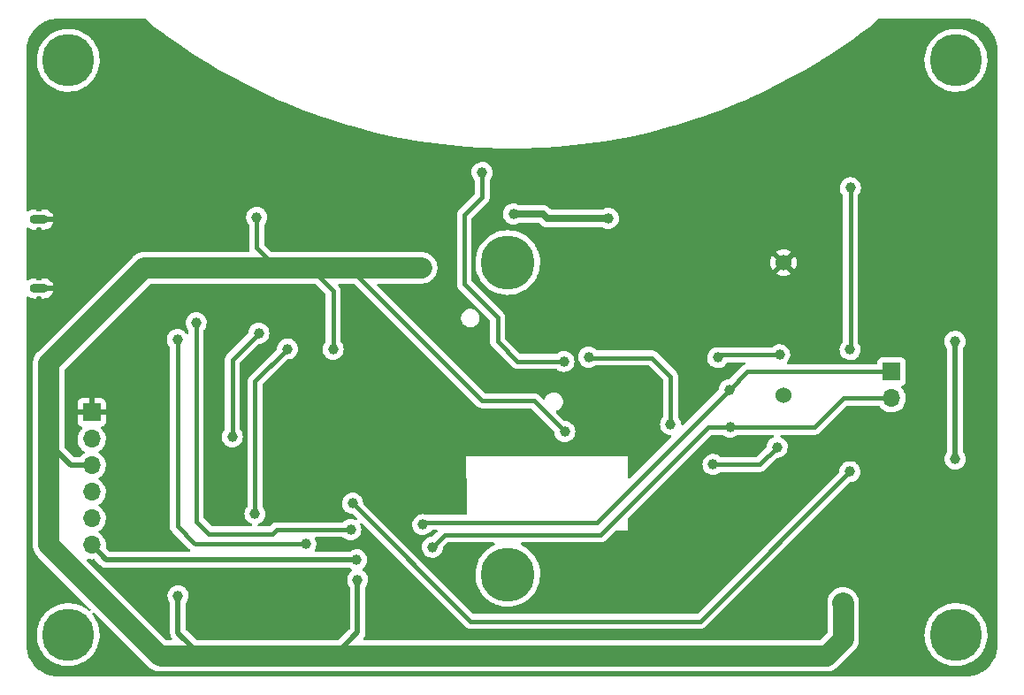
<source format=gbl>
G04 #@! TF.GenerationSoftware,KiCad,Pcbnew,6.0.11-2627ca5db0~126~ubuntu20.04.1*
G04 #@! TF.CreationDate,2023-04-04T17:10:52-04:00*
G04 #@! TF.ProjectId,water_meter,77617465-725f-46d6-9574-65722e6b6963,rev?*
G04 #@! TF.SameCoordinates,Original*
G04 #@! TF.FileFunction,Copper,L4,Bot*
G04 #@! TF.FilePolarity,Positive*
%FSLAX46Y46*%
G04 Gerber Fmt 4.6, Leading zero omitted, Abs format (unit mm)*
G04 Created by KiCad (PCBNEW 6.0.11-2627ca5db0~126~ubuntu20.04.1) date 2023-04-04 17:10:52*
%MOMM*%
%LPD*%
G01*
G04 APERTURE LIST*
G04 #@! TA.AperFunction,ComponentPad*
%ADD10C,1.530000*%
G04 #@! TD*
G04 #@! TA.AperFunction,ComponentPad*
%ADD11C,5.175000*%
G04 #@! TD*
G04 #@! TA.AperFunction,ComponentPad*
%ADD12C,5.000000*%
G04 #@! TD*
G04 #@! TA.AperFunction,ComponentPad*
%ADD13O,1.800000X0.900000*%
G04 #@! TD*
G04 #@! TA.AperFunction,ComponentPad*
%ADD14R,1.700000X1.700000*%
G04 #@! TD*
G04 #@! TA.AperFunction,ComponentPad*
%ADD15O,1.700000X1.700000*%
G04 #@! TD*
G04 #@! TA.AperFunction,ViaPad*
%ADD16C,1.000000*%
G04 #@! TD*
G04 #@! TA.AperFunction,Conductor*
%ADD17C,0.400000*%
G04 #@! TD*
G04 #@! TA.AperFunction,Conductor*
%ADD18C,0.700000*%
G04 #@! TD*
G04 #@! TA.AperFunction,Conductor*
%ADD19C,2.000000*%
G04 #@! TD*
G04 #@! TA.AperFunction,Conductor*
%ADD20C,0.500000*%
G04 #@! TD*
G04 APERTURE END LIST*
D10*
X183355000Y-120230000D03*
X183355000Y-107530000D03*
D11*
X156935000Y-107530000D03*
X156935000Y-137380000D03*
D12*
X114850000Y-143160000D03*
X199850000Y-88160000D03*
X199850000Y-143160000D03*
X114850000Y-88160000D03*
D13*
X112062500Y-103405750D03*
X112062500Y-110005750D03*
D14*
X117103333Y-121880000D03*
D15*
X117103333Y-124420000D03*
X117103333Y-126960000D03*
X117103333Y-129500000D03*
X117103333Y-132040000D03*
X117103333Y-134580000D03*
D14*
X193690000Y-117980000D03*
D15*
X193690000Y-120520000D03*
D16*
X132900000Y-103200000D03*
X141900000Y-133100000D03*
X127100000Y-113300000D03*
X137600000Y-134500000D03*
X125300000Y-114900000D03*
X197000000Y-137950000D03*
X181550000Y-131620000D03*
X170900000Y-133900000D03*
X181520000Y-129530000D03*
X157480000Y-102870000D03*
X140208000Y-115824000D03*
X134794000Y-108030000D03*
X133096000Y-114300000D03*
X130556000Y-124206000D03*
X139650000Y-101050000D03*
X171600000Y-139350000D03*
X192050000Y-129500000D03*
X195650000Y-98450000D03*
X192800000Y-107750000D03*
X128800000Y-92800000D03*
X140100000Y-124790000D03*
X112210000Y-113650000D03*
X177450000Y-96950000D03*
X166895000Y-123770000D03*
X173450000Y-96950000D03*
X114000000Y-99200000D03*
X175200000Y-105800000D03*
X121850000Y-103750000D03*
X112440000Y-138790000D03*
X119430000Y-145510000D03*
X153670000Y-115062000D03*
X181300000Y-142200000D03*
X127200000Y-141200000D03*
X163322000Y-115062000D03*
X181300000Y-139950000D03*
X144890000Y-141830000D03*
X146950000Y-141850000D03*
X169400000Y-105900000D03*
X151130000Y-108458000D03*
X138235000Y-124790000D03*
X166800000Y-110250000D03*
X125400000Y-137650000D03*
X161650000Y-139300000D03*
X166615000Y-139250000D03*
X136370000Y-124790000D03*
X192800000Y-113100000D03*
X173570000Y-112410000D03*
X160782000Y-109728000D03*
X147900000Y-100850000D03*
X142480000Y-135990000D03*
X164690000Y-116580000D03*
X176600000Y-126860000D03*
X172530000Y-123040000D03*
X182730000Y-125200000D03*
X189040000Y-140120000D03*
X199760000Y-115080000D03*
X189040000Y-141610000D03*
X162400000Y-123720000D03*
X148690000Y-108030000D03*
X199780000Y-126320000D03*
X166570000Y-103290000D03*
X142570000Y-137900000D03*
X189040000Y-142970000D03*
X125380000Y-139440000D03*
X148800000Y-132620000D03*
X178140000Y-119700000D03*
X178240000Y-123310000D03*
X149720000Y-134780000D03*
X132740000Y-131590000D03*
X135850000Y-115790000D03*
X182960000Y-116360000D03*
X177040000Y-116630000D03*
X154480000Y-98900000D03*
X162320000Y-116990000D03*
X189740000Y-100365000D03*
X189720000Y-115870000D03*
X142080000Y-130580000D03*
X189690000Y-127550000D03*
D17*
X132900000Y-103200000D02*
X132900000Y-106136000D01*
X132900000Y-106136000D02*
X134794000Y-108030000D01*
X128300000Y-133500000D02*
X127100000Y-132300000D01*
X127100000Y-132300000D02*
X127100000Y-113300000D01*
X134400000Y-133500000D02*
X128300000Y-133500000D01*
X141900000Y-133100000D02*
X134800000Y-133100000D01*
X134800000Y-133100000D02*
X134400000Y-133500000D01*
X127000000Y-134500000D02*
X137600000Y-134500000D01*
X126900000Y-134400000D02*
X127000000Y-134500000D01*
X125300000Y-114900000D02*
X125300000Y-132800000D01*
X125300000Y-132800000D02*
X126900000Y-134400000D01*
D18*
X160274000Y-102870000D02*
X157480000Y-102870000D01*
X166570000Y-103290000D02*
X160694000Y-103290000D01*
X160694000Y-103290000D02*
X160274000Y-102870000D01*
D17*
X162320000Y-116990000D02*
X157840000Y-116990000D01*
X154480000Y-101298000D02*
X154480000Y-98900000D01*
X157840000Y-116990000D02*
X155956000Y-115106000D01*
X155956000Y-115106000D02*
X155956000Y-112776000D01*
X155956000Y-112776000D02*
X152782396Y-109602396D01*
X152782396Y-109602396D02*
X152782396Y-102995604D01*
X152782396Y-102995604D02*
X154480000Y-101298000D01*
D19*
X134794000Y-108030000D02*
X138002000Y-108030000D01*
X138002000Y-108030000D02*
X140820000Y-108030000D01*
D17*
X140208000Y-115824000D02*
X140208000Y-110236000D01*
X140208000Y-110236000D02*
X138002000Y-108030000D01*
D19*
X122110000Y-108030000D02*
X134794000Y-108030000D01*
D17*
X132588000Y-114808000D02*
X133096000Y-114300000D01*
X130556000Y-124206000D02*
X130556000Y-116840000D01*
X130556000Y-116840000D02*
X132588000Y-114808000D01*
D20*
X118513333Y-135990000D02*
X117103333Y-134580000D01*
X142480000Y-135990000D02*
X118513333Y-135990000D01*
D17*
X181070000Y-126860000D02*
X182730000Y-125200000D01*
X170710000Y-116640000D02*
X172530000Y-118460000D01*
X172530000Y-118460000D02*
X172530000Y-123040000D01*
X164690000Y-116580000D02*
X164750000Y-116640000D01*
X176600000Y-126860000D02*
X181070000Y-126860000D01*
X164750000Y-116640000D02*
X170710000Y-116640000D01*
D19*
X189040000Y-140120000D02*
X189060000Y-140140000D01*
D20*
X115120000Y-126960000D02*
X112990000Y-124830000D01*
D17*
X162400000Y-123720000D02*
X159440000Y-120760000D01*
D20*
X141740000Y-108030000D02*
X140820000Y-108030000D01*
X140320000Y-145180000D02*
X137910000Y-145180000D01*
X117103333Y-126960000D02*
X115120000Y-126960000D01*
D19*
X112990000Y-124830000D02*
X112990000Y-121893333D01*
D17*
X152000000Y-118290000D02*
X141740000Y-108030000D01*
D19*
X112980000Y-121883333D02*
X112980000Y-117160000D01*
X187240000Y-145180000D02*
X137910000Y-145180000D01*
X189060000Y-140140000D02*
X189060000Y-143570000D01*
D17*
X154470000Y-120760000D02*
X152000000Y-118290000D01*
D20*
X125380000Y-143010000D02*
X127700000Y-145330000D01*
X199780000Y-115100000D02*
X199760000Y-115080000D01*
D19*
X112980000Y-117160000D02*
X122110000Y-108030000D01*
D20*
X142570000Y-137900000D02*
X142570000Y-142930000D01*
D19*
X140820000Y-108030000D02*
X148690000Y-108030000D01*
X112990000Y-121893333D02*
X112980000Y-121883333D01*
X123550000Y-145130000D02*
X112990000Y-134570000D01*
X189060000Y-143570000D02*
X187450000Y-145180000D01*
X112990000Y-134570000D02*
X112990000Y-124830000D01*
X187450000Y-145180000D02*
X187390000Y-145180000D01*
X137910000Y-145180000D02*
X123840000Y-145180000D01*
D20*
X125380000Y-139440000D02*
X125380000Y-143010000D01*
D17*
X159440000Y-120760000D02*
X154470000Y-120760000D01*
D20*
X199780000Y-126320000D02*
X199780000Y-115100000D01*
X142570000Y-142930000D02*
X140320000Y-145180000D01*
D17*
X149020000Y-132400000D02*
X164530000Y-132400000D01*
X148800000Y-132620000D02*
X149020000Y-132400000D01*
X165440000Y-132400000D02*
X178140000Y-119700000D01*
X164530000Y-132400000D02*
X165440000Y-132400000D01*
X193690000Y-117980000D02*
X179860000Y-117980000D01*
X179860000Y-117980000D02*
X178140000Y-119700000D01*
X150880000Y-133620000D02*
X164300000Y-133620000D01*
X149720000Y-134780000D02*
X150880000Y-133620000D01*
X186330000Y-123310000D02*
X178240000Y-123310000D01*
X164300000Y-133620000D02*
X165830000Y-133620000D01*
X193690000Y-120520000D02*
X189120000Y-120520000D01*
X165830000Y-133620000D02*
X176140000Y-123310000D01*
X189120000Y-120520000D02*
X186330000Y-123310000D01*
X178240000Y-123310000D02*
X176140000Y-123310000D01*
X132740000Y-118900000D02*
X132740000Y-131590000D01*
X135850000Y-115790000D02*
X132740000Y-118900000D01*
X182960000Y-116360000D02*
X177310000Y-116360000D01*
X177310000Y-116360000D02*
X177040000Y-116630000D01*
X189690000Y-127550000D02*
X175370000Y-141870000D01*
X153370000Y-141870000D02*
X142080000Y-130580000D01*
X189740000Y-100365000D02*
X189740000Y-115850000D01*
X175370000Y-141870000D02*
X153370000Y-141870000D01*
X189740000Y-115850000D02*
X189720000Y-115870000D01*
G04 #@! TA.AperFunction,Conductor*
G36*
X122189508Y-84188502D02*
G01*
X122199635Y-84195742D01*
X123178365Y-84971230D01*
X123179026Y-84971726D01*
X124157242Y-85705809D01*
X124354375Y-85853744D01*
X124355063Y-85854232D01*
X124355080Y-85854245D01*
X124799617Y-86169929D01*
X125553167Y-86705056D01*
X126773911Y-87524577D01*
X126774604Y-87525016D01*
X128015090Y-88311314D01*
X128015116Y-88311330D01*
X128015766Y-88311742D01*
X128016463Y-88312159D01*
X128016480Y-88312169D01*
X128183813Y-88412171D01*
X129277874Y-89066007D01*
X130559364Y-89786851D01*
X131859350Y-90473778D01*
X131860086Y-90474142D01*
X131860085Y-90474142D01*
X133176254Y-91125975D01*
X133176270Y-91125983D01*
X133176935Y-91126312D01*
X133177598Y-91126619D01*
X133177619Y-91126629D01*
X134391537Y-91688602D01*
X134511210Y-91744004D01*
X134511963Y-91744329D01*
X134511979Y-91744336D01*
X134918489Y-91919708D01*
X135861254Y-92326425D01*
X137226133Y-92873176D01*
X138604907Y-93383877D01*
X138605683Y-93384142D01*
X138605707Y-93384150D01*
X139372784Y-93645571D01*
X139996622Y-93858177D01*
X139997434Y-93858430D01*
X141399510Y-94295495D01*
X141399523Y-94295499D01*
X141400319Y-94295747D01*
X142238434Y-94533039D01*
X142814277Y-94696075D01*
X142814300Y-94696081D01*
X142815027Y-94696287D01*
X144239771Y-95059519D01*
X145673566Y-95385192D01*
X145674347Y-95385348D01*
X145674366Y-95385352D01*
X147114575Y-95672913D01*
X147114598Y-95672917D01*
X147115423Y-95673082D01*
X148564347Y-95922990D01*
X148565134Y-95923104D01*
X148565162Y-95923109D01*
X150018455Y-96134615D01*
X150018471Y-96134617D01*
X150019336Y-96134743D01*
X150020178Y-96134843D01*
X150020208Y-96134847D01*
X151478549Y-96308096D01*
X151478582Y-96308099D01*
X151479386Y-96308195D01*
X151480198Y-96308270D01*
X151480199Y-96308270D01*
X152942684Y-96443153D01*
X152942702Y-96443154D01*
X152943489Y-96443227D01*
X152944319Y-96443282D01*
X152944324Y-96443282D01*
X154409783Y-96539689D01*
X154409787Y-96539689D01*
X154410635Y-96539745D01*
X154411449Y-96539777D01*
X154411485Y-96539779D01*
X155167483Y-96569591D01*
X155879810Y-96597682D01*
X155880576Y-96597692D01*
X155880611Y-96597693D01*
X157349163Y-96616988D01*
X157350000Y-96616999D01*
X157350837Y-96616988D01*
X158819389Y-96597693D01*
X158819424Y-96597692D01*
X158820190Y-96597682D01*
X159532517Y-96569591D01*
X160288515Y-96539779D01*
X160288551Y-96539777D01*
X160289365Y-96539745D01*
X160290213Y-96539689D01*
X160290217Y-96539689D01*
X161755676Y-96443282D01*
X161755681Y-96443282D01*
X161756511Y-96443227D01*
X161757298Y-96443154D01*
X161757316Y-96443153D01*
X163219801Y-96308270D01*
X163219802Y-96308270D01*
X163220614Y-96308195D01*
X163221418Y-96308099D01*
X163221451Y-96308096D01*
X164679792Y-96134847D01*
X164679822Y-96134843D01*
X164680664Y-96134743D01*
X164681529Y-96134617D01*
X164681545Y-96134615D01*
X166134838Y-95923109D01*
X166134866Y-95923104D01*
X166135653Y-95922990D01*
X167584577Y-95673082D01*
X167585402Y-95672917D01*
X167585425Y-95672913D01*
X169025634Y-95385352D01*
X169025653Y-95385348D01*
X169026434Y-95385192D01*
X170460229Y-95059519D01*
X171884973Y-94696287D01*
X171885700Y-94696081D01*
X171885723Y-94696075D01*
X172461566Y-94533039D01*
X173299681Y-94295747D01*
X173300477Y-94295499D01*
X173300490Y-94295495D01*
X174702566Y-93858430D01*
X174703378Y-93858177D01*
X175327216Y-93645571D01*
X176094293Y-93384150D01*
X176094317Y-93384142D01*
X176095093Y-93383877D01*
X177473867Y-92873176D01*
X178838746Y-92326425D01*
X179781511Y-91919708D01*
X180188021Y-91744336D01*
X180188037Y-91744329D01*
X180188790Y-91744004D01*
X180308463Y-91688602D01*
X181522381Y-91126629D01*
X181522402Y-91126619D01*
X181523065Y-91126312D01*
X181523730Y-91125983D01*
X181523746Y-91125975D01*
X182839915Y-90474142D01*
X182839914Y-90474142D01*
X182840650Y-90473778D01*
X184140636Y-89786851D01*
X185422126Y-89066007D01*
X186516187Y-88412171D01*
X186683520Y-88312169D01*
X186683537Y-88312159D01*
X186684234Y-88311742D01*
X186684884Y-88311330D01*
X186684910Y-88311314D01*
X187072964Y-88065341D01*
X196837888Y-88065341D01*
X196837983Y-88068971D01*
X196837983Y-88068972D01*
X196840367Y-88160000D01*
X196846970Y-88412171D01*
X196895856Y-88755660D01*
X196983897Y-89091253D01*
X197109927Y-89414503D01*
X197111624Y-89417708D01*
X197245113Y-89669825D01*
X197272275Y-89721126D01*
X197274325Y-89724109D01*
X197274327Y-89724112D01*
X197466733Y-90004064D01*
X197466739Y-90004071D01*
X197468790Y-90007056D01*
X197696866Y-90268505D01*
X197699551Y-90270948D01*
X197909268Y-90461775D01*
X197953481Y-90502006D01*
X198235233Y-90704466D01*
X198538388Y-90873200D01*
X198858928Y-91005972D01*
X198862422Y-91006967D01*
X198862424Y-91006968D01*
X199189103Y-91100025D01*
X199189108Y-91100026D01*
X199192604Y-91101022D01*
X199348978Y-91126629D01*
X199531412Y-91156504D01*
X199531419Y-91156505D01*
X199534993Y-91157090D01*
X199708276Y-91165262D01*
X199877931Y-91173263D01*
X199877932Y-91173263D01*
X199881558Y-91173434D01*
X199890415Y-91172830D01*
X200224073Y-91150084D01*
X200224081Y-91150083D01*
X200227704Y-91149836D01*
X200231279Y-91149173D01*
X200231282Y-91149173D01*
X200565279Y-91087270D01*
X200565283Y-91087269D01*
X200568844Y-91086609D01*
X200900456Y-90984592D01*
X201218145Y-90845136D01*
X201462511Y-90702341D01*
X201514560Y-90671926D01*
X201514562Y-90671925D01*
X201517700Y-90670091D01*
X201520609Y-90667907D01*
X201792244Y-90463958D01*
X201792248Y-90463955D01*
X201795151Y-90461775D01*
X202046819Y-90222950D01*
X202269370Y-89956783D01*
X202459853Y-89666799D01*
X202588446Y-89411121D01*
X202614117Y-89360080D01*
X202614120Y-89360072D01*
X202615744Y-89356844D01*
X202734977Y-89031026D01*
X202735822Y-89027504D01*
X202735825Y-89027496D01*
X202815124Y-88697191D01*
X202815125Y-88697187D01*
X202815971Y-88693662D01*
X202850035Y-88412171D01*
X202857316Y-88352004D01*
X202857316Y-88351997D01*
X202857652Y-88349225D01*
X202858844Y-88311314D01*
X202863511Y-88162797D01*
X202863599Y-88160000D01*
X202863438Y-88157204D01*
X202843836Y-87817246D01*
X202843835Y-87817241D01*
X202843627Y-87813626D01*
X202826626Y-87716214D01*
X202784600Y-87475415D01*
X202784598Y-87475408D01*
X202783976Y-87471842D01*
X202685437Y-87139180D01*
X202681676Y-87130362D01*
X202550740Y-86823386D01*
X202550738Y-86823383D01*
X202549316Y-86820048D01*
X202499569Y-86732831D01*
X202379208Y-86521816D01*
X202377417Y-86518676D01*
X202172018Y-86239060D01*
X202168781Y-86235576D01*
X202053930Y-86111982D01*
X201935842Y-85984904D01*
X201672019Y-85759578D01*
X201384047Y-85566069D01*
X201075741Y-85406940D01*
X200751189Y-85284302D01*
X200747668Y-85283418D01*
X200747663Y-85283416D01*
X200586378Y-85242904D01*
X200414692Y-85199780D01*
X200392476Y-85196855D01*
X200074315Y-85154968D01*
X200074307Y-85154967D01*
X200070711Y-85154494D01*
X199926045Y-85152221D01*
X199727446Y-85149101D01*
X199727442Y-85149101D01*
X199723804Y-85149044D01*
X199720190Y-85149405D01*
X199720184Y-85149405D01*
X199476843Y-85173694D01*
X199378569Y-85183503D01*
X199039583Y-85257414D01*
X199036156Y-85258587D01*
X199036150Y-85258589D01*
X198957296Y-85285587D01*
X198711339Y-85369797D01*
X198398188Y-85519163D01*
X198104279Y-85703532D01*
X198101443Y-85705804D01*
X198101436Y-85705809D01*
X197917425Y-85853230D01*
X197833509Y-85920459D01*
X197589466Y-86167071D01*
X197587225Y-86169929D01*
X197389065Y-86422653D01*
X197375386Y-86440098D01*
X197373493Y-86443187D01*
X197373491Y-86443190D01*
X197327233Y-86518676D01*
X197194105Y-86735921D01*
X197192580Y-86739206D01*
X197192578Y-86739210D01*
X197153505Y-86823386D01*
X197048027Y-87050620D01*
X196939087Y-87380023D01*
X196868730Y-87719764D01*
X196837888Y-88065341D01*
X187072964Y-88065341D01*
X187925396Y-87525016D01*
X187926089Y-87524577D01*
X189146833Y-86705056D01*
X189900383Y-86169929D01*
X190344920Y-85854245D01*
X190344937Y-85854232D01*
X190345625Y-85853744D01*
X190542759Y-85705809D01*
X191520974Y-84971726D01*
X191521635Y-84971230D01*
X192500365Y-84195743D01*
X192566179Y-84169115D01*
X192578614Y-84168500D01*
X200800633Y-84168500D01*
X200820018Y-84170000D01*
X200834851Y-84172310D01*
X200834855Y-84172310D01*
X200843724Y-84173691D01*
X200862436Y-84171244D01*
X200885366Y-84170353D01*
X201156103Y-84184542D01*
X201169209Y-84185919D01*
X201384134Y-84219960D01*
X201465445Y-84232838D01*
X201478345Y-84235580D01*
X201623196Y-84274392D01*
X201768052Y-84313207D01*
X201780586Y-84317279D01*
X202060587Y-84424762D01*
X202072635Y-84430126D01*
X202339870Y-84566289D01*
X202351286Y-84572880D01*
X202602832Y-84736236D01*
X202613495Y-84743984D01*
X202846573Y-84932727D01*
X202856374Y-84941552D01*
X203068448Y-85153626D01*
X203077273Y-85163427D01*
X203266016Y-85396505D01*
X203273764Y-85407168D01*
X203378267Y-85568088D01*
X203437117Y-85658709D01*
X203443711Y-85670130D01*
X203572574Y-85923037D01*
X203579874Y-85937365D01*
X203585237Y-85949412D01*
X203669887Y-86169929D01*
X203692719Y-86229409D01*
X203696793Y-86241948D01*
X203735608Y-86386804D01*
X203774420Y-86531655D01*
X203777162Y-86544555D01*
X203820796Y-86820048D01*
X203824080Y-86840785D01*
X203825458Y-86853902D01*
X203839262Y-87117299D01*
X203837935Y-87143276D01*
X203837691Y-87144846D01*
X203837691Y-87144850D01*
X203836309Y-87153724D01*
X203837473Y-87162626D01*
X203837473Y-87162628D01*
X203840436Y-87185283D01*
X203841500Y-87201621D01*
X203841500Y-144110633D01*
X203840000Y-144130018D01*
X203837690Y-144144851D01*
X203837690Y-144144855D01*
X203836309Y-144153724D01*
X203838756Y-144172433D01*
X203839647Y-144195366D01*
X203827804Y-144421345D01*
X203825458Y-144466099D01*
X203824080Y-144479215D01*
X203777162Y-144775445D01*
X203774420Y-144788345D01*
X203715084Y-145009793D01*
X203696795Y-145078047D01*
X203692721Y-145090586D01*
X203628399Y-145258150D01*
X203585238Y-145370587D01*
X203579874Y-145382635D01*
X203443711Y-145649870D01*
X203437120Y-145661286D01*
X203273764Y-145912832D01*
X203266018Y-145923492D01*
X203123065Y-146100025D01*
X203077273Y-146156573D01*
X203068448Y-146166374D01*
X202856374Y-146378448D01*
X202846573Y-146387273D01*
X202639906Y-146554629D01*
X202613495Y-146576016D01*
X202602832Y-146583764D01*
X202351286Y-146747120D01*
X202339870Y-146753711D01*
X202072635Y-146889874D01*
X202060588Y-146895237D01*
X201780586Y-147002721D01*
X201768052Y-147006793D01*
X201623196Y-147045607D01*
X201478345Y-147084420D01*
X201465445Y-147087162D01*
X201384134Y-147100040D01*
X201169209Y-147134081D01*
X201156101Y-147135458D01*
X201080937Y-147139397D01*
X200892701Y-147149262D01*
X200866724Y-147147935D01*
X200865154Y-147147691D01*
X200865150Y-147147691D01*
X200856276Y-147146309D01*
X200847374Y-147147473D01*
X200847372Y-147147473D01*
X200832323Y-147149441D01*
X200824714Y-147150436D01*
X200808379Y-147151500D01*
X113899367Y-147151500D01*
X113879982Y-147150000D01*
X113865149Y-147147690D01*
X113865145Y-147147690D01*
X113856276Y-147146309D01*
X113837564Y-147148756D01*
X113814634Y-147149647D01*
X113543897Y-147135458D01*
X113530791Y-147134081D01*
X113315866Y-147100040D01*
X113234555Y-147087162D01*
X113221655Y-147084420D01*
X113076804Y-147045607D01*
X112931948Y-147006793D01*
X112919414Y-147002721D01*
X112639412Y-146895237D01*
X112627365Y-146889874D01*
X112360130Y-146753711D01*
X112348714Y-146747120D01*
X112097168Y-146583764D01*
X112086505Y-146576016D01*
X112060095Y-146554629D01*
X111853427Y-146387273D01*
X111843626Y-146378448D01*
X111631552Y-146166374D01*
X111622727Y-146156573D01*
X111576935Y-146100025D01*
X111433982Y-145923492D01*
X111426236Y-145912832D01*
X111262880Y-145661286D01*
X111256289Y-145649870D01*
X111120126Y-145382635D01*
X111114762Y-145370587D01*
X111071601Y-145258150D01*
X111007279Y-145090586D01*
X111003205Y-145078047D01*
X110984917Y-145009793D01*
X110925580Y-144788345D01*
X110922838Y-144775445D01*
X110875920Y-144479215D01*
X110874542Y-144466098D01*
X110866764Y-144317677D01*
X110860932Y-144206409D01*
X110862505Y-144178915D01*
X110863576Y-144172552D01*
X110863729Y-144160000D01*
X110859773Y-144132376D01*
X110858500Y-144114514D01*
X110858500Y-117186413D01*
X111466822Y-117186413D01*
X111467316Y-117191448D01*
X111470899Y-117227992D01*
X111471500Y-117240288D01*
X111471500Y-121859317D01*
X111471451Y-121862835D01*
X111469978Y-121915585D01*
X111468666Y-121962538D01*
X111469335Y-121967552D01*
X111479058Y-122040419D01*
X111479759Y-122046982D01*
X111481094Y-122063579D01*
X111481500Y-122073681D01*
X111481500Y-134545984D01*
X111481451Y-134549502D01*
X111478833Y-134643238D01*
X111478666Y-134649205D01*
X111488715Y-134724513D01*
X111489058Y-134727086D01*
X111489758Y-134733639D01*
X111496060Y-134811965D01*
X111503681Y-134842991D01*
X111503897Y-134843870D01*
X111506426Y-134857258D01*
X111510771Y-134889820D01*
X111512232Y-134894661D01*
X111512233Y-134894663D01*
X111533478Y-134965029D01*
X111535219Y-134971390D01*
X111553963Y-135047706D01*
X111555941Y-135052366D01*
X111566801Y-135077951D01*
X111571438Y-135090761D01*
X111580933Y-135122208D01*
X111583151Y-135126756D01*
X111583154Y-135126763D01*
X111615371Y-135192818D01*
X111618107Y-135198820D01*
X111622216Y-135208500D01*
X111648812Y-135271156D01*
X111654831Y-135280713D01*
X111666319Y-135298956D01*
X111672945Y-135310860D01*
X111687346Y-135340388D01*
X111690265Y-135344525D01*
X111690265Y-135344526D01*
X111732641Y-135404597D01*
X111736301Y-135410086D01*
X111751767Y-135434645D01*
X111778167Y-135476567D01*
X111781508Y-135480356D01*
X111781512Y-135480362D01*
X111799898Y-135501217D01*
X111808344Y-135511912D01*
X111827274Y-135538747D01*
X111846909Y-135560250D01*
X111886625Y-135599966D01*
X111892044Y-135605736D01*
X111935350Y-135654858D01*
X111935353Y-135654861D01*
X111938698Y-135658655D01*
X111942612Y-135661870D01*
X111942613Y-135661871D01*
X111970987Y-135685178D01*
X111980107Y-135693448D01*
X116968948Y-140682290D01*
X117002974Y-140744602D01*
X116997909Y-140815417D01*
X116955362Y-140872253D01*
X116888842Y-140897064D01*
X116819468Y-140881973D01*
X116798030Y-140867202D01*
X116672019Y-140759578D01*
X116384047Y-140566069D01*
X116075741Y-140406940D01*
X115751189Y-140284302D01*
X115747668Y-140283418D01*
X115747663Y-140283416D01*
X115586378Y-140242904D01*
X115414692Y-140199780D01*
X115371928Y-140194150D01*
X115074315Y-140154968D01*
X115074307Y-140154967D01*
X115070711Y-140154494D01*
X114926045Y-140152221D01*
X114727446Y-140149101D01*
X114727442Y-140149101D01*
X114723804Y-140149044D01*
X114720190Y-140149405D01*
X114720184Y-140149405D01*
X114476843Y-140173694D01*
X114378569Y-140183503D01*
X114039583Y-140257414D01*
X114036156Y-140258587D01*
X114036150Y-140258589D01*
X113830176Y-140329110D01*
X113711339Y-140369797D01*
X113398188Y-140519163D01*
X113104279Y-140703532D01*
X113101443Y-140705804D01*
X113101436Y-140705809D01*
X112862711Y-140897064D01*
X112833509Y-140920459D01*
X112830958Y-140923037D01*
X112614773Y-141141498D01*
X112589466Y-141167071D01*
X112587225Y-141169929D01*
X112530732Y-141241978D01*
X112375386Y-141440098D01*
X112373493Y-141443187D01*
X112373491Y-141443190D01*
X112327233Y-141518676D01*
X112194105Y-141735921D01*
X112192580Y-141739206D01*
X112192578Y-141739210D01*
X112153505Y-141823386D01*
X112048027Y-142050620D01*
X112017586Y-142142666D01*
X111946770Y-142356793D01*
X111939087Y-142380023D01*
X111938351Y-142383578D01*
X111938350Y-142383581D01*
X111897984Y-142578500D01*
X111868730Y-142719764D01*
X111849623Y-142933854D01*
X111842893Y-143009266D01*
X111837888Y-143065341D01*
X111837983Y-143068971D01*
X111837983Y-143068972D01*
X111840357Y-143159637D01*
X111846970Y-143412171D01*
X111895856Y-143755660D01*
X111983897Y-144091253D01*
X112109927Y-144414503D01*
X112111624Y-144417708D01*
X112245113Y-144669825D01*
X112272275Y-144721126D01*
X112274325Y-144724109D01*
X112274327Y-144724112D01*
X112466733Y-145004064D01*
X112466739Y-145004071D01*
X112468790Y-145007056D01*
X112696866Y-145268505D01*
X112699551Y-145270948D01*
X112909268Y-145461775D01*
X112953481Y-145502006D01*
X113235233Y-145704466D01*
X113538388Y-145873200D01*
X113858928Y-146005972D01*
X113862422Y-146006967D01*
X113862424Y-146006968D01*
X114189103Y-146100025D01*
X114189108Y-146100026D01*
X114192604Y-146101022D01*
X114389304Y-146133233D01*
X114531412Y-146156504D01*
X114531419Y-146156505D01*
X114534993Y-146157090D01*
X114708275Y-146165262D01*
X114877931Y-146173263D01*
X114877932Y-146173263D01*
X114881558Y-146173434D01*
X114890415Y-146172830D01*
X115224073Y-146150084D01*
X115224081Y-146150083D01*
X115227704Y-146149836D01*
X115231279Y-146149173D01*
X115231282Y-146149173D01*
X115565279Y-146087270D01*
X115565283Y-146087269D01*
X115568844Y-146086609D01*
X115900456Y-145984592D01*
X116218145Y-145845136D01*
X116462511Y-145702341D01*
X116514560Y-145671926D01*
X116514562Y-145671925D01*
X116517700Y-145670091D01*
X116529421Y-145661291D01*
X116792244Y-145463958D01*
X116792248Y-145463955D01*
X116795151Y-145461775D01*
X117046819Y-145222950D01*
X117269370Y-144956783D01*
X117459853Y-144666799D01*
X117580371Y-144427176D01*
X117614117Y-144360080D01*
X117614120Y-144360072D01*
X117615744Y-144356844D01*
X117654124Y-144251966D01*
X117733729Y-144034437D01*
X117733730Y-144034433D01*
X117734977Y-144031026D01*
X117735822Y-144027504D01*
X117735825Y-144027496D01*
X117815124Y-143697191D01*
X117815125Y-143697187D01*
X117815971Y-143693662D01*
X117816408Y-143690052D01*
X117857316Y-143352004D01*
X117857316Y-143351997D01*
X117857652Y-143349225D01*
X117857875Y-143342148D01*
X117863511Y-143162797D01*
X117863599Y-143160000D01*
X117859992Y-143097437D01*
X117843836Y-142817246D01*
X117843835Y-142817241D01*
X117843627Y-142813626D01*
X117813958Y-142643629D01*
X117784600Y-142475415D01*
X117784598Y-142475408D01*
X117783976Y-142471842D01*
X117775555Y-142443411D01*
X117743482Y-142335137D01*
X117685437Y-142139180D01*
X117549316Y-141820048D01*
X117499569Y-141732831D01*
X117379208Y-141521816D01*
X117377417Y-141518676D01*
X117317597Y-141437241D01*
X117173763Y-141241435D01*
X117149555Y-141174693D01*
X117165273Y-141105458D01*
X117215927Y-141055712D01*
X117285435Y-141041248D01*
X117351728Y-141066660D01*
X117364401Y-141077742D01*
X122526463Y-146239805D01*
X122571291Y-146277956D01*
X122647396Y-146342726D01*
X122664720Y-146357470D01*
X122669042Y-146360087D01*
X122669044Y-146360089D01*
X122721460Y-146391833D01*
X122872357Y-146483220D01*
X123097429Y-146574155D01*
X123334144Y-146627935D01*
X123339189Y-146628252D01*
X123339193Y-146628253D01*
X123395609Y-146631802D01*
X123411873Y-146632825D01*
X123444984Y-146639441D01*
X123463631Y-146645862D01*
X123468614Y-146646723D01*
X123468619Y-146646724D01*
X123698926Y-146686504D01*
X123698932Y-146686505D01*
X123702836Y-146687179D01*
X123706797Y-146687359D01*
X123706798Y-146687359D01*
X123730506Y-146688436D01*
X123730525Y-146688436D01*
X123731925Y-146688500D01*
X187425984Y-146688500D01*
X187429502Y-146688549D01*
X187524150Y-146691193D01*
X187524153Y-146691193D01*
X187529205Y-146691334D01*
X187607098Y-146680941D01*
X187613639Y-146680242D01*
X187642332Y-146677933D01*
X187686923Y-146674346D01*
X187686927Y-146674345D01*
X187691965Y-146673940D01*
X187723878Y-146666101D01*
X187737258Y-146663574D01*
X187769820Y-146659229D01*
X187774661Y-146657768D01*
X187774663Y-146657767D01*
X187845029Y-146636522D01*
X187851392Y-146634781D01*
X187877970Y-146628253D01*
X187927706Y-146616037D01*
X187957952Y-146603199D01*
X187970763Y-146598561D01*
X187997362Y-146590530D01*
X188002208Y-146589067D01*
X188006756Y-146586849D01*
X188006763Y-146586846D01*
X188072818Y-146554629D01*
X188078820Y-146551893D01*
X188123504Y-146532925D01*
X188151156Y-146521188D01*
X188178956Y-146503681D01*
X188190860Y-146497055D01*
X188220388Y-146482654D01*
X188284600Y-146437357D01*
X188290086Y-146433699D01*
X188352286Y-146394529D01*
X188352287Y-146394528D01*
X188356567Y-146391833D01*
X188360356Y-146388492D01*
X188360362Y-146388488D01*
X188381217Y-146370102D01*
X188391912Y-146361656D01*
X188402493Y-146354192D01*
X188418747Y-146342726D01*
X188440250Y-146323091D01*
X188479966Y-146283375D01*
X188485736Y-146277956D01*
X188534858Y-146234650D01*
X188534861Y-146234647D01*
X188538655Y-146231302D01*
X188565179Y-146199011D01*
X188573449Y-146189892D01*
X190109666Y-144653675D01*
X190112188Y-144651221D01*
X190181012Y-144586138D01*
X190181014Y-144586135D01*
X190184681Y-144582668D01*
X190232411Y-144520239D01*
X190236552Y-144515108D01*
X190284191Y-144459133D01*
X190284192Y-144459132D01*
X190287470Y-144455280D01*
X190290089Y-144450955D01*
X190290093Y-144450950D01*
X190304491Y-144427176D01*
X190312163Y-144415929D01*
X190332120Y-144389826D01*
X190369243Y-144320592D01*
X190372507Y-144314868D01*
X190410602Y-144251966D01*
X190413221Y-144247642D01*
X190425528Y-144217181D01*
X190431308Y-144204841D01*
X190437885Y-144192575D01*
X190446831Y-144175891D01*
X190449658Y-144167683D01*
X190472412Y-144101599D01*
X190474722Y-144095421D01*
X190502258Y-144027266D01*
X190504155Y-144022571D01*
X190511432Y-143990539D01*
X190515163Y-143977441D01*
X190525862Y-143946369D01*
X190539243Y-143868900D01*
X190540526Y-143862482D01*
X190556815Y-143790786D01*
X190556815Y-143790785D01*
X190557935Y-143785856D01*
X190559999Y-143753047D01*
X190561585Y-143739547D01*
X190567179Y-143707164D01*
X190568500Y-143678075D01*
X190568500Y-143621892D01*
X190568749Y-143613980D01*
X190572860Y-143548641D01*
X190573178Y-143543587D01*
X190569101Y-143502008D01*
X190568500Y-143489712D01*
X190568500Y-143065341D01*
X196837888Y-143065341D01*
X196837983Y-143068971D01*
X196837983Y-143068972D01*
X196840357Y-143159637D01*
X196846970Y-143412171D01*
X196895856Y-143755660D01*
X196983897Y-144091253D01*
X197109927Y-144414503D01*
X197111624Y-144417708D01*
X197245113Y-144669825D01*
X197272275Y-144721126D01*
X197274325Y-144724109D01*
X197274327Y-144724112D01*
X197466733Y-145004064D01*
X197466739Y-145004071D01*
X197468790Y-145007056D01*
X197696866Y-145268505D01*
X197699551Y-145270948D01*
X197909268Y-145461775D01*
X197953481Y-145502006D01*
X198235233Y-145704466D01*
X198538388Y-145873200D01*
X198858928Y-146005972D01*
X198862422Y-146006967D01*
X198862424Y-146006968D01*
X199189103Y-146100025D01*
X199189108Y-146100026D01*
X199192604Y-146101022D01*
X199389304Y-146133233D01*
X199531412Y-146156504D01*
X199531419Y-146156505D01*
X199534993Y-146157090D01*
X199708275Y-146165262D01*
X199877931Y-146173263D01*
X199877932Y-146173263D01*
X199881558Y-146173434D01*
X199890415Y-146172830D01*
X200224073Y-146150084D01*
X200224081Y-146150083D01*
X200227704Y-146149836D01*
X200231279Y-146149173D01*
X200231282Y-146149173D01*
X200565279Y-146087270D01*
X200565283Y-146087269D01*
X200568844Y-146086609D01*
X200900456Y-145984592D01*
X201218145Y-145845136D01*
X201462511Y-145702341D01*
X201514560Y-145671926D01*
X201514562Y-145671925D01*
X201517700Y-145670091D01*
X201529421Y-145661291D01*
X201792244Y-145463958D01*
X201792248Y-145463955D01*
X201795151Y-145461775D01*
X202046819Y-145222950D01*
X202269370Y-144956783D01*
X202459853Y-144666799D01*
X202580371Y-144427176D01*
X202614117Y-144360080D01*
X202614120Y-144360072D01*
X202615744Y-144356844D01*
X202654124Y-144251966D01*
X202733729Y-144034437D01*
X202733730Y-144034433D01*
X202734977Y-144031026D01*
X202735822Y-144027504D01*
X202735825Y-144027496D01*
X202815124Y-143697191D01*
X202815125Y-143697187D01*
X202815971Y-143693662D01*
X202816408Y-143690052D01*
X202857316Y-143352004D01*
X202857316Y-143351997D01*
X202857652Y-143349225D01*
X202857875Y-143342148D01*
X202863511Y-143162797D01*
X202863599Y-143160000D01*
X202859992Y-143097437D01*
X202843836Y-142817246D01*
X202843835Y-142817241D01*
X202843627Y-142813626D01*
X202813958Y-142643629D01*
X202784600Y-142475415D01*
X202784598Y-142475408D01*
X202783976Y-142471842D01*
X202775555Y-142443411D01*
X202743482Y-142335137D01*
X202685437Y-142139180D01*
X202549316Y-141820048D01*
X202499569Y-141732831D01*
X202379208Y-141521816D01*
X202377417Y-141518676D01*
X202172018Y-141239060D01*
X201935842Y-140984904D01*
X201672019Y-140759578D01*
X201384047Y-140566069D01*
X201075741Y-140406940D01*
X200751189Y-140284302D01*
X200747668Y-140283418D01*
X200747663Y-140283416D01*
X200586378Y-140242904D01*
X200414692Y-140199780D01*
X200371928Y-140194150D01*
X200074315Y-140154968D01*
X200074307Y-140154967D01*
X200070711Y-140154494D01*
X199926045Y-140152221D01*
X199727446Y-140149101D01*
X199727442Y-140149101D01*
X199723804Y-140149044D01*
X199720190Y-140149405D01*
X199720184Y-140149405D01*
X199476843Y-140173694D01*
X199378569Y-140183503D01*
X199039583Y-140257414D01*
X199036156Y-140258587D01*
X199036150Y-140258589D01*
X198830176Y-140329110D01*
X198711339Y-140369797D01*
X198398188Y-140519163D01*
X198104279Y-140703532D01*
X198101443Y-140705804D01*
X198101436Y-140705809D01*
X197862711Y-140897064D01*
X197833509Y-140920459D01*
X197830958Y-140923037D01*
X197614773Y-141141498D01*
X197589466Y-141167071D01*
X197587225Y-141169929D01*
X197530732Y-141241978D01*
X197375386Y-141440098D01*
X197373493Y-141443187D01*
X197373491Y-141443190D01*
X197327233Y-141518676D01*
X197194105Y-141735921D01*
X197192580Y-141739206D01*
X197192578Y-141739210D01*
X197153505Y-141823386D01*
X197048027Y-142050620D01*
X197017586Y-142142666D01*
X196946770Y-142356793D01*
X196939087Y-142380023D01*
X196938351Y-142383578D01*
X196938350Y-142383581D01*
X196897984Y-142578500D01*
X196868730Y-142719764D01*
X196849623Y-142933854D01*
X196842893Y-143009266D01*
X196837888Y-143065341D01*
X190568500Y-143065341D01*
X190568500Y-140164002D01*
X190568549Y-140160483D01*
X190571193Y-140065850D01*
X190571193Y-140065847D01*
X190571334Y-140060795D01*
X190560941Y-139982902D01*
X190560241Y-139976353D01*
X190560109Y-139974704D01*
X190553940Y-139898035D01*
X190546101Y-139866122D01*
X190543573Y-139852738D01*
X190543499Y-139852179D01*
X190539229Y-139820180D01*
X190537767Y-139815337D01*
X190516522Y-139744971D01*
X190514781Y-139738608D01*
X190497244Y-139667209D01*
X190496037Y-139662294D01*
X190483199Y-139632048D01*
X190478561Y-139619237D01*
X190470530Y-139592638D01*
X190469067Y-139587792D01*
X190466849Y-139583244D01*
X190466846Y-139583237D01*
X190434629Y-139517182D01*
X190431893Y-139511180D01*
X190403162Y-139443495D01*
X190401188Y-139438844D01*
X190383681Y-139411044D01*
X190377052Y-139399134D01*
X190365659Y-139375774D01*
X190362654Y-139369612D01*
X190317357Y-139305400D01*
X190313699Y-139299914D01*
X190274529Y-139237714D01*
X190274528Y-139237713D01*
X190271833Y-139233433D01*
X190268492Y-139229644D01*
X190268488Y-139229638D01*
X190250102Y-139208783D01*
X190241656Y-139198088D01*
X190225009Y-139174490D01*
X190222726Y-139171253D01*
X190203091Y-139149750D01*
X190163375Y-139110034D01*
X190157956Y-139104264D01*
X190114650Y-139055142D01*
X190114647Y-139055139D01*
X190111302Y-139051345D01*
X190105594Y-139046656D01*
X190079011Y-139024821D01*
X190069892Y-139016551D01*
X190063536Y-139010195D01*
X190061626Y-139008569D01*
X190061619Y-139008563D01*
X189929132Y-138895808D01*
X189929130Y-138895806D01*
X189925280Y-138892530D01*
X189717642Y-138766779D01*
X189492571Y-138675845D01*
X189447727Y-138665657D01*
X189260787Y-138623185D01*
X189260784Y-138623184D01*
X189255856Y-138622065D01*
X189250809Y-138621747D01*
X189250806Y-138621747D01*
X189030350Y-138607877D01*
X189013587Y-138606822D01*
X188825524Y-138625263D01*
X188777025Y-138630018D01*
X188777024Y-138630018D01*
X188771998Y-138630511D01*
X188537304Y-138692519D01*
X188532687Y-138694575D01*
X188532686Y-138694575D01*
X188451520Y-138730713D01*
X188315544Y-138791254D01*
X188112422Y-138924174D01*
X188020004Y-139008563D01*
X187970429Y-139053831D01*
X187933164Y-139087858D01*
X187856105Y-139185083D01*
X187785527Y-139274129D01*
X187785523Y-139274135D01*
X187782382Y-139278098D01*
X187663955Y-139489998D01*
X187628361Y-139587792D01*
X187602664Y-139658393D01*
X187580930Y-139718105D01*
X187579982Y-139723074D01*
X187579981Y-139723078D01*
X187554331Y-139857542D01*
X187535444Y-139956553D01*
X187532969Y-140045162D01*
X187529105Y-140183503D01*
X187528666Y-140199205D01*
X187529335Y-140204219D01*
X187550393Y-140362040D01*
X187551500Y-140378704D01*
X187551500Y-142892969D01*
X187531498Y-142961090D01*
X187514595Y-142982064D01*
X186862064Y-143634595D01*
X186799752Y-143668621D01*
X186772969Y-143671500D01*
X143207731Y-143671500D01*
X143139610Y-143651498D01*
X143093117Y-143597842D01*
X143083013Y-143527568D01*
X143111707Y-143463920D01*
X143125036Y-143448231D01*
X143131965Y-143440716D01*
X143137661Y-143435020D01*
X143139924Y-143432159D01*
X143139929Y-143432154D01*
X143155293Y-143412734D01*
X143158082Y-143409333D01*
X143200592Y-143359296D01*
X143200594Y-143359294D01*
X143205333Y-143353715D01*
X143208662Y-143347195D01*
X143212028Y-143342148D01*
X143215193Y-143337024D01*
X143219735Y-143331283D01*
X143250637Y-143265164D01*
X143252565Y-143261218D01*
X143282442Y-143202708D01*
X143282443Y-143202706D01*
X143285769Y-143196192D01*
X143287508Y-143189086D01*
X143289609Y-143183436D01*
X143291524Y-143177679D01*
X143294622Y-143171050D01*
X143309491Y-143099565D01*
X143310461Y-143095282D01*
X143327808Y-143024390D01*
X143328500Y-143013236D01*
X143328535Y-143013238D01*
X143328775Y-143009266D01*
X143329152Y-143005045D01*
X143330641Y-142997885D01*
X143328546Y-142920458D01*
X143328500Y-142917050D01*
X143328500Y-138611610D01*
X143348502Y-138543489D01*
X143359119Y-138529279D01*
X143379384Y-138505802D01*
X143398078Y-138484145D01*
X143495769Y-138312179D01*
X143558197Y-138124513D01*
X143582985Y-137928295D01*
X143583380Y-137900000D01*
X143564080Y-137703167D01*
X143557869Y-137682593D01*
X143508697Y-137519731D01*
X143506916Y-137513831D01*
X143414066Y-137339204D01*
X143343709Y-137252938D01*
X143292960Y-137190713D01*
X143292957Y-137190710D01*
X143289065Y-137185938D01*
X143282724Y-137180692D01*
X143141425Y-137063799D01*
X143141421Y-137063797D01*
X143136675Y-137059870D01*
X143131255Y-137056940D01*
X143131250Y-137056936D01*
X143076803Y-137027497D01*
X143026394Y-136977502D01*
X143011016Y-136908191D01*
X143035552Y-136841569D01*
X143059158Y-136817372D01*
X143173991Y-136727655D01*
X143178847Y-136723861D01*
X143308078Y-136574145D01*
X143405769Y-136402179D01*
X143468197Y-136214513D01*
X143492985Y-136018295D01*
X143493380Y-135990000D01*
X143474080Y-135793167D01*
X143468996Y-135776326D01*
X143425369Y-135631829D01*
X143416916Y-135603831D01*
X143324066Y-135429204D01*
X143217838Y-135298956D01*
X143202960Y-135280713D01*
X143202957Y-135280710D01*
X143199065Y-135275938D01*
X143193285Y-135271156D01*
X143051425Y-135153799D01*
X143051421Y-135153797D01*
X143046675Y-135149870D01*
X142872701Y-135055802D01*
X142683768Y-134997318D01*
X142677643Y-134996674D01*
X142677642Y-134996674D01*
X142493204Y-134977289D01*
X142493202Y-134977289D01*
X142487075Y-134976645D01*
X142410971Y-134983571D01*
X142296251Y-134994011D01*
X142296248Y-134994012D01*
X142290112Y-134994570D01*
X142284206Y-134996308D01*
X142284202Y-134996309D01*
X142194635Y-135022670D01*
X142100381Y-135050410D01*
X142094923Y-135053263D01*
X142094919Y-135053265D01*
X142023193Y-135090763D01*
X141925110Y-135142040D01*
X141920312Y-135145898D01*
X141920310Y-135145899D01*
X141848424Y-135203697D01*
X141782802Y-135230793D01*
X141769472Y-135231500D01*
X138560858Y-135231500D01*
X138492737Y-135211498D01*
X138446244Y-135157842D01*
X138436140Y-135087568D01*
X138451302Y-135043263D01*
X138451571Y-135042791D01*
X138479282Y-134994011D01*
X138522723Y-134917542D01*
X138522725Y-134917537D01*
X138525769Y-134912179D01*
X138588197Y-134724513D01*
X138612985Y-134528295D01*
X138613380Y-134500000D01*
X138594080Y-134303167D01*
X138585596Y-134275065D01*
X138566820Y-134212877D01*
X138536916Y-134113831D01*
X138506150Y-134055968D01*
X138473017Y-133993653D01*
X138458698Y-133924115D01*
X138484246Y-133857875D01*
X138541551Y-133815962D01*
X138584269Y-133808500D01*
X141130019Y-133808500D01*
X141198140Y-133828502D01*
X141211682Y-133838546D01*
X141234394Y-133857875D01*
X141321650Y-133932136D01*
X141494294Y-134028624D01*
X141682392Y-134089740D01*
X141878777Y-134113158D01*
X141884912Y-134112686D01*
X141884914Y-134112686D01*
X142069830Y-134098457D01*
X142069834Y-134098456D01*
X142075972Y-134097984D01*
X142266463Y-134044798D01*
X142271967Y-134042018D01*
X142271969Y-134042017D01*
X142437495Y-133958404D01*
X142437497Y-133958403D01*
X142442996Y-133955625D01*
X142592692Y-133838670D01*
X142593991Y-133837655D01*
X142598847Y-133833861D01*
X142728078Y-133684145D01*
X142825769Y-133512179D01*
X142888197Y-133324513D01*
X142912985Y-133128295D01*
X142913380Y-133100000D01*
X142894080Y-132903167D01*
X142836916Y-132713831D01*
X142806998Y-132657563D01*
X142792679Y-132588026D01*
X142818227Y-132521785D01*
X142875532Y-132479872D01*
X142946399Y-132475595D01*
X143007345Y-132509315D01*
X147962427Y-137464398D01*
X152848557Y-142350528D01*
X152854411Y-142356793D01*
X152871671Y-142376578D01*
X152892439Y-142400385D01*
X152944729Y-142437136D01*
X152949971Y-142441028D01*
X153000282Y-142480476D01*
X153007201Y-142483600D01*
X153009493Y-142484988D01*
X153024165Y-142493357D01*
X153026525Y-142494622D01*
X153032739Y-142498990D01*
X153039818Y-142501750D01*
X153039820Y-142501751D01*
X153092275Y-142522202D01*
X153098344Y-142524753D01*
X153156573Y-142551045D01*
X153164046Y-142552430D01*
X153166612Y-142553234D01*
X153182835Y-142557855D01*
X153185427Y-142558520D01*
X153192509Y-142561282D01*
X153200044Y-142562274D01*
X153255861Y-142569622D01*
X153262377Y-142570654D01*
X153300770Y-142577770D01*
X153325186Y-142582295D01*
X153332766Y-142581858D01*
X153332767Y-142581858D01*
X153387380Y-142578709D01*
X153394633Y-142578500D01*
X175341088Y-142578500D01*
X175349658Y-142578792D01*
X175399776Y-142582209D01*
X175399780Y-142582209D01*
X175407352Y-142582725D01*
X175414829Y-142581420D01*
X175414830Y-142581420D01*
X175441308Y-142576799D01*
X175470303Y-142571738D01*
X175476821Y-142570777D01*
X175540242Y-142563102D01*
X175547343Y-142560419D01*
X175549952Y-142559778D01*
X175566262Y-142555315D01*
X175568798Y-142554550D01*
X175576284Y-142553243D01*
X175634800Y-142527556D01*
X175640904Y-142525065D01*
X175693548Y-142505173D01*
X175693549Y-142505172D01*
X175700656Y-142502487D01*
X175706919Y-142498183D01*
X175709285Y-142496946D01*
X175724097Y-142488701D01*
X175726351Y-142487368D01*
X175733305Y-142484315D01*
X175784002Y-142445413D01*
X175789332Y-142441541D01*
X175835720Y-142409661D01*
X175835725Y-142409656D01*
X175841981Y-142405357D01*
X175883436Y-142358829D01*
X175888416Y-142353554D01*
X189646692Y-128595279D01*
X189709004Y-128561253D01*
X189726116Y-128558746D01*
X189778786Y-128554693D01*
X189859830Y-128548457D01*
X189859834Y-128548456D01*
X189865972Y-128547984D01*
X190056463Y-128494798D01*
X190061967Y-128492018D01*
X190061969Y-128492017D01*
X190227495Y-128408404D01*
X190227497Y-128408403D01*
X190232996Y-128405625D01*
X190388847Y-128283861D01*
X190518078Y-128134145D01*
X190615769Y-127962179D01*
X190678197Y-127774513D01*
X190702985Y-127578295D01*
X190703380Y-127550000D01*
X190684080Y-127353167D01*
X190677897Y-127332686D01*
X190653091Y-127250528D01*
X190626916Y-127163831D01*
X190534066Y-126989204D01*
X190435994Y-126868956D01*
X190412960Y-126840713D01*
X190412957Y-126840710D01*
X190409065Y-126835938D01*
X190402724Y-126830692D01*
X190261425Y-126713799D01*
X190261421Y-126713797D01*
X190256675Y-126709870D01*
X190082701Y-126615802D01*
X189893768Y-126557318D01*
X189887643Y-126556674D01*
X189887642Y-126556674D01*
X189703204Y-126537289D01*
X189703202Y-126537289D01*
X189697075Y-126536645D01*
X189614576Y-126544153D01*
X189506251Y-126554011D01*
X189506248Y-126554012D01*
X189500112Y-126554570D01*
X189494206Y-126556308D01*
X189494202Y-126556309D01*
X189389076Y-126587249D01*
X189310381Y-126610410D01*
X189304923Y-126613263D01*
X189304919Y-126613265D01*
X189247208Y-126643436D01*
X189135110Y-126702040D01*
X188980975Y-126825968D01*
X188853846Y-126977474D01*
X188850879Y-126982872D01*
X188850875Y-126982877D01*
X188814416Y-127049197D01*
X188758567Y-127150787D01*
X188756706Y-127156654D01*
X188756705Y-127156656D01*
X188700865Y-127332686D01*
X188698765Y-127339306D01*
X188682892Y-127480818D01*
X188678421Y-127520679D01*
X188650950Y-127586146D01*
X188642301Y-127595729D01*
X175113435Y-141124595D01*
X175051123Y-141158621D01*
X175024340Y-141161500D01*
X153715660Y-141161500D01*
X153647539Y-141141498D01*
X153626565Y-141124595D01*
X145107821Y-132605851D01*
X147786719Y-132605851D01*
X147787235Y-132611995D01*
X147801314Y-132779658D01*
X147803268Y-132802934D01*
X147825906Y-132881881D01*
X147849081Y-132962702D01*
X147857783Y-132993050D01*
X147860602Y-132998535D01*
X147943195Y-133159242D01*
X147948187Y-133168956D01*
X148071035Y-133323953D01*
X148075728Y-133327947D01*
X148075729Y-133327948D01*
X148186002Y-133421797D01*
X148221650Y-133452136D01*
X148394294Y-133548624D01*
X148582392Y-133609740D01*
X148778777Y-133633158D01*
X148784912Y-133632686D01*
X148784914Y-133632686D01*
X148969830Y-133618457D01*
X148969834Y-133618456D01*
X148975972Y-133617984D01*
X149166463Y-133564798D01*
X149171967Y-133562018D01*
X149171969Y-133562017D01*
X149337495Y-133478404D01*
X149337497Y-133478403D01*
X149342996Y-133475625D01*
X149498847Y-133353861D01*
X149628078Y-133204145D01*
X149646190Y-133172262D01*
X149697230Y-133122912D01*
X149755746Y-133108500D01*
X150085340Y-133108500D01*
X150153461Y-133128502D01*
X150199954Y-133182158D01*
X150210058Y-133252432D01*
X150180564Y-133317012D01*
X150174435Y-133323595D01*
X149764069Y-133733961D01*
X149701757Y-133767987D01*
X149686394Y-133770347D01*
X149536251Y-133784011D01*
X149536248Y-133784012D01*
X149530112Y-133784570D01*
X149524206Y-133786308D01*
X149524202Y-133786309D01*
X149423449Y-133815962D01*
X149340381Y-133840410D01*
X149334923Y-133843263D01*
X149334919Y-133843265D01*
X149244147Y-133890720D01*
X149165110Y-133932040D01*
X149010975Y-134055968D01*
X148883846Y-134207474D01*
X148880879Y-134212872D01*
X148880875Y-134212877D01*
X148815273Y-134332209D01*
X148788567Y-134380787D01*
X148786706Y-134386654D01*
X148786705Y-134386656D01*
X148740663Y-134531799D01*
X148728765Y-134569306D01*
X148706719Y-134765851D01*
X148710168Y-134806923D01*
X148721241Y-134938791D01*
X148723268Y-134962934D01*
X148733436Y-134998393D01*
X148776031Y-135146939D01*
X148777783Y-135153050D01*
X148868187Y-135328956D01*
X148991035Y-135483953D01*
X148995728Y-135487947D01*
X148995729Y-135487948D01*
X149131892Y-135603831D01*
X149141650Y-135612136D01*
X149314294Y-135708624D01*
X149502392Y-135769740D01*
X149698777Y-135793158D01*
X149704912Y-135792686D01*
X149704914Y-135792686D01*
X149889830Y-135778457D01*
X149889834Y-135778456D01*
X149895972Y-135777984D01*
X150086463Y-135724798D01*
X150091967Y-135722018D01*
X150091969Y-135722017D01*
X150257495Y-135638404D01*
X150257497Y-135638403D01*
X150262996Y-135635625D01*
X150418847Y-135513861D01*
X150548078Y-135364145D01*
X150645769Y-135192179D01*
X150708197Y-135004513D01*
X150732985Y-134808295D01*
X150734221Y-134808451D01*
X150757140Y-134746685D01*
X150769040Y-134732930D01*
X151136565Y-134365405D01*
X151198877Y-134331379D01*
X151225660Y-134328500D01*
X155574729Y-134328500D01*
X155642850Y-134348502D01*
X155689343Y-134402158D01*
X155699447Y-134472432D01*
X155669953Y-134537012D01*
X155621929Y-134571325D01*
X155614710Y-134574242D01*
X155611625Y-134575910D01*
X155611623Y-134575911D01*
X155580112Y-134592949D01*
X155310184Y-134738899D01*
X155025909Y-134936475D01*
X155023267Y-134938788D01*
X155023263Y-134938791D01*
X154818329Y-135118197D01*
X154765429Y-135164507D01*
X154763053Y-135167109D01*
X154763051Y-135167111D01*
X154735264Y-135197542D01*
X154531992Y-135420154D01*
X154529926Y-135422997D01*
X154529924Y-135423000D01*
X154456388Y-135524214D01*
X154328506Y-135700229D01*
X154326764Y-135703295D01*
X154326763Y-135703297D01*
X154323737Y-135708624D01*
X154157507Y-136001241D01*
X154089287Y-136160410D01*
X154068722Y-136208393D01*
X154021128Y-136319437D01*
X154007793Y-136363605D01*
X153923491Y-136642829D01*
X153921068Y-136650853D01*
X153858573Y-136991357D01*
X153834424Y-137336705D01*
X153848921Y-137682593D01*
X153901884Y-138024709D01*
X153992651Y-138358789D01*
X154120093Y-138680670D01*
X154121748Y-138683782D01*
X154121750Y-138683787D01*
X154180364Y-138794024D01*
X154282620Y-138986339D01*
X154303307Y-139016551D01*
X154476215Y-139269079D01*
X154476220Y-139269085D01*
X154478206Y-139271986D01*
X154704415Y-139534051D01*
X154958426Y-139769268D01*
X154961248Y-139771349D01*
X154961251Y-139771351D01*
X155025250Y-139818535D01*
X155237073Y-139974704D01*
X155240110Y-139976458D01*
X155240114Y-139976460D01*
X155313422Y-140018784D01*
X155536884Y-140147800D01*
X155569929Y-140162237D01*
X155850899Y-140284990D01*
X155850909Y-140284994D01*
X155854121Y-140286397D01*
X155857478Y-140287436D01*
X155857483Y-140287438D01*
X155992104Y-140329110D01*
X156184830Y-140388769D01*
X156188286Y-140389428D01*
X156188285Y-140389428D01*
X156521438Y-140452980D01*
X156521443Y-140452981D01*
X156524889Y-140453638D01*
X156706364Y-140467602D01*
X156866563Y-140479929D01*
X156866565Y-140479929D01*
X156870060Y-140480198D01*
X157086564Y-140472637D01*
X157212526Y-140468239D01*
X157212531Y-140468239D01*
X157216041Y-140468116D01*
X157387279Y-140442830D01*
X157555039Y-140418057D01*
X157555044Y-140418056D01*
X157558518Y-140417543D01*
X157561910Y-140416647D01*
X157561914Y-140416646D01*
X157889833Y-140330006D01*
X157889834Y-140330006D01*
X157893224Y-140329110D01*
X158215986Y-140203919D01*
X158522782Y-140043530D01*
X158809788Y-139849942D01*
X158907384Y-139766882D01*
X159070753Y-139627844D01*
X159070754Y-139627843D01*
X159073426Y-139625569D01*
X159075821Y-139623019D01*
X159075829Y-139623011D01*
X159307999Y-139375774D01*
X159308003Y-139375769D01*
X159310410Y-139373206D01*
X159312515Y-139370392D01*
X159312521Y-139370385D01*
X159515678Y-139098819D01*
X159517787Y-139096000D01*
X159519568Y-139092965D01*
X159691190Y-138800443D01*
X159691193Y-138800438D01*
X159692972Y-138797405D01*
X159696626Y-138789198D01*
X159832348Y-138484360D01*
X159832350Y-138484356D01*
X159833780Y-138481143D01*
X159938458Y-138151157D01*
X159944946Y-138118393D01*
X159983283Y-137924771D01*
X160005700Y-137811559D01*
X160034669Y-137466582D01*
X160034699Y-137464412D01*
X160034700Y-137464398D01*
X160035848Y-137382177D01*
X160035848Y-137382166D01*
X160035878Y-137380000D01*
X160033902Y-137344645D01*
X160025028Y-137185938D01*
X160016553Y-137034348D01*
X160015395Y-137027497D01*
X159959408Y-136696486D01*
X159959407Y-136696482D01*
X159958819Y-136693005D01*
X159863396Y-136360225D01*
X159735970Y-136051065D01*
X159732811Y-136043400D01*
X159732807Y-136043392D01*
X159731473Y-136040155D01*
X159564694Y-135736785D01*
X159557409Y-135726457D01*
X159367169Y-135456776D01*
X159367168Y-135456775D01*
X159365138Y-135453897D01*
X159135292Y-135195015D01*
X159119777Y-135181045D01*
X158880640Y-134965725D01*
X158880637Y-134965723D01*
X158878022Y-134963368D01*
X158875172Y-134961327D01*
X158875165Y-134961322D01*
X158599388Y-134763885D01*
X158599385Y-134763883D01*
X158596534Y-134761842D01*
X158294335Y-134592949D01*
X158291090Y-134591585D01*
X158291086Y-134591583D01*
X158241300Y-134570655D01*
X158186252Y-134525818D01*
X158164184Y-134458338D01*
X158182102Y-134389640D01*
X158234316Y-134341534D01*
X158290126Y-134328500D01*
X165801088Y-134328500D01*
X165809658Y-134328792D01*
X165859776Y-134332209D01*
X165859780Y-134332209D01*
X165867352Y-134332725D01*
X165874829Y-134331420D01*
X165874830Y-134331420D01*
X165901308Y-134326799D01*
X165930303Y-134321738D01*
X165936821Y-134320777D01*
X166000242Y-134313102D01*
X166007343Y-134310419D01*
X166009952Y-134309778D01*
X166026262Y-134305315D01*
X166028798Y-134304550D01*
X166036284Y-134303243D01*
X166094800Y-134277556D01*
X166100904Y-134275065D01*
X166153548Y-134255173D01*
X166153549Y-134255172D01*
X166160656Y-134252487D01*
X166166919Y-134248183D01*
X166169285Y-134246946D01*
X166184097Y-134238701D01*
X166186351Y-134237368D01*
X166193305Y-134234315D01*
X166244002Y-134195413D01*
X166249332Y-134191541D01*
X166295720Y-134159661D01*
X166295725Y-134159656D01*
X166301981Y-134155357D01*
X166310568Y-134145720D01*
X166343435Y-134108830D01*
X166348416Y-134103554D01*
X167255065Y-133196905D01*
X167317377Y-133162879D01*
X167344160Y-133160000D01*
X168450000Y-133160000D01*
X168445343Y-132059351D01*
X168465057Y-131991146D01*
X168482247Y-131969723D01*
X176396565Y-124055405D01*
X176458877Y-124021379D01*
X176485660Y-124018500D01*
X177470019Y-124018500D01*
X177538140Y-124038502D01*
X177551682Y-124048546D01*
X177649951Y-124132179D01*
X177661650Y-124142136D01*
X177834294Y-124238624D01*
X178022392Y-124299740D01*
X178218777Y-124323158D01*
X178224912Y-124322686D01*
X178224914Y-124322686D01*
X178409830Y-124308457D01*
X178409834Y-124308456D01*
X178415972Y-124307984D01*
X178606463Y-124254798D01*
X178611967Y-124252018D01*
X178611969Y-124252017D01*
X178777495Y-124168404D01*
X178777497Y-124168403D01*
X178782996Y-124165625D01*
X178937119Y-124045211D01*
X179003113Y-124019033D01*
X179014692Y-124018500D01*
X182302519Y-124018500D01*
X182370640Y-124038502D01*
X182417133Y-124092158D01*
X182427237Y-124162432D01*
X182397743Y-124227012D01*
X182351435Y-124260100D01*
X182350381Y-124260410D01*
X182344928Y-124263261D01*
X182344925Y-124263262D01*
X182278792Y-124297836D01*
X182175110Y-124352040D01*
X182020975Y-124475968D01*
X181893846Y-124627474D01*
X181890879Y-124632872D01*
X181890875Y-124632877D01*
X181835746Y-124733158D01*
X181798567Y-124800787D01*
X181796706Y-124806654D01*
X181796705Y-124806656D01*
X181763937Y-124909953D01*
X181738765Y-124989306D01*
X181724393Y-125117438D01*
X181718421Y-125170677D01*
X181690950Y-125236144D01*
X181682302Y-125245727D01*
X180813435Y-126114595D01*
X180751122Y-126148620D01*
X180724339Y-126151500D01*
X177371151Y-126151500D01*
X177303030Y-126131498D01*
X177290836Y-126122585D01*
X177171425Y-126023799D01*
X177171421Y-126023797D01*
X177166675Y-126019870D01*
X176992701Y-125925802D01*
X176803768Y-125867318D01*
X176797643Y-125866674D01*
X176797642Y-125866674D01*
X176613204Y-125847289D01*
X176613202Y-125847289D01*
X176607075Y-125846645D01*
X176524576Y-125854153D01*
X176416251Y-125864011D01*
X176416248Y-125864012D01*
X176410112Y-125864570D01*
X176404206Y-125866308D01*
X176404202Y-125866309D01*
X176299076Y-125897249D01*
X176220381Y-125920410D01*
X176214923Y-125923263D01*
X176214919Y-125923265D01*
X176138817Y-125963051D01*
X176045110Y-126012040D01*
X175890975Y-126135968D01*
X175763846Y-126287474D01*
X175760879Y-126292872D01*
X175760875Y-126292877D01*
X175728483Y-126351799D01*
X175668567Y-126460787D01*
X175666706Y-126466654D01*
X175666705Y-126466656D01*
X175620198Y-126613265D01*
X175608765Y-126649306D01*
X175586719Y-126845851D01*
X175587235Y-126851995D01*
X175602010Y-127027948D01*
X175603268Y-127042934D01*
X175607489Y-127057655D01*
X175641317Y-127175625D01*
X175657783Y-127233050D01*
X175660602Y-127238535D01*
X175715896Y-127346124D01*
X175748187Y-127408956D01*
X175871035Y-127563953D01*
X175875728Y-127567947D01*
X175875729Y-127567948D01*
X175991266Y-127666277D01*
X176021650Y-127692136D01*
X176194294Y-127788624D01*
X176382392Y-127849740D01*
X176578777Y-127873158D01*
X176584912Y-127872686D01*
X176584914Y-127872686D01*
X176769830Y-127858457D01*
X176769834Y-127858456D01*
X176775972Y-127857984D01*
X176966463Y-127804798D01*
X176971967Y-127802018D01*
X176971969Y-127802017D01*
X177137495Y-127718404D01*
X177137497Y-127718403D01*
X177142996Y-127715625D01*
X177297119Y-127595211D01*
X177363113Y-127569033D01*
X177374692Y-127568500D01*
X181041088Y-127568500D01*
X181049658Y-127568792D01*
X181099776Y-127572209D01*
X181099780Y-127572209D01*
X181107352Y-127572725D01*
X181114829Y-127571420D01*
X181114830Y-127571420D01*
X181141308Y-127566799D01*
X181170303Y-127561738D01*
X181176821Y-127560777D01*
X181240242Y-127553102D01*
X181247343Y-127550419D01*
X181249952Y-127549778D01*
X181266262Y-127545315D01*
X181268798Y-127544550D01*
X181276284Y-127543243D01*
X181334800Y-127517556D01*
X181340904Y-127515065D01*
X181393548Y-127495173D01*
X181393549Y-127495172D01*
X181400656Y-127492487D01*
X181406919Y-127488183D01*
X181409285Y-127486946D01*
X181424097Y-127478701D01*
X181426351Y-127477368D01*
X181433305Y-127474315D01*
X181484002Y-127435413D01*
X181489332Y-127431541D01*
X181535720Y-127399661D01*
X181535725Y-127399656D01*
X181541981Y-127395357D01*
X181583436Y-127348829D01*
X181588416Y-127343554D01*
X182686691Y-126245279D01*
X182749003Y-126211253D01*
X182766115Y-126208746D01*
X182820929Y-126204528D01*
X182899830Y-126198457D01*
X182899834Y-126198456D01*
X182905972Y-126197984D01*
X183096463Y-126144798D01*
X183101967Y-126142018D01*
X183101969Y-126142017D01*
X183267495Y-126058404D01*
X183267497Y-126058403D01*
X183272996Y-126055625D01*
X183428847Y-125933861D01*
X183558078Y-125784145D01*
X183655769Y-125612179D01*
X183718197Y-125424513D01*
X183742985Y-125228295D01*
X183743318Y-125204457D01*
X183743331Y-125203523D01*
X183743331Y-125203520D01*
X183743380Y-125200000D01*
X183724080Y-125003167D01*
X183666916Y-124813831D01*
X183574066Y-124639204D01*
X183499798Y-124548143D01*
X183452960Y-124490713D01*
X183452957Y-124490710D01*
X183449065Y-124485938D01*
X183442724Y-124480692D01*
X183301425Y-124363799D01*
X183301421Y-124363797D01*
X183296675Y-124359870D01*
X183122701Y-124265802D01*
X183116813Y-124263979D01*
X183111136Y-124261593D01*
X183111922Y-124259722D01*
X183060515Y-124225614D01*
X183031967Y-124160610D01*
X183043095Y-124090491D01*
X183090366Y-124037519D01*
X183156933Y-124018500D01*
X186301088Y-124018500D01*
X186309658Y-124018792D01*
X186359776Y-124022209D01*
X186359780Y-124022209D01*
X186367352Y-124022725D01*
X186374829Y-124021420D01*
X186374830Y-124021420D01*
X186409890Y-124015301D01*
X186430303Y-124011738D01*
X186436821Y-124010777D01*
X186500242Y-124003102D01*
X186507343Y-124000419D01*
X186509952Y-123999778D01*
X186526262Y-123995315D01*
X186528798Y-123994550D01*
X186536284Y-123993243D01*
X186594800Y-123967556D01*
X186600904Y-123965065D01*
X186653548Y-123945173D01*
X186653549Y-123945172D01*
X186660656Y-123942487D01*
X186666919Y-123938183D01*
X186669285Y-123936946D01*
X186684097Y-123928701D01*
X186686351Y-123927368D01*
X186693305Y-123924315D01*
X186744002Y-123885413D01*
X186749332Y-123881541D01*
X186795720Y-123849661D01*
X186795725Y-123849656D01*
X186801981Y-123845357D01*
X186843436Y-123798829D01*
X186848416Y-123793554D01*
X189376565Y-121265405D01*
X189438877Y-121231379D01*
X189465660Y-121228500D01*
X192460234Y-121228500D01*
X192528355Y-121248502D01*
X192567667Y-121288665D01*
X192589987Y-121325088D01*
X192736250Y-121493938D01*
X192836164Y-121576888D01*
X192891856Y-121623124D01*
X192908126Y-121636632D01*
X193101000Y-121749338D01*
X193309692Y-121829030D01*
X193314760Y-121830061D01*
X193314763Y-121830062D01*
X193422017Y-121851883D01*
X193528597Y-121873567D01*
X193533772Y-121873757D01*
X193533774Y-121873757D01*
X193746673Y-121881564D01*
X193746677Y-121881564D01*
X193751837Y-121881753D01*
X193756957Y-121881097D01*
X193756959Y-121881097D01*
X193968288Y-121854025D01*
X193968289Y-121854025D01*
X193973416Y-121853368D01*
X193978366Y-121851883D01*
X194182429Y-121790661D01*
X194182434Y-121790659D01*
X194187384Y-121789174D01*
X194387994Y-121690896D01*
X194569860Y-121561173D01*
X194728096Y-121403489D01*
X194858453Y-121222077D01*
X194863215Y-121212443D01*
X194955136Y-121026453D01*
X194955137Y-121026451D01*
X194957430Y-121021811D01*
X195022370Y-120808069D01*
X195051529Y-120586590D01*
X195051873Y-120572514D01*
X195053074Y-120523365D01*
X195053074Y-120523361D01*
X195053156Y-120520000D01*
X195034852Y-120297361D01*
X194980431Y-120080702D01*
X194891354Y-119875840D01*
X194814152Y-119756504D01*
X194772822Y-119692617D01*
X194772820Y-119692614D01*
X194770014Y-119688277D01*
X194750367Y-119666685D01*
X194622798Y-119526488D01*
X194591746Y-119462642D01*
X194600141Y-119392143D01*
X194645317Y-119337375D01*
X194671761Y-119323706D01*
X194778297Y-119283767D01*
X194786705Y-119280615D01*
X194903261Y-119193261D01*
X194990615Y-119076705D01*
X195041745Y-118940316D01*
X195048500Y-118878134D01*
X195048500Y-117081866D01*
X195041745Y-117019684D01*
X194990615Y-116883295D01*
X194903261Y-116766739D01*
X194786705Y-116679385D01*
X194650316Y-116628255D01*
X194588134Y-116621500D01*
X192791866Y-116621500D01*
X192729684Y-116628255D01*
X192593295Y-116679385D01*
X192476739Y-116766739D01*
X192389385Y-116883295D01*
X192338255Y-117019684D01*
X192331500Y-117081866D01*
X192331500Y-117145500D01*
X192311498Y-117213621D01*
X192257842Y-117260114D01*
X192205500Y-117271500D01*
X183780721Y-117271500D01*
X183712600Y-117251498D01*
X183666107Y-117197842D01*
X183656003Y-117127568D01*
X183685338Y-117063170D01*
X183788078Y-116944145D01*
X183885769Y-116772179D01*
X183948197Y-116584513D01*
X183972985Y-116388295D01*
X183973380Y-116360000D01*
X183954080Y-116163167D01*
X183950511Y-116151344D01*
X183922169Y-116057474D01*
X183896916Y-115973831D01*
X183834185Y-115855851D01*
X188706719Y-115855851D01*
X188707235Y-115861995D01*
X188721696Y-116034209D01*
X188723268Y-116052934D01*
X188730340Y-116077596D01*
X188775950Y-116236656D01*
X188777783Y-116243050D01*
X188780602Y-116248535D01*
X188837888Y-116360000D01*
X188868187Y-116418956D01*
X188991035Y-116573953D01*
X188995728Y-116577947D01*
X188995729Y-116577948D01*
X189115200Y-116679625D01*
X189141650Y-116702136D01*
X189314294Y-116798624D01*
X189502392Y-116859740D01*
X189698777Y-116883158D01*
X189704912Y-116882686D01*
X189704914Y-116882686D01*
X189889830Y-116868457D01*
X189889834Y-116868456D01*
X189895972Y-116867984D01*
X190086463Y-116814798D01*
X190091967Y-116812018D01*
X190091969Y-116812017D01*
X190257495Y-116728404D01*
X190257497Y-116728403D01*
X190262996Y-116725625D01*
X190398641Y-116619648D01*
X190413991Y-116607655D01*
X190418847Y-116603861D01*
X190534149Y-116470282D01*
X190544049Y-116458813D01*
X190544050Y-116458811D01*
X190548078Y-116454145D01*
X190645769Y-116282179D01*
X190708197Y-116094513D01*
X190732985Y-115898295D01*
X190733380Y-115870000D01*
X190714080Y-115673167D01*
X190709739Y-115658787D01*
X190666912Y-115516939D01*
X190656916Y-115483831D01*
X190564066Y-115309204D01*
X190476857Y-115202275D01*
X190449303Y-115136843D01*
X190448500Y-115122639D01*
X190448500Y-115065851D01*
X198746719Y-115065851D01*
X198748203Y-115083523D01*
X198762306Y-115251474D01*
X198763268Y-115262934D01*
X198775166Y-115304428D01*
X198815111Y-115443731D01*
X198817783Y-115453050D01*
X198820602Y-115458535D01*
X198904961Y-115622678D01*
X198908187Y-115628956D01*
X198932242Y-115659306D01*
X198994246Y-115737537D01*
X199020883Y-115803347D01*
X199021500Y-115815801D01*
X199021500Y-125609071D01*
X199001498Y-125677192D01*
X198992030Y-125690051D01*
X198943846Y-125747474D01*
X198940879Y-125752872D01*
X198940875Y-125752877D01*
X198876960Y-125869140D01*
X198848567Y-125920787D01*
X198846706Y-125926654D01*
X198846705Y-125926656D01*
X198806998Y-126051829D01*
X198788765Y-126109306D01*
X198766719Y-126305851D01*
X198767235Y-126311995D01*
X198780222Y-126466656D01*
X198783268Y-126502934D01*
X198799385Y-126559140D01*
X198825240Y-126649306D01*
X198837783Y-126693050D01*
X198860556Y-126737361D01*
X198916313Y-126845851D01*
X198928187Y-126868956D01*
X199051035Y-127023953D01*
X199201650Y-127152136D01*
X199374294Y-127248624D01*
X199562392Y-127309740D01*
X199758777Y-127333158D01*
X199764912Y-127332686D01*
X199764914Y-127332686D01*
X199949830Y-127318457D01*
X199949834Y-127318456D01*
X199955972Y-127317984D01*
X200146463Y-127264798D01*
X200151967Y-127262018D01*
X200151969Y-127262017D01*
X200317495Y-127178404D01*
X200317497Y-127178403D01*
X200322996Y-127175625D01*
X200478847Y-127053861D01*
X200608078Y-126904145D01*
X200705769Y-126732179D01*
X200768197Y-126544513D01*
X200792985Y-126348295D01*
X200793380Y-126320000D01*
X200774080Y-126123167D01*
X200716916Y-125933831D01*
X200624066Y-125759204D01*
X200566857Y-125689059D01*
X200539303Y-125623627D01*
X200538500Y-125609423D01*
X200538500Y-115768441D01*
X200558502Y-115700320D01*
X200569119Y-115686109D01*
X200584053Y-115668808D01*
X200588078Y-115664145D01*
X200595262Y-115651500D01*
X200632295Y-115586309D01*
X200685769Y-115492179D01*
X200748197Y-115304513D01*
X200772985Y-115108295D01*
X200773380Y-115080000D01*
X200754080Y-114883167D01*
X200696916Y-114693831D01*
X200604066Y-114519204D01*
X200518113Y-114413815D01*
X200482960Y-114370713D01*
X200482957Y-114370710D01*
X200479065Y-114365938D01*
X200472724Y-114360692D01*
X200331425Y-114243799D01*
X200331421Y-114243797D01*
X200326675Y-114239870D01*
X200152701Y-114145802D01*
X199963768Y-114087318D01*
X199957643Y-114086674D01*
X199957642Y-114086674D01*
X199773204Y-114067289D01*
X199773202Y-114067289D01*
X199767075Y-114066645D01*
X199690092Y-114073651D01*
X199576251Y-114084011D01*
X199576248Y-114084012D01*
X199570112Y-114084570D01*
X199564206Y-114086308D01*
X199564202Y-114086309D01*
X199486082Y-114109301D01*
X199380381Y-114140410D01*
X199374923Y-114143263D01*
X199374919Y-114143265D01*
X199319756Y-114172104D01*
X199205110Y-114232040D01*
X199050975Y-114355968D01*
X198923846Y-114507474D01*
X198920879Y-114512872D01*
X198920875Y-114512877D01*
X198842095Y-114656180D01*
X198828567Y-114680787D01*
X198826706Y-114686654D01*
X198826705Y-114686656D01*
X198773627Y-114853980D01*
X198768765Y-114869306D01*
X198759288Y-114953799D01*
X198748260Y-115052117D01*
X198746719Y-115065851D01*
X190448500Y-115065851D01*
X190448500Y-101134538D01*
X190468502Y-101066417D01*
X190479118Y-101052207D01*
X190564054Y-100953807D01*
X190564055Y-100953806D01*
X190568078Y-100949145D01*
X190665769Y-100777179D01*
X190728197Y-100589513D01*
X190752985Y-100393295D01*
X190753380Y-100365000D01*
X190734080Y-100168167D01*
X190676916Y-99978831D01*
X190584066Y-99804204D01*
X190513709Y-99717938D01*
X190462960Y-99655713D01*
X190462957Y-99655710D01*
X190459065Y-99650938D01*
X190452724Y-99645692D01*
X190311425Y-99528799D01*
X190311421Y-99528797D01*
X190306675Y-99524870D01*
X190132701Y-99430802D01*
X189943768Y-99372318D01*
X189937643Y-99371674D01*
X189937642Y-99371674D01*
X189753204Y-99352289D01*
X189753202Y-99352289D01*
X189747075Y-99351645D01*
X189664576Y-99359153D01*
X189556251Y-99369011D01*
X189556248Y-99369012D01*
X189550112Y-99369570D01*
X189544206Y-99371308D01*
X189544202Y-99371309D01*
X189439076Y-99402249D01*
X189360381Y-99425410D01*
X189354923Y-99428263D01*
X189354919Y-99428265D01*
X189264147Y-99475720D01*
X189185110Y-99517040D01*
X189030975Y-99640968D01*
X188903846Y-99792474D01*
X188900879Y-99797872D01*
X188900875Y-99797877D01*
X188897397Y-99804204D01*
X188808567Y-99965787D01*
X188806706Y-99971654D01*
X188806705Y-99971656D01*
X188750627Y-100148436D01*
X188748765Y-100154306D01*
X188726719Y-100350851D01*
X188743268Y-100547934D01*
X188797783Y-100738050D01*
X188888187Y-100913956D01*
X188997763Y-101052207D01*
X189004246Y-101060387D01*
X189030883Y-101126197D01*
X189031500Y-101138651D01*
X189031500Y-115075648D01*
X189011498Y-115143769D01*
X189002021Y-115156638D01*
X188883846Y-115297474D01*
X188880879Y-115302872D01*
X188880875Y-115302877D01*
X188811687Y-115428732D01*
X188788567Y-115470787D01*
X188786706Y-115476654D01*
X188786705Y-115476656D01*
X188733627Y-115643980D01*
X188728765Y-115659306D01*
X188706719Y-115855851D01*
X183834185Y-115855851D01*
X183804066Y-115799204D01*
X183715336Y-115690410D01*
X183682960Y-115650713D01*
X183682957Y-115650710D01*
X183679065Y-115645938D01*
X183670848Y-115639140D01*
X183531425Y-115523799D01*
X183531421Y-115523797D01*
X183526675Y-115519870D01*
X183352701Y-115425802D01*
X183163768Y-115367318D01*
X183157643Y-115366674D01*
X183157642Y-115366674D01*
X182973204Y-115347289D01*
X182973202Y-115347289D01*
X182967075Y-115346645D01*
X182884576Y-115354153D01*
X182776251Y-115364011D01*
X182776248Y-115364012D01*
X182770112Y-115364570D01*
X182764206Y-115366308D01*
X182764202Y-115366309D01*
X182681033Y-115390787D01*
X182580381Y-115420410D01*
X182574923Y-115423263D01*
X182574919Y-115423265D01*
X182513666Y-115455288D01*
X182405110Y-115512040D01*
X182266236Y-115623698D01*
X182200616Y-115650793D01*
X182187286Y-115651500D01*
X177338927Y-115651500D01*
X177330357Y-115651208D01*
X177291514Y-115648560D01*
X177262826Y-115643217D01*
X177249656Y-115639140D01*
X177249650Y-115639139D01*
X177243768Y-115637318D01*
X177237643Y-115636674D01*
X177237642Y-115636674D01*
X177053204Y-115617289D01*
X177053202Y-115617289D01*
X177047075Y-115616645D01*
X176964576Y-115624153D01*
X176856251Y-115634011D01*
X176856248Y-115634012D01*
X176850112Y-115634570D01*
X176844206Y-115636308D01*
X176844202Y-115636309D01*
X176767828Y-115658787D01*
X176660381Y-115690410D01*
X176654923Y-115693263D01*
X176654919Y-115693265D01*
X176573361Y-115735903D01*
X176485110Y-115782040D01*
X176330975Y-115905968D01*
X176203846Y-116057474D01*
X176200879Y-116062872D01*
X176200875Y-116062877D01*
X176132828Y-116186656D01*
X176108567Y-116230787D01*
X176106706Y-116236654D01*
X176106705Y-116236656D01*
X176064626Y-116369306D01*
X176048765Y-116419306D01*
X176026719Y-116615851D01*
X176028035Y-116631518D01*
X176042377Y-116802321D01*
X176043268Y-116812934D01*
X176058096Y-116864646D01*
X176092247Y-116983742D01*
X176097783Y-117003050D01*
X176188187Y-117178956D01*
X176311035Y-117333953D01*
X176315728Y-117337947D01*
X176315729Y-117337948D01*
X176436039Y-117440339D01*
X176461650Y-117462136D01*
X176634294Y-117558624D01*
X176822392Y-117619740D01*
X177018777Y-117643158D01*
X177024912Y-117642686D01*
X177024914Y-117642686D01*
X177209830Y-117628457D01*
X177209834Y-117628456D01*
X177215972Y-117627984D01*
X177406463Y-117574798D01*
X177411967Y-117572018D01*
X177411969Y-117572017D01*
X177577495Y-117488404D01*
X177577497Y-117488403D01*
X177582996Y-117485625D01*
X177738847Y-117363861D01*
X177868078Y-117214145D01*
X177907074Y-117145500D01*
X177914594Y-117132263D01*
X177965634Y-117082912D01*
X178024150Y-117068500D01*
X179573192Y-117068500D01*
X179641313Y-117088502D01*
X179687806Y-117142158D01*
X179697910Y-117212432D01*
X179668416Y-117277012D01*
X179623836Y-117309874D01*
X179595211Y-117322439D01*
X179589105Y-117324931D01*
X179554657Y-117337948D01*
X179529344Y-117347513D01*
X179523083Y-117351816D01*
X179520717Y-117353053D01*
X179505937Y-117361280D01*
X179503652Y-117362631D01*
X179496695Y-117365685D01*
X179490675Y-117370305D01*
X179490669Y-117370308D01*
X179459542Y-117394194D01*
X179445998Y-117404587D01*
X179440668Y-117408459D01*
X179394280Y-117440339D01*
X179394275Y-117440344D01*
X179388019Y-117444643D01*
X179382968Y-117450313D01*
X179382966Y-117450314D01*
X179346565Y-117491170D01*
X179341584Y-117496446D01*
X178184069Y-118653961D01*
X178121757Y-118687987D01*
X178106394Y-118690347D01*
X177956251Y-118704011D01*
X177956248Y-118704012D01*
X177950112Y-118704570D01*
X177944206Y-118706308D01*
X177944202Y-118706309D01*
X177879323Y-118725404D01*
X177760381Y-118760410D01*
X177754923Y-118763263D01*
X177754919Y-118763265D01*
X177699251Y-118792368D01*
X177585110Y-118852040D01*
X177430975Y-118975968D01*
X177303846Y-119127474D01*
X177300879Y-119132872D01*
X177300875Y-119132877D01*
X177233951Y-119254613D01*
X177208567Y-119300787D01*
X177206706Y-119306654D01*
X177206705Y-119306656D01*
X177187719Y-119366507D01*
X177148765Y-119489306D01*
X177130412Y-119652929D01*
X177128421Y-119670679D01*
X177100950Y-119736146D01*
X177092301Y-119745729D01*
X173754602Y-123083428D01*
X173692290Y-123117454D01*
X173621475Y-123112389D01*
X173564639Y-123069842D01*
X173540108Y-123006629D01*
X173536986Y-122974791D01*
X173524080Y-122843167D01*
X173520815Y-122832351D01*
X173483326Y-122708185D01*
X173466916Y-122653831D01*
X173374066Y-122479204D01*
X173266857Y-122347753D01*
X173239303Y-122282321D01*
X173238500Y-122268117D01*
X173238500Y-118488927D01*
X173238792Y-118480358D01*
X173242210Y-118430225D01*
X173242210Y-118430221D01*
X173242726Y-118422648D01*
X173231736Y-118359681D01*
X173230775Y-118353165D01*
X173224014Y-118297298D01*
X173223102Y-118289758D01*
X173220419Y-118282657D01*
X173219778Y-118280048D01*
X173215313Y-118263728D01*
X173214548Y-118261195D01*
X173213243Y-118253717D01*
X173187552Y-118195190D01*
X173185067Y-118189102D01*
X173165172Y-118136449D01*
X173165171Y-118136447D01*
X173162487Y-118129344D01*
X173158186Y-118123085D01*
X173156949Y-118120720D01*
X173148727Y-118105948D01*
X173147372Y-118103656D01*
X173144316Y-118096695D01*
X173139691Y-118090668D01*
X173139689Y-118090664D01*
X173105407Y-118045987D01*
X173101529Y-118040650D01*
X173069659Y-117994278D01*
X173069658Y-117994277D01*
X173065357Y-117988019D01*
X173018838Y-117946572D01*
X173013563Y-117941592D01*
X172123896Y-117051925D01*
X171231442Y-116159472D01*
X171225588Y-116153206D01*
X171192556Y-116115340D01*
X171192553Y-116115337D01*
X171187561Y-116109615D01*
X171135280Y-116072871D01*
X171129986Y-116068939D01*
X171109574Y-116052934D01*
X171079718Y-116029524D01*
X171072802Y-116026401D01*
X171070516Y-116025017D01*
X171055835Y-116016643D01*
X171053475Y-116015378D01*
X171047261Y-116011010D01*
X171040182Y-116008250D01*
X171040180Y-116008249D01*
X170987725Y-115987798D01*
X170981656Y-115985247D01*
X170923427Y-115958955D01*
X170915960Y-115957571D01*
X170913405Y-115956770D01*
X170897152Y-115952141D01*
X170894572Y-115951478D01*
X170887491Y-115948718D01*
X170879960Y-115947727D01*
X170879958Y-115947726D01*
X170850339Y-115943827D01*
X170824139Y-115940378D01*
X170817641Y-115939348D01*
X170754814Y-115927704D01*
X170747234Y-115928141D01*
X170747233Y-115928141D01*
X170692608Y-115931291D01*
X170685354Y-115931500D01*
X165522365Y-115931500D01*
X165454244Y-115911498D01*
X165424721Y-115885134D01*
X165412963Y-115870716D01*
X165412956Y-115870709D01*
X165409065Y-115865938D01*
X165402724Y-115860692D01*
X165261425Y-115743799D01*
X165261421Y-115743797D01*
X165256675Y-115739870D01*
X165082701Y-115645802D01*
X164893768Y-115587318D01*
X164887643Y-115586674D01*
X164887642Y-115586674D01*
X164703204Y-115567289D01*
X164703202Y-115567289D01*
X164697075Y-115566645D01*
X164614576Y-115574153D01*
X164506251Y-115584011D01*
X164506248Y-115584012D01*
X164500112Y-115584570D01*
X164494206Y-115586308D01*
X164494202Y-115586309D01*
X164402474Y-115613306D01*
X164310381Y-115640410D01*
X164304923Y-115643263D01*
X164304919Y-115643265D01*
X164247723Y-115673167D01*
X164135110Y-115732040D01*
X163980975Y-115855968D01*
X163853846Y-116007474D01*
X163850879Y-116012872D01*
X163850875Y-116012877D01*
X163777747Y-116145898D01*
X163758567Y-116180787D01*
X163756706Y-116186654D01*
X163756705Y-116186656D01*
X163728383Y-116275938D01*
X163698765Y-116369306D01*
X163676719Y-116565851D01*
X163677235Y-116571995D01*
X163692398Y-116752570D01*
X163693268Y-116762934D01*
X163708140Y-116814798D01*
X163745230Y-116944145D01*
X163747783Y-116953050D01*
X163750602Y-116958535D01*
X163829505Y-117112062D01*
X163838187Y-117128956D01*
X163961035Y-117283953D01*
X163965728Y-117287947D01*
X163965729Y-117287948D01*
X164102771Y-117404579D01*
X164111650Y-117412136D01*
X164284294Y-117508624D01*
X164472392Y-117569740D01*
X164668777Y-117593158D01*
X164674912Y-117592686D01*
X164674914Y-117592686D01*
X164859830Y-117578457D01*
X164859834Y-117578456D01*
X164865972Y-117577984D01*
X165056463Y-117524798D01*
X165061967Y-117522018D01*
X165061969Y-117522017D01*
X165227495Y-117438404D01*
X165227497Y-117438403D01*
X165232996Y-117435625D01*
X165310324Y-117375210D01*
X165376316Y-117349033D01*
X165387895Y-117348500D01*
X170364340Y-117348500D01*
X170432461Y-117368502D01*
X170453435Y-117385405D01*
X171784595Y-118716565D01*
X171818621Y-118778877D01*
X171821500Y-118805660D01*
X171821500Y-122269483D01*
X171801498Y-122337604D01*
X171792021Y-122350473D01*
X171693846Y-122467474D01*
X171690879Y-122472872D01*
X171690875Y-122472877D01*
X171636061Y-122572585D01*
X171598567Y-122640787D01*
X171596706Y-122646654D01*
X171596705Y-122646656D01*
X171556097Y-122774669D01*
X171538765Y-122829306D01*
X171516719Y-123025851D01*
X171520283Y-123068295D01*
X171529381Y-123176638D01*
X171533268Y-123222934D01*
X171587783Y-123413050D01*
X171678187Y-123588956D01*
X171801035Y-123743953D01*
X171805728Y-123747947D01*
X171805729Y-123747948D01*
X171920185Y-123845357D01*
X171951650Y-123872136D01*
X172124294Y-123968624D01*
X172312392Y-124029740D01*
X172349693Y-124034188D01*
X172497797Y-124051849D01*
X172563070Y-124079777D01*
X172602882Y-124138560D01*
X172604594Y-124209536D01*
X172571972Y-124266058D01*
X168643708Y-128194322D01*
X168581396Y-128228348D01*
X168510581Y-128223283D01*
X168453745Y-128180736D01*
X168428934Y-128114216D01*
X168428614Y-128105760D01*
X168420077Y-126088115D01*
X168420077Y-126088114D01*
X168420000Y-126070000D01*
X152980000Y-126070000D01*
X152980000Y-127360000D01*
X152994661Y-129060702D01*
X153016245Y-131564414D01*
X152996831Y-131632704D01*
X152943578Y-131679658D01*
X152890250Y-131691500D01*
X149230110Y-131691500D01*
X149193237Y-131684071D01*
X149192701Y-131685802D01*
X149003768Y-131627318D01*
X148997643Y-131626674D01*
X148997642Y-131626674D01*
X148813204Y-131607289D01*
X148813202Y-131607289D01*
X148807075Y-131606645D01*
X148724576Y-131614153D01*
X148616251Y-131624011D01*
X148616248Y-131624012D01*
X148610112Y-131624570D01*
X148604206Y-131626308D01*
X148604202Y-131626309D01*
X148499076Y-131657249D01*
X148420381Y-131680410D01*
X148414923Y-131683263D01*
X148414919Y-131683265D01*
X148324147Y-131730720D01*
X148245110Y-131772040D01*
X148090975Y-131895968D01*
X147963846Y-132047474D01*
X147960879Y-132052872D01*
X147960875Y-132052877D01*
X147910900Y-132143783D01*
X147868567Y-132220787D01*
X147866706Y-132226654D01*
X147866705Y-132226656D01*
X147811622Y-132400299D01*
X147808765Y-132409306D01*
X147786719Y-132605851D01*
X145107821Y-132605851D01*
X143126522Y-130624552D01*
X143092496Y-130562240D01*
X143090218Y-130547753D01*
X143089573Y-130541173D01*
X143074080Y-130383167D01*
X143016916Y-130193831D01*
X142924066Y-130019204D01*
X142828963Y-129902596D01*
X142802960Y-129870713D01*
X142802957Y-129870710D01*
X142799065Y-129865938D01*
X142792724Y-129860692D01*
X142651425Y-129743799D01*
X142651421Y-129743797D01*
X142646675Y-129739870D01*
X142472701Y-129645802D01*
X142283768Y-129587318D01*
X142277643Y-129586674D01*
X142277642Y-129586674D01*
X142093204Y-129567289D01*
X142093202Y-129567289D01*
X142087075Y-129566645D01*
X142004576Y-129574153D01*
X141896251Y-129584011D01*
X141896248Y-129584012D01*
X141890112Y-129584570D01*
X141884206Y-129586308D01*
X141884202Y-129586309D01*
X141779076Y-129617249D01*
X141700381Y-129640410D01*
X141694923Y-129643263D01*
X141694919Y-129643265D01*
X141615955Y-129684547D01*
X141525110Y-129732040D01*
X141370975Y-129855968D01*
X141243846Y-130007474D01*
X141240879Y-130012872D01*
X141240875Y-130012877D01*
X141182523Y-130119020D01*
X141148567Y-130180787D01*
X141146706Y-130186654D01*
X141146705Y-130186656D01*
X141141813Y-130202077D01*
X141088765Y-130369306D01*
X141066719Y-130565851D01*
X141067235Y-130571995D01*
X141078917Y-130711114D01*
X141083268Y-130762934D01*
X141099092Y-130818117D01*
X141124808Y-130907800D01*
X141137783Y-130953050D01*
X141140602Y-130958535D01*
X141184038Y-131043051D01*
X141228187Y-131128956D01*
X141351035Y-131283953D01*
X141355728Y-131287947D01*
X141355729Y-131287948D01*
X141470265Y-131385425D01*
X141501650Y-131412136D01*
X141674294Y-131508624D01*
X141862392Y-131569740D01*
X142002901Y-131586495D01*
X142052253Y-131592380D01*
X142117526Y-131620308D01*
X142126429Y-131628399D01*
X142490007Y-131991977D01*
X142524033Y-132054289D01*
X142518968Y-132125104D01*
X142476421Y-132181940D01*
X142409901Y-132206751D01*
X142340983Y-132191908D01*
X142316764Y-132178813D01*
X142292701Y-132165802D01*
X142103768Y-132107318D01*
X142097643Y-132106674D01*
X142097642Y-132106674D01*
X141913204Y-132087289D01*
X141913202Y-132087289D01*
X141907075Y-132086645D01*
X141824576Y-132094153D01*
X141716251Y-132104011D01*
X141716248Y-132104012D01*
X141710112Y-132104570D01*
X141704206Y-132106308D01*
X141704202Y-132106309D01*
X141640342Y-132125104D01*
X141520381Y-132160410D01*
X141514923Y-132163263D01*
X141514919Y-132163265D01*
X141479198Y-132181940D01*
X141345110Y-132252040D01*
X141206236Y-132363698D01*
X141140616Y-132390793D01*
X141127286Y-132391500D01*
X134828911Y-132391500D01*
X134820342Y-132391208D01*
X134770223Y-132387791D01*
X134770219Y-132387791D01*
X134762647Y-132387275D01*
X134699685Y-132398264D01*
X134693195Y-132399221D01*
X134629758Y-132406898D01*
X134622649Y-132409584D01*
X134620078Y-132410216D01*
X134603772Y-132414676D01*
X134601204Y-132415451D01*
X134593716Y-132416758D01*
X134574619Y-132425141D01*
X134535212Y-132442439D01*
X134529105Y-132444931D01*
X134509273Y-132452425D01*
X134469344Y-132467513D01*
X134463083Y-132471816D01*
X134460717Y-132473053D01*
X134445937Y-132481280D01*
X134443652Y-132482631D01*
X134436695Y-132485685D01*
X134430675Y-132490305D01*
X134430669Y-132490308D01*
X134405900Y-132509315D01*
X134385998Y-132524587D01*
X134380668Y-132528459D01*
X134334280Y-132560339D01*
X134334275Y-132560344D01*
X134328019Y-132564643D01*
X134322968Y-132570313D01*
X134322966Y-132570314D01*
X134286565Y-132611170D01*
X134281584Y-132616446D01*
X134143435Y-132754595D01*
X134081123Y-132788621D01*
X134054340Y-132791500D01*
X133106881Y-132791500D01*
X133038760Y-132771498D01*
X132992267Y-132717842D01*
X132982163Y-132647568D01*
X133011657Y-132582988D01*
X133072997Y-132544142D01*
X133100519Y-132536458D01*
X133100523Y-132536457D01*
X133106463Y-132534798D01*
X133111967Y-132532018D01*
X133111969Y-132532017D01*
X133277495Y-132448404D01*
X133277497Y-132448403D01*
X133282996Y-132445625D01*
X133438847Y-132323861D01*
X133539933Y-132206751D01*
X133564049Y-132178813D01*
X133564050Y-132178811D01*
X133568078Y-132174145D01*
X133665769Y-132002179D01*
X133728197Y-131814513D01*
X133752985Y-131618295D01*
X133753380Y-131590000D01*
X133734080Y-131393167D01*
X133676916Y-131203831D01*
X133584066Y-131029204D01*
X133476857Y-130897753D01*
X133449303Y-130832321D01*
X133448500Y-130818117D01*
X133448500Y-119245660D01*
X133468502Y-119177539D01*
X133485405Y-119156565D01*
X135806691Y-116835279D01*
X135869003Y-116801253D01*
X135886115Y-116798746D01*
X135940929Y-116794528D01*
X136019830Y-116788457D01*
X136019834Y-116788456D01*
X136025972Y-116787984D01*
X136216463Y-116734798D01*
X136221967Y-116732018D01*
X136221969Y-116732017D01*
X136387495Y-116648404D01*
X136387497Y-116648403D01*
X136392996Y-116645625D01*
X136538496Y-116531948D01*
X136543991Y-116527655D01*
X136548847Y-116523861D01*
X136678078Y-116374145D01*
X136775769Y-116202179D01*
X136838197Y-116014513D01*
X136862985Y-115818295D01*
X136863380Y-115790000D01*
X136844080Y-115593167D01*
X136842010Y-115586309D01*
X136811069Y-115483831D01*
X136786916Y-115403831D01*
X136694066Y-115229204D01*
X136608682Y-115124513D01*
X136572960Y-115080713D01*
X136572957Y-115080710D01*
X136569065Y-115075938D01*
X136557440Y-115066321D01*
X136421425Y-114953799D01*
X136421421Y-114953797D01*
X136416675Y-114949870D01*
X136242701Y-114855802D01*
X136053768Y-114797318D01*
X136047643Y-114796674D01*
X136047642Y-114796674D01*
X135863204Y-114777289D01*
X135863202Y-114777289D01*
X135857075Y-114776645D01*
X135774576Y-114784153D01*
X135666251Y-114794011D01*
X135666248Y-114794012D01*
X135660112Y-114794570D01*
X135654206Y-114796308D01*
X135654202Y-114796309D01*
X135599088Y-114812530D01*
X135470381Y-114850410D01*
X135464923Y-114853263D01*
X135464919Y-114853265D01*
X135414305Y-114879726D01*
X135295110Y-114942040D01*
X135140975Y-115065968D01*
X135013846Y-115217474D01*
X135010879Y-115222872D01*
X135010875Y-115222877D01*
X134963417Y-115309204D01*
X134918567Y-115390787D01*
X134916706Y-115396654D01*
X134916705Y-115396656D01*
X134888952Y-115484145D01*
X134858765Y-115579306D01*
X134845191Y-115700320D01*
X134838421Y-115760679D01*
X134810950Y-115826146D01*
X134802301Y-115835729D01*
X132259480Y-118378550D01*
X132253215Y-118384404D01*
X132209615Y-118422439D01*
X132205248Y-118428653D01*
X132172872Y-118474719D01*
X132168939Y-118480014D01*
X132129524Y-118530282D01*
X132126401Y-118537198D01*
X132125017Y-118539484D01*
X132116643Y-118554165D01*
X132115378Y-118556525D01*
X132111010Y-118562739D01*
X132108250Y-118569818D01*
X132108249Y-118569820D01*
X132087798Y-118622275D01*
X132085247Y-118628344D01*
X132058955Y-118686573D01*
X132057571Y-118694040D01*
X132056770Y-118696595D01*
X132052141Y-118712848D01*
X132051478Y-118715428D01*
X132048718Y-118722509D01*
X132047727Y-118730040D01*
X132047726Y-118730042D01*
X132040379Y-118785852D01*
X132039348Y-118792359D01*
X132027704Y-118855186D01*
X132028141Y-118862766D01*
X132028141Y-118862767D01*
X132031291Y-118917392D01*
X132031500Y-118924646D01*
X132031500Y-130819483D01*
X132011498Y-130887604D01*
X132002021Y-130900473D01*
X131903846Y-131017474D01*
X131900879Y-131022872D01*
X131900875Y-131022877D01*
X131839905Y-131133783D01*
X131808567Y-131190787D01*
X131806706Y-131196654D01*
X131806705Y-131196656D01*
X131754128Y-131362401D01*
X131748765Y-131379306D01*
X131726719Y-131575851D01*
X131727235Y-131581995D01*
X131735952Y-131685802D01*
X131743268Y-131772934D01*
X131744967Y-131778858D01*
X131778548Y-131895968D01*
X131797783Y-131963050D01*
X131812650Y-131991977D01*
X131872864Y-132109140D01*
X131888187Y-132138956D01*
X132011035Y-132293953D01*
X132015728Y-132297947D01*
X132015729Y-132297948D01*
X132153765Y-132415425D01*
X132161650Y-132422136D01*
X132334294Y-132518624D01*
X132410656Y-132543435D01*
X132417525Y-132545667D01*
X132476131Y-132585740D01*
X132503768Y-132651137D01*
X132491661Y-132721093D01*
X132443656Y-132773400D01*
X132378589Y-132791500D01*
X128645660Y-132791500D01*
X128577539Y-132771498D01*
X128556565Y-132754595D01*
X127845405Y-132043435D01*
X127811379Y-131981123D01*
X127808500Y-131954340D01*
X127808500Y-124191851D01*
X129542719Y-124191851D01*
X129543235Y-124197995D01*
X129556828Y-124359870D01*
X129559268Y-124388934D01*
X129581906Y-124467881D01*
X129606066Y-124552136D01*
X129613783Y-124579050D01*
X129616602Y-124584535D01*
X129692610Y-124732429D01*
X129704187Y-124754956D01*
X129827035Y-124909953D01*
X129831728Y-124913947D01*
X129831729Y-124913948D01*
X129927465Y-124995425D01*
X129977650Y-125038136D01*
X130150294Y-125134624D01*
X130338392Y-125195740D01*
X130534777Y-125219158D01*
X130540912Y-125218686D01*
X130540914Y-125218686D01*
X130725830Y-125204457D01*
X130725834Y-125204456D01*
X130731972Y-125203984D01*
X130922463Y-125150798D01*
X130927967Y-125148018D01*
X130927969Y-125148017D01*
X131093495Y-125064404D01*
X131093497Y-125064403D01*
X131098996Y-125061625D01*
X131254847Y-124939861D01*
X131384078Y-124790145D01*
X131481769Y-124618179D01*
X131544197Y-124430513D01*
X131568985Y-124234295D01*
X131569380Y-124206000D01*
X131550080Y-124009167D01*
X131547779Y-124001544D01*
X131500623Y-123845357D01*
X131492916Y-123819831D01*
X131400066Y-123645204D01*
X131292857Y-123513753D01*
X131265303Y-123448321D01*
X131264500Y-123434117D01*
X131264500Y-117185660D01*
X131284502Y-117117539D01*
X131301405Y-117096565D01*
X133052691Y-115345279D01*
X133115003Y-115311253D01*
X133132115Y-115308746D01*
X133188226Y-115304428D01*
X133265830Y-115298457D01*
X133265834Y-115298456D01*
X133271972Y-115297984D01*
X133462463Y-115244798D01*
X133467967Y-115242018D01*
X133467969Y-115242017D01*
X133633495Y-115158404D01*
X133633497Y-115158403D01*
X133638996Y-115155625D01*
X133794847Y-115033861D01*
X133888489Y-114925376D01*
X133920049Y-114888813D01*
X133920050Y-114888811D01*
X133924078Y-114884145D01*
X134021769Y-114712179D01*
X134084197Y-114524513D01*
X134108985Y-114328295D01*
X134109380Y-114300000D01*
X134090080Y-114103167D01*
X134085101Y-114086674D01*
X134057539Y-113995387D01*
X134032916Y-113913831D01*
X133940066Y-113739204D01*
X133869709Y-113652938D01*
X133818960Y-113590713D01*
X133818957Y-113590710D01*
X133815065Y-113585938D01*
X133808724Y-113580692D01*
X133667425Y-113463799D01*
X133667421Y-113463797D01*
X133662675Y-113459870D01*
X133488701Y-113365802D01*
X133299768Y-113307318D01*
X133293643Y-113306674D01*
X133293642Y-113306674D01*
X133109204Y-113287289D01*
X133109202Y-113287289D01*
X133103075Y-113286645D01*
X133020576Y-113294153D01*
X132912251Y-113304011D01*
X132912248Y-113304012D01*
X132906112Y-113304570D01*
X132900206Y-113306308D01*
X132900202Y-113306309D01*
X132825500Y-113328295D01*
X132716381Y-113360410D01*
X132710923Y-113363263D01*
X132710919Y-113363265D01*
X132620147Y-113410720D01*
X132541110Y-113452040D01*
X132386975Y-113575968D01*
X132259846Y-113727474D01*
X132256879Y-113732872D01*
X132256875Y-113732877D01*
X132250406Y-113744645D01*
X132164567Y-113900787D01*
X132162706Y-113906654D01*
X132162705Y-113906656D01*
X132111776Y-114067204D01*
X132104765Y-114089306D01*
X132087877Y-114239870D01*
X132084421Y-114270679D01*
X132056950Y-114336146D01*
X132048301Y-114345729D01*
X130075480Y-116318550D01*
X130069215Y-116324404D01*
X130025615Y-116362439D01*
X129997260Y-116402784D01*
X129988872Y-116414719D01*
X129984939Y-116420014D01*
X129945524Y-116470282D01*
X129942401Y-116477198D01*
X129941017Y-116479484D01*
X129932643Y-116494165D01*
X129931378Y-116496525D01*
X129927010Y-116502739D01*
X129924250Y-116509818D01*
X129924249Y-116509820D01*
X129903798Y-116562275D01*
X129901247Y-116568344D01*
X129874955Y-116626573D01*
X129873571Y-116634040D01*
X129872770Y-116636595D01*
X129868141Y-116652848D01*
X129867478Y-116655428D01*
X129864718Y-116662509D01*
X129863727Y-116670040D01*
X129863726Y-116670042D01*
X129862099Y-116682404D01*
X129856909Y-116721829D01*
X129856379Y-116725852D01*
X129855348Y-116732359D01*
X129843704Y-116795186D01*
X129844141Y-116802766D01*
X129844141Y-116802767D01*
X129847291Y-116857392D01*
X129847500Y-116864646D01*
X129847500Y-123435483D01*
X129827498Y-123503604D01*
X129818021Y-123516473D01*
X129719846Y-123633474D01*
X129716879Y-123638872D01*
X129716875Y-123638877D01*
X129643970Y-123771492D01*
X129624567Y-123806787D01*
X129622706Y-123812654D01*
X129622705Y-123812656D01*
X129580847Y-123944610D01*
X129564765Y-123995306D01*
X129542719Y-124191851D01*
X127808500Y-124191851D01*
X127808500Y-114069538D01*
X127828502Y-114001417D01*
X127839118Y-113987207D01*
X127924054Y-113888807D01*
X127924055Y-113888806D01*
X127928078Y-113884145D01*
X128025769Y-113712179D01*
X128088197Y-113524513D01*
X128112985Y-113328295D01*
X128113380Y-113300000D01*
X128094080Y-113103167D01*
X128036916Y-112913831D01*
X127944066Y-112739204D01*
X127873709Y-112652938D01*
X127822960Y-112590713D01*
X127822957Y-112590710D01*
X127819065Y-112585938D01*
X127812724Y-112580692D01*
X127671425Y-112463799D01*
X127671421Y-112463797D01*
X127666675Y-112459870D01*
X127492701Y-112365802D01*
X127303768Y-112307318D01*
X127297643Y-112306674D01*
X127297642Y-112306674D01*
X127113204Y-112287289D01*
X127113202Y-112287289D01*
X127107075Y-112286645D01*
X127024576Y-112294153D01*
X126916251Y-112304011D01*
X126916248Y-112304012D01*
X126910112Y-112304570D01*
X126904206Y-112306308D01*
X126904202Y-112306309D01*
X126799076Y-112337249D01*
X126720381Y-112360410D01*
X126714923Y-112363263D01*
X126714919Y-112363265D01*
X126649515Y-112397458D01*
X126545110Y-112452040D01*
X126390975Y-112575968D01*
X126263846Y-112727474D01*
X126260879Y-112732872D01*
X126260875Y-112732877D01*
X126251433Y-112750053D01*
X126168567Y-112900787D01*
X126166706Y-112906654D01*
X126166705Y-112906656D01*
X126157115Y-112936887D01*
X126108765Y-113089306D01*
X126086719Y-113285851D01*
X126087235Y-113291995D01*
X126099926Y-113443131D01*
X126103268Y-113482934D01*
X126104967Y-113488858D01*
X126156070Y-113667075D01*
X126157783Y-113673050D01*
X126248187Y-113848956D01*
X126357763Y-113987207D01*
X126364246Y-113995387D01*
X126390883Y-114061197D01*
X126391500Y-114073651D01*
X126391500Y-114299201D01*
X126371498Y-114367322D01*
X126317842Y-114413815D01*
X126247568Y-114423919D01*
X126182988Y-114394425D01*
X126154248Y-114358353D01*
X126146962Y-114344649D01*
X126146958Y-114344642D01*
X126144066Y-114339204D01*
X126054338Y-114229187D01*
X126022960Y-114190713D01*
X126022957Y-114190710D01*
X126019065Y-114185938D01*
X126012724Y-114180692D01*
X125871425Y-114063799D01*
X125871421Y-114063797D01*
X125866675Y-114059870D01*
X125692701Y-113965802D01*
X125503768Y-113907318D01*
X125497643Y-113906674D01*
X125497642Y-113906674D01*
X125313204Y-113887289D01*
X125313202Y-113887289D01*
X125307075Y-113886645D01*
X125224576Y-113894153D01*
X125116251Y-113904011D01*
X125116248Y-113904012D01*
X125110112Y-113904570D01*
X125104206Y-113906308D01*
X125104202Y-113906309D01*
X124999076Y-113937249D01*
X124920381Y-113960410D01*
X124914923Y-113963263D01*
X124914919Y-113963265D01*
X124841942Y-114001417D01*
X124745110Y-114052040D01*
X124590975Y-114175968D01*
X124463846Y-114327474D01*
X124460879Y-114332872D01*
X124460875Y-114332877D01*
X124416380Y-114413815D01*
X124368567Y-114500787D01*
X124366706Y-114506654D01*
X124366705Y-114506656D01*
X124360999Y-114524645D01*
X124308765Y-114689306D01*
X124286719Y-114885851D01*
X124287235Y-114891995D01*
X124302681Y-115075938D01*
X124303268Y-115082934D01*
X124314653Y-115122639D01*
X124354960Y-115263204D01*
X124357783Y-115273050D01*
X124360602Y-115278535D01*
X124441866Y-115436656D01*
X124448187Y-115448956D01*
X124559295Y-115589140D01*
X124564246Y-115595387D01*
X124590883Y-115661197D01*
X124591500Y-115673651D01*
X124591500Y-132771088D01*
X124591208Y-132779658D01*
X124587275Y-132837352D01*
X124588580Y-132844829D01*
X124588580Y-132844830D01*
X124598261Y-132900299D01*
X124599223Y-132906821D01*
X124606898Y-132970242D01*
X124609581Y-132977343D01*
X124610222Y-132979952D01*
X124614685Y-132996262D01*
X124615450Y-132998798D01*
X124616757Y-133006284D01*
X124619811Y-133013241D01*
X124642442Y-133064795D01*
X124644933Y-133070899D01*
X124667513Y-133130656D01*
X124671817Y-133136919D01*
X124673054Y-133139285D01*
X124681299Y-133154097D01*
X124682632Y-133156351D01*
X124685685Y-133163305D01*
X124720606Y-133208813D01*
X124724579Y-133213991D01*
X124728459Y-133219332D01*
X124760339Y-133265720D01*
X124760344Y-133265725D01*
X124764643Y-133271981D01*
X124770313Y-133277032D01*
X124770314Y-133277034D01*
X124811170Y-133313435D01*
X124816446Y-133318416D01*
X126365989Y-134867959D01*
X126478563Y-134980534D01*
X126484416Y-134986799D01*
X126511323Y-135017642D01*
X126515709Y-135022670D01*
X126545418Y-135087151D01*
X126535549Y-135157459D01*
X126489236Y-135211270D01*
X126420761Y-135231500D01*
X118879704Y-135231500D01*
X118811583Y-135211498D01*
X118790609Y-135194595D01*
X118482942Y-134886928D01*
X118448916Y-134824616D01*
X118447115Y-134781389D01*
X118464862Y-134646590D01*
X118466489Y-134580000D01*
X118448185Y-134357361D01*
X118393764Y-134140702D01*
X118304687Y-133935840D01*
X118235247Y-133828502D01*
X118186155Y-133752617D01*
X118186153Y-133752614D01*
X118183347Y-133748277D01*
X118033003Y-133583051D01*
X118028952Y-133579852D01*
X118028948Y-133579848D01*
X117861747Y-133447800D01*
X117861743Y-133447798D01*
X117857692Y-133444598D01*
X117816386Y-133421796D01*
X117766417Y-133371364D01*
X117751645Y-133301921D01*
X117776761Y-133235516D01*
X117804113Y-133208909D01*
X117855490Y-133172262D01*
X117983193Y-133081173D01*
X117999629Y-133064795D01*
X118137768Y-132927137D01*
X118141429Y-132923489D01*
X118160274Y-132897264D01*
X118268768Y-132746277D01*
X118271786Y-132742077D01*
X118310718Y-132663305D01*
X118368469Y-132546453D01*
X118368470Y-132546451D01*
X118370763Y-132541811D01*
X118435703Y-132328069D01*
X118464862Y-132106590D01*
X118466140Y-132054289D01*
X118466407Y-132043365D01*
X118466407Y-132043361D01*
X118466489Y-132040000D01*
X118448185Y-131817361D01*
X118393764Y-131600702D01*
X118304687Y-131395840D01*
X118232304Y-131283953D01*
X118186155Y-131212617D01*
X118186153Y-131212614D01*
X118183347Y-131208277D01*
X118033003Y-131043051D01*
X118028952Y-131039852D01*
X118028948Y-131039848D01*
X117861747Y-130907800D01*
X117861743Y-130907798D01*
X117857692Y-130904598D01*
X117816386Y-130881796D01*
X117766417Y-130831364D01*
X117751645Y-130761921D01*
X117776761Y-130695516D01*
X117804113Y-130668909D01*
X117866299Y-130624552D01*
X117983193Y-130541173D01*
X118141429Y-130383489D01*
X118151621Y-130369306D01*
X118268768Y-130206277D01*
X118271786Y-130202077D01*
X118275862Y-130193831D01*
X118368469Y-130006453D01*
X118368470Y-130006451D01*
X118370763Y-130001811D01*
X118435703Y-129788069D01*
X118464862Y-129566590D01*
X118466489Y-129500000D01*
X118448185Y-129277361D01*
X118393764Y-129060702D01*
X118304687Y-128855840D01*
X118183347Y-128668277D01*
X118033003Y-128503051D01*
X118028952Y-128499852D01*
X118028948Y-128499848D01*
X117861747Y-128367800D01*
X117861743Y-128367798D01*
X117857692Y-128364598D01*
X117816386Y-128341796D01*
X117766417Y-128291364D01*
X117751645Y-128221921D01*
X117776761Y-128155516D01*
X117804113Y-128128909D01*
X117847936Y-128097650D01*
X117983193Y-128001173D01*
X118141429Y-127843489D01*
X118171230Y-127802017D01*
X118268768Y-127666277D01*
X118271786Y-127662077D01*
X118281432Y-127642561D01*
X118368469Y-127466453D01*
X118368470Y-127466451D01*
X118370763Y-127461811D01*
X118435703Y-127248069D01*
X118464862Y-127026590D01*
X118464944Y-127023240D01*
X118466407Y-126963365D01*
X118466407Y-126963361D01*
X118466489Y-126960000D01*
X118448185Y-126737361D01*
X118393764Y-126520702D01*
X118304687Y-126315840D01*
X118230717Y-126201500D01*
X118186155Y-126132617D01*
X118186153Y-126132614D01*
X118183347Y-126128277D01*
X118033003Y-125963051D01*
X118028952Y-125959852D01*
X118028948Y-125959848D01*
X117861747Y-125827800D01*
X117861743Y-125827798D01*
X117857692Y-125824598D01*
X117816386Y-125801796D01*
X117766417Y-125751364D01*
X117751645Y-125681921D01*
X117776761Y-125615516D01*
X117804113Y-125588909D01*
X117847936Y-125557650D01*
X117983193Y-125461173D01*
X118141429Y-125303489D01*
X118168498Y-125265819D01*
X118268768Y-125126277D01*
X118271786Y-125122077D01*
X118315246Y-125034143D01*
X118368469Y-124926453D01*
X118368470Y-124926451D01*
X118370763Y-124921811D01*
X118435703Y-124708069D01*
X118464862Y-124486590D01*
X118466382Y-124424393D01*
X118466407Y-124423365D01*
X118466407Y-124423361D01*
X118466489Y-124420000D01*
X118448185Y-124197361D01*
X118393764Y-123980702D01*
X118304687Y-123775840D01*
X118183347Y-123588277D01*
X118179873Y-123584459D01*
X118179866Y-123584450D01*
X118035768Y-123426088D01*
X118004716Y-123362242D01*
X118013112Y-123291744D01*
X118058289Y-123236976D01*
X118084733Y-123223307D01*
X118191385Y-123183325D01*
X118206982Y-123174786D01*
X118309057Y-123098285D01*
X118321618Y-123085724D01*
X118398119Y-122983649D01*
X118406657Y-122968054D01*
X118451811Y-122847606D01*
X118455438Y-122832351D01*
X118460964Y-122781486D01*
X118461333Y-122774672D01*
X118461333Y-122152115D01*
X118456858Y-122136876D01*
X118455468Y-122135671D01*
X118447785Y-122134000D01*
X115763449Y-122134000D01*
X115748210Y-122138475D01*
X115747005Y-122139865D01*
X115745334Y-122147548D01*
X115745334Y-122774669D01*
X115745704Y-122781490D01*
X115751228Y-122832352D01*
X115754854Y-122847604D01*
X115800009Y-122968054D01*
X115808547Y-122983649D01*
X115885048Y-123085724D01*
X115897609Y-123098285D01*
X115999684Y-123174786D01*
X116015279Y-123183324D01*
X116124160Y-123224142D01*
X116180924Y-123266784D01*
X116205624Y-123333345D01*
X116190416Y-123402694D01*
X116171024Y-123429175D01*
X116075342Y-123529301D01*
X116043962Y-123562138D01*
X116041048Y-123566410D01*
X116041047Y-123566411D01*
X116028742Y-123584450D01*
X115918076Y-123746680D01*
X115887451Y-123812656D01*
X115827186Y-123942487D01*
X115824021Y-123949305D01*
X115764322Y-124164570D01*
X115740584Y-124386695D01*
X115740881Y-124391848D01*
X115740881Y-124391851D01*
X115751333Y-124573123D01*
X115753443Y-124609715D01*
X115754580Y-124614761D01*
X115754581Y-124614767D01*
X115774452Y-124702939D01*
X115802555Y-124827639D01*
X115886599Y-125034616D01*
X115889298Y-125039020D01*
X115985336Y-125195740D01*
X116003320Y-125225088D01*
X116149583Y-125393938D01*
X116321459Y-125536632D01*
X116391928Y-125577811D01*
X116394778Y-125579476D01*
X116443502Y-125631114D01*
X116456573Y-125700897D01*
X116429842Y-125766669D01*
X116389388Y-125800027D01*
X116376940Y-125806507D01*
X116372807Y-125809610D01*
X116372804Y-125809612D01*
X116216916Y-125926656D01*
X116198298Y-125940635D01*
X116043962Y-126102138D01*
X116013696Y-126146507D01*
X115958788Y-126191507D01*
X115909610Y-126201500D01*
X115486371Y-126201500D01*
X115418250Y-126181498D01*
X115397276Y-126164595D01*
X114535405Y-125302724D01*
X114501379Y-125240412D01*
X114498500Y-125213629D01*
X114498500Y-121917349D01*
X114498549Y-121913831D01*
X114501193Y-121819183D01*
X114501193Y-121819180D01*
X114501334Y-121814128D01*
X114490941Y-121736235D01*
X114490241Y-121729684D01*
X114488906Y-121713087D01*
X114488500Y-121702985D01*
X114488500Y-121607885D01*
X115745333Y-121607885D01*
X115749808Y-121623124D01*
X115751198Y-121624329D01*
X115758881Y-121626000D01*
X116831218Y-121626000D01*
X116846457Y-121621525D01*
X116847662Y-121620135D01*
X116849333Y-121612452D01*
X116849333Y-121607885D01*
X117357333Y-121607885D01*
X117361808Y-121623124D01*
X117363198Y-121624329D01*
X117370881Y-121626000D01*
X118443217Y-121626000D01*
X118458456Y-121621525D01*
X118459661Y-121620135D01*
X118461332Y-121612452D01*
X118461332Y-120985331D01*
X118460962Y-120978510D01*
X118455438Y-120927648D01*
X118451812Y-120912396D01*
X118406657Y-120791946D01*
X118398119Y-120776351D01*
X118321618Y-120674276D01*
X118309057Y-120661715D01*
X118206982Y-120585214D01*
X118191387Y-120576676D01*
X118070939Y-120531522D01*
X118055684Y-120527895D01*
X118004819Y-120522369D01*
X117998005Y-120522000D01*
X117375448Y-120522000D01*
X117360209Y-120526475D01*
X117359004Y-120527865D01*
X117357333Y-120535548D01*
X117357333Y-121607885D01*
X116849333Y-121607885D01*
X116849333Y-120540116D01*
X116844858Y-120524877D01*
X116843468Y-120523672D01*
X116835785Y-120522001D01*
X116208664Y-120522001D01*
X116201843Y-120522371D01*
X116150981Y-120527895D01*
X116135729Y-120531521D01*
X116015279Y-120576676D01*
X115999684Y-120585214D01*
X115897609Y-120661715D01*
X115885048Y-120674276D01*
X115808547Y-120776351D01*
X115800009Y-120791946D01*
X115754855Y-120912394D01*
X115751228Y-120927649D01*
X115745702Y-120978514D01*
X115745333Y-120985328D01*
X115745333Y-121607885D01*
X114488500Y-121607885D01*
X114488500Y-117837031D01*
X114508502Y-117768910D01*
X114525405Y-117747936D01*
X122697936Y-109575405D01*
X122760248Y-109541379D01*
X122787031Y-109538500D01*
X138456340Y-109538500D01*
X138524461Y-109558502D01*
X138545431Y-109575401D01*
X139462597Y-110492568D01*
X139496621Y-110554878D01*
X139499500Y-110581661D01*
X139499500Y-115053483D01*
X139479498Y-115121604D01*
X139470021Y-115134473D01*
X139371846Y-115251474D01*
X139368879Y-115256872D01*
X139368875Y-115256877D01*
X139292032Y-115396656D01*
X139276567Y-115424787D01*
X139274706Y-115430654D01*
X139274705Y-115430656D01*
X139227971Y-115577981D01*
X139216765Y-115613306D01*
X139194719Y-115809851D01*
X139195235Y-115815995D01*
X139210614Y-115999140D01*
X139211268Y-116006934D01*
X139231166Y-116076325D01*
X139262803Y-116186656D01*
X139265783Y-116197050D01*
X139268602Y-116202535D01*
X139323141Y-116308655D01*
X139356187Y-116372956D01*
X139479035Y-116527953D01*
X139483728Y-116531947D01*
X139483729Y-116531948D01*
X139617300Y-116645625D01*
X139629650Y-116656136D01*
X139802294Y-116752624D01*
X139990392Y-116813740D01*
X140186777Y-116837158D01*
X140192912Y-116836686D01*
X140192914Y-116836686D01*
X140377830Y-116822457D01*
X140377834Y-116822456D01*
X140383972Y-116821984D01*
X140574463Y-116768798D01*
X140579967Y-116766018D01*
X140579969Y-116766017D01*
X140745495Y-116682404D01*
X140745497Y-116682403D01*
X140750996Y-116679625D01*
X140906847Y-116557861D01*
X141013204Y-116434645D01*
X141032049Y-116412813D01*
X141032050Y-116412811D01*
X141036078Y-116408145D01*
X141133769Y-116236179D01*
X141196197Y-116048513D01*
X141220985Y-115852295D01*
X141221380Y-115824000D01*
X141202080Y-115627167D01*
X141189855Y-115586674D01*
X141162944Y-115497542D01*
X141144916Y-115437831D01*
X141052066Y-115263204D01*
X140944857Y-115131753D01*
X140917303Y-115066321D01*
X140916500Y-115052117D01*
X140916500Y-110264912D01*
X140916792Y-110256342D01*
X140920209Y-110206224D01*
X140920209Y-110206220D01*
X140920725Y-110198648D01*
X140909738Y-110135697D01*
X140908776Y-110129175D01*
X140901102Y-110065758D01*
X140898419Y-110058657D01*
X140897778Y-110056048D01*
X140893315Y-110039738D01*
X140892550Y-110037202D01*
X140891243Y-110029716D01*
X140865556Y-109971200D01*
X140863065Y-109965096D01*
X140856801Y-109948517D01*
X140848271Y-109925944D01*
X140843173Y-109912452D01*
X140843172Y-109912451D01*
X140840487Y-109905344D01*
X140836183Y-109899081D01*
X140834946Y-109896715D01*
X140826701Y-109881903D01*
X140825368Y-109879649D01*
X140822315Y-109872695D01*
X140783413Y-109821998D01*
X140779541Y-109816668D01*
X140747661Y-109770280D01*
X140747656Y-109770275D01*
X140743357Y-109764019D01*
X140737246Y-109758574D01*
X140737018Y-109758209D01*
X140732663Y-109753269D01*
X140733487Y-109752543D01*
X140699692Y-109698325D01*
X140700673Y-109627335D01*
X140739878Y-109568145D01*
X140804859Y-109539547D01*
X140821067Y-109538500D01*
X142194340Y-109538500D01*
X142262461Y-109558502D01*
X142283435Y-109575405D01*
X151529422Y-118821393D01*
X151529425Y-118821396D01*
X151529432Y-118821402D01*
X153948557Y-121240528D01*
X153954411Y-121246793D01*
X153992439Y-121290385D01*
X154044729Y-121327136D01*
X154049971Y-121331028D01*
X154100282Y-121370476D01*
X154107201Y-121373600D01*
X154109493Y-121374988D01*
X154124165Y-121383357D01*
X154126525Y-121384622D01*
X154132739Y-121388990D01*
X154139818Y-121391750D01*
X154139820Y-121391751D01*
X154192275Y-121412202D01*
X154198344Y-121414753D01*
X154256573Y-121441045D01*
X154264046Y-121442430D01*
X154266612Y-121443234D01*
X154282835Y-121447855D01*
X154285427Y-121448520D01*
X154292509Y-121451282D01*
X154300044Y-121452274D01*
X154355861Y-121459622D01*
X154362377Y-121460654D01*
X154400770Y-121467770D01*
X154425186Y-121472295D01*
X154432766Y-121471858D01*
X154432767Y-121471858D01*
X154487380Y-121468709D01*
X154494633Y-121468500D01*
X159094340Y-121468500D01*
X159162461Y-121488502D01*
X159183435Y-121505405D01*
X161354374Y-123676345D01*
X161388400Y-123738657D01*
X161390837Y-123754897D01*
X161401629Y-123883411D01*
X161403268Y-123902934D01*
X161421799Y-123967558D01*
X161445969Y-124051849D01*
X161457783Y-124093050D01*
X161460602Y-124098535D01*
X161530374Y-124234295D01*
X161548187Y-124268956D01*
X161671035Y-124423953D01*
X161675728Y-124427947D01*
X161675729Y-124427948D01*
X161732153Y-124475968D01*
X161821650Y-124552136D01*
X161994294Y-124648624D01*
X162182392Y-124709740D01*
X162378777Y-124733158D01*
X162384912Y-124732686D01*
X162384914Y-124732686D01*
X162569830Y-124718457D01*
X162569834Y-124718456D01*
X162575972Y-124717984D01*
X162766463Y-124664798D01*
X162771967Y-124662018D01*
X162771969Y-124662017D01*
X162937495Y-124578404D01*
X162937497Y-124578403D01*
X162942996Y-124575625D01*
X163098847Y-124453861D01*
X163192489Y-124345376D01*
X163224049Y-124308813D01*
X163224050Y-124308811D01*
X163228078Y-124304145D01*
X163325769Y-124132179D01*
X163388197Y-123944513D01*
X163412985Y-123748295D01*
X163413380Y-123720000D01*
X163394080Y-123523167D01*
X163384652Y-123491938D01*
X163338697Y-123339731D01*
X163336916Y-123333831D01*
X163244066Y-123159204D01*
X163163292Y-123060165D01*
X163122960Y-123010713D01*
X163122957Y-123010710D01*
X163119065Y-123005938D01*
X163114316Y-123002009D01*
X162971425Y-122883799D01*
X162971421Y-122883797D01*
X162966675Y-122879870D01*
X162792701Y-122785802D01*
X162603768Y-122727318D01*
X162597643Y-122726674D01*
X162597642Y-122726674D01*
X162534084Y-122719994D01*
X162430820Y-122709141D01*
X162365164Y-122682128D01*
X162354896Y-122672926D01*
X161583883Y-121901913D01*
X161549857Y-121839601D01*
X161554922Y-121768786D01*
X161597469Y-121711950D01*
X161634042Y-121692985D01*
X161707500Y-121669117D01*
X161707499Y-121669117D01*
X161713785Y-121667075D01*
X161761994Y-121639242D01*
X161869994Y-121576888D01*
X161875715Y-121573585D01*
X161880623Y-121569166D01*
X162009766Y-121452885D01*
X162009767Y-121452883D01*
X162014669Y-121448470D01*
X162097880Y-121333940D01*
X162120692Y-121302542D01*
X162120693Y-121302541D01*
X162124573Y-121297200D01*
X162127608Y-121290385D01*
X162197940Y-121132416D01*
X162197940Y-121132414D01*
X162200625Y-121126385D01*
X162232056Y-120978514D01*
X162238128Y-120949947D01*
X162238128Y-120949943D01*
X162239500Y-120943490D01*
X162239500Y-120756510D01*
X162230108Y-120712321D01*
X162215164Y-120642017D01*
X162200625Y-120573615D01*
X162185710Y-120540116D01*
X162127258Y-120408830D01*
X162127257Y-120408828D01*
X162124573Y-120402800D01*
X162014669Y-120251530D01*
X161906584Y-120154209D01*
X161880623Y-120130834D01*
X161880622Y-120130833D01*
X161875715Y-120126415D01*
X161798928Y-120082082D01*
X161719508Y-120036229D01*
X161719507Y-120036228D01*
X161713785Y-120032925D01*
X161620765Y-120002701D01*
X161542235Y-119977185D01*
X161542234Y-119977185D01*
X161535956Y-119975145D01*
X161529393Y-119974455D01*
X161529392Y-119974455D01*
X161506803Y-119972081D01*
X161396620Y-119960500D01*
X161303380Y-119960500D01*
X161193197Y-119972081D01*
X161170608Y-119974455D01*
X161170607Y-119974455D01*
X161164044Y-119975145D01*
X161157766Y-119977185D01*
X161157765Y-119977185D01*
X161079235Y-120002701D01*
X160986215Y-120032925D01*
X160980493Y-120036228D01*
X160980492Y-120036229D01*
X160901072Y-120082082D01*
X160824285Y-120126415D01*
X160819378Y-120130833D01*
X160819377Y-120130834D01*
X160793417Y-120154209D01*
X160685331Y-120251530D01*
X160575427Y-120402800D01*
X160572743Y-120408828D01*
X160572742Y-120408830D01*
X160518116Y-120531522D01*
X160499375Y-120573615D01*
X160496902Y-120572514D01*
X160463619Y-120621208D01*
X160398227Y-120648857D01*
X160328268Y-120636764D01*
X160294746Y-120612776D01*
X159961450Y-120279480D01*
X159955596Y-120273215D01*
X159922673Y-120235475D01*
X159917561Y-120229615D01*
X159865280Y-120192871D01*
X159859986Y-120188939D01*
X159815693Y-120154209D01*
X159809718Y-120149524D01*
X159802802Y-120146401D01*
X159800516Y-120145017D01*
X159785835Y-120136643D01*
X159783475Y-120135378D01*
X159777261Y-120131010D01*
X159770182Y-120128250D01*
X159770180Y-120128249D01*
X159717725Y-120107798D01*
X159711656Y-120105247D01*
X159653427Y-120078955D01*
X159645960Y-120077571D01*
X159643405Y-120076770D01*
X159627152Y-120072141D01*
X159624572Y-120071478D01*
X159617491Y-120068718D01*
X159609960Y-120067727D01*
X159609958Y-120067726D01*
X159580339Y-120063827D01*
X159554139Y-120060378D01*
X159547641Y-120059348D01*
X159484814Y-120047704D01*
X159477234Y-120048141D01*
X159477233Y-120048141D01*
X159422608Y-120051291D01*
X159415354Y-120051500D01*
X154815660Y-120051500D01*
X154747539Y-120031498D01*
X154726565Y-120014595D01*
X147655460Y-112943490D01*
X152460500Y-112943490D01*
X152499375Y-113126385D01*
X152502060Y-113132414D01*
X152502060Y-113132416D01*
X152570728Y-113286645D01*
X152575427Y-113297200D01*
X152579307Y-113302541D01*
X152579308Y-113302542D01*
X152621352Y-113360410D01*
X152685331Y-113448470D01*
X152690233Y-113452883D01*
X152690234Y-113452885D01*
X152723607Y-113482934D01*
X152824285Y-113573585D01*
X152986215Y-113667075D01*
X153060278Y-113691139D01*
X153157765Y-113722815D01*
X153157766Y-113722815D01*
X153164044Y-113724855D01*
X153170607Y-113725545D01*
X153170608Y-113725545D01*
X153188962Y-113727474D01*
X153303380Y-113739500D01*
X153396620Y-113739500D01*
X153511038Y-113727474D01*
X153529392Y-113725545D01*
X153529393Y-113725545D01*
X153535956Y-113724855D01*
X153542234Y-113722815D01*
X153542235Y-113722815D01*
X153639722Y-113691139D01*
X153713785Y-113667075D01*
X153875715Y-113573585D01*
X153976393Y-113482934D01*
X154009766Y-113452885D01*
X154009767Y-113452883D01*
X154014669Y-113448470D01*
X154078648Y-113360410D01*
X154120692Y-113302542D01*
X154120693Y-113302541D01*
X154124573Y-113297200D01*
X154129273Y-113286645D01*
X154197940Y-113132416D01*
X154197940Y-113132414D01*
X154200625Y-113126385D01*
X154239500Y-112943490D01*
X154239500Y-112756510D01*
X154235704Y-112738648D01*
X154220062Y-112665062D01*
X154200625Y-112573615D01*
X154151732Y-112463799D01*
X154127258Y-112408830D01*
X154127257Y-112408828D01*
X154124573Y-112402800D01*
X154097693Y-112365802D01*
X154018548Y-112256869D01*
X154014669Y-112251530D01*
X153875715Y-112126415D01*
X153713785Y-112032925D01*
X153639722Y-112008861D01*
X153542235Y-111977185D01*
X153542234Y-111977185D01*
X153535956Y-111975145D01*
X153529393Y-111974455D01*
X153529392Y-111974455D01*
X153506803Y-111972081D01*
X153396620Y-111960500D01*
X153303380Y-111960500D01*
X153193197Y-111972081D01*
X153170608Y-111974455D01*
X153170607Y-111974455D01*
X153164044Y-111975145D01*
X153157766Y-111977185D01*
X153157765Y-111977185D01*
X153060278Y-112008861D01*
X152986215Y-112032925D01*
X152824285Y-112126415D01*
X152685331Y-112251530D01*
X152681452Y-112256869D01*
X152602308Y-112365802D01*
X152575427Y-112402800D01*
X152572743Y-112408828D01*
X152572742Y-112408830D01*
X152548268Y-112463799D01*
X152499375Y-112573615D01*
X152479938Y-112665062D01*
X152464297Y-112738648D01*
X152460500Y-112756510D01*
X152460500Y-112943490D01*
X147655460Y-112943490D01*
X144465565Y-109753595D01*
X144431539Y-109691283D01*
X144435225Y-109639748D01*
X152069671Y-109639748D01*
X152070976Y-109647225D01*
X152070976Y-109647226D01*
X152080657Y-109702695D01*
X152081619Y-109709217D01*
X152089294Y-109772638D01*
X152091977Y-109779739D01*
X152092618Y-109782348D01*
X152097081Y-109798658D01*
X152097846Y-109801194D01*
X152099153Y-109808680D01*
X152102207Y-109815637D01*
X152124838Y-109867191D01*
X152127329Y-109873295D01*
X152136179Y-109896715D01*
X152145488Y-109921351D01*
X152149909Y-109933052D01*
X152154213Y-109939315D01*
X152155450Y-109941681D01*
X152163695Y-109956493D01*
X152165028Y-109958747D01*
X152168081Y-109965701D01*
X152172703Y-109971724D01*
X152206975Y-110016387D01*
X152210855Y-110021728D01*
X152242735Y-110068116D01*
X152242740Y-110068121D01*
X152247039Y-110074377D01*
X152252709Y-110079428D01*
X152252710Y-110079430D01*
X152293566Y-110115831D01*
X152298842Y-110120812D01*
X155210595Y-113032565D01*
X155244621Y-113094877D01*
X155247500Y-113121660D01*
X155247500Y-115077088D01*
X155247208Y-115085658D01*
X155244066Y-115131753D01*
X155243275Y-115143352D01*
X155244580Y-115150829D01*
X155244580Y-115150830D01*
X155254261Y-115206299D01*
X155255223Y-115212821D01*
X155262898Y-115276242D01*
X155265581Y-115283343D01*
X155266222Y-115285952D01*
X155270685Y-115302262D01*
X155271450Y-115304798D01*
X155272757Y-115312284D01*
X155275811Y-115319241D01*
X155298442Y-115370795D01*
X155300933Y-115376899D01*
X155306181Y-115390787D01*
X155316990Y-115419392D01*
X155323513Y-115436656D01*
X155327817Y-115442919D01*
X155329054Y-115445285D01*
X155337299Y-115460097D01*
X155338632Y-115462351D01*
X155341685Y-115469305D01*
X155374478Y-115512040D01*
X155380579Y-115519991D01*
X155384459Y-115525332D01*
X155416339Y-115571720D01*
X155416344Y-115571725D01*
X155420643Y-115577981D01*
X155426313Y-115583032D01*
X155426314Y-115583034D01*
X155467170Y-115619435D01*
X155472446Y-115624416D01*
X157318557Y-117470528D01*
X157324411Y-117476793D01*
X157341556Y-117496446D01*
X157362439Y-117520385D01*
X157414729Y-117557136D01*
X157419971Y-117561028D01*
X157470282Y-117600476D01*
X157477201Y-117603600D01*
X157479493Y-117604988D01*
X157494165Y-117613357D01*
X157496525Y-117614622D01*
X157502739Y-117618990D01*
X157509818Y-117621750D01*
X157509820Y-117621751D01*
X157562275Y-117642202D01*
X157568344Y-117644753D01*
X157626573Y-117671045D01*
X157634046Y-117672430D01*
X157636612Y-117673234D01*
X157652835Y-117677855D01*
X157655427Y-117678520D01*
X157662509Y-117681282D01*
X157670044Y-117682274D01*
X157725861Y-117689622D01*
X157732377Y-117690654D01*
X157770770Y-117697770D01*
X157795186Y-117702295D01*
X157802766Y-117701858D01*
X157802767Y-117701858D01*
X157857380Y-117698709D01*
X157864633Y-117698500D01*
X161550019Y-117698500D01*
X161618140Y-117718502D01*
X161631682Y-117728546D01*
X161679110Y-117768910D01*
X161741650Y-117822136D01*
X161914294Y-117918624D01*
X162102392Y-117979740D01*
X162298777Y-118003158D01*
X162304912Y-118002686D01*
X162304914Y-118002686D01*
X162489830Y-117988457D01*
X162489834Y-117988456D01*
X162495972Y-117987984D01*
X162686463Y-117934798D01*
X162691967Y-117932018D01*
X162691969Y-117932017D01*
X162857495Y-117848404D01*
X162857497Y-117848403D01*
X162862996Y-117845625D01*
X162994146Y-117743160D01*
X163013991Y-117727655D01*
X163018847Y-117723861D01*
X163129392Y-117595793D01*
X163144049Y-117578813D01*
X163144050Y-117578811D01*
X163148078Y-117574145D01*
X163245769Y-117402179D01*
X163308197Y-117214513D01*
X163332985Y-117018295D01*
X163333380Y-116990000D01*
X163314080Y-116793167D01*
X163307744Y-116772179D01*
X163286596Y-116702136D01*
X163256916Y-116603831D01*
X163164066Y-116429204D01*
X163073819Y-116318550D01*
X163042960Y-116280713D01*
X163042957Y-116280710D01*
X163039065Y-116275938D01*
X163034316Y-116272009D01*
X162891425Y-116153799D01*
X162891421Y-116153797D01*
X162886675Y-116149870D01*
X162712701Y-116055802D01*
X162523768Y-115997318D01*
X162517643Y-115996674D01*
X162517642Y-115996674D01*
X162333204Y-115977289D01*
X162333202Y-115977289D01*
X162327075Y-115976645D01*
X162244576Y-115984153D01*
X162136251Y-115994011D01*
X162136248Y-115994012D01*
X162130112Y-115994570D01*
X162124206Y-115996308D01*
X162124202Y-115996309D01*
X162037581Y-116021803D01*
X161940381Y-116050410D01*
X161934923Y-116053263D01*
X161934919Y-116053265D01*
X161856020Y-116094513D01*
X161765110Y-116142040D01*
X161626236Y-116253698D01*
X161560616Y-116280793D01*
X161547286Y-116281500D01*
X158185660Y-116281500D01*
X158117539Y-116261498D01*
X158096565Y-116244595D01*
X156701405Y-114849435D01*
X156667379Y-114787123D01*
X156664500Y-114760340D01*
X156664500Y-112804927D01*
X156664792Y-112796358D01*
X156668210Y-112746225D01*
X156668210Y-112746221D01*
X156668726Y-112738648D01*
X156657736Y-112675681D01*
X156656775Y-112669165D01*
X156650014Y-112613298D01*
X156649102Y-112605758D01*
X156646419Y-112598657D01*
X156645778Y-112596048D01*
X156641309Y-112579715D01*
X156640548Y-112577195D01*
X156639243Y-112569717D01*
X156636191Y-112562764D01*
X156613559Y-112511204D01*
X156611068Y-112505099D01*
X156591175Y-112452456D01*
X156591173Y-112452452D01*
X156588487Y-112445344D01*
X156584184Y-112439083D01*
X156582947Y-112436717D01*
X156574720Y-112421937D01*
X156573369Y-112419652D01*
X156570315Y-112412695D01*
X156565695Y-112406675D01*
X156565692Y-112406669D01*
X156534332Y-112365802D01*
X156531413Y-112361998D01*
X156527541Y-112356668D01*
X156495661Y-112310280D01*
X156495656Y-112310275D01*
X156491357Y-112304019D01*
X156444829Y-112262564D01*
X156439554Y-112257584D01*
X153527801Y-109345831D01*
X153493775Y-109283519D01*
X153490896Y-109256736D01*
X153490896Y-107486705D01*
X153834424Y-107486705D01*
X153848921Y-107832593D01*
X153901884Y-108174709D01*
X153992651Y-108508789D01*
X154120093Y-108830670D01*
X154282620Y-109136339D01*
X154323073Y-109195419D01*
X154476215Y-109419079D01*
X154476220Y-109419085D01*
X154478206Y-109421986D01*
X154704415Y-109684051D01*
X154706985Y-109686431D01*
X154706989Y-109686435D01*
X154803245Y-109775569D01*
X154958426Y-109919268D01*
X154961248Y-109921349D01*
X154961251Y-109921351D01*
X155055133Y-109990567D01*
X155237073Y-110124704D01*
X155536884Y-110297800D01*
X155540105Y-110299207D01*
X155850899Y-110434990D01*
X155850909Y-110434994D01*
X155854121Y-110436397D01*
X155857478Y-110437436D01*
X155857483Y-110437438D01*
X155992104Y-110479110D01*
X156184830Y-110538769D01*
X156188286Y-110539428D01*
X156188285Y-110539428D01*
X156521438Y-110602980D01*
X156521443Y-110602981D01*
X156524889Y-110603638D01*
X156706364Y-110617602D01*
X156866563Y-110629929D01*
X156866565Y-110629929D01*
X156870060Y-110630198D01*
X157086564Y-110622637D01*
X157212526Y-110618239D01*
X157212531Y-110618239D01*
X157216041Y-110618116D01*
X157395565Y-110591606D01*
X157555039Y-110568057D01*
X157555044Y-110568056D01*
X157558518Y-110567543D01*
X157561910Y-110566647D01*
X157561914Y-110566646D01*
X157889833Y-110480006D01*
X157889834Y-110480006D01*
X157893224Y-110479110D01*
X158215986Y-110353919D01*
X158522782Y-110193530D01*
X158636098Y-110117097D01*
X158806872Y-110001909D01*
X158806874Y-110001908D01*
X158809788Y-109999942D01*
X158859968Y-109957236D01*
X159070753Y-109777844D01*
X159070754Y-109777843D01*
X159073426Y-109775569D01*
X159075821Y-109773019D01*
X159075829Y-109773011D01*
X159307999Y-109525774D01*
X159308003Y-109525769D01*
X159310410Y-109523206D01*
X159312515Y-109520392D01*
X159312521Y-109520385D01*
X159497480Y-109273145D01*
X159517787Y-109246000D01*
X159519568Y-109242965D01*
X159691190Y-108950443D01*
X159691193Y-108950438D01*
X159692972Y-108947405D01*
X159743558Y-108833787D01*
X159832348Y-108634360D01*
X159832350Y-108634356D01*
X159833780Y-108631143D01*
X159846536Y-108590932D01*
X182658623Y-108590932D01*
X182667916Y-108602945D01*
X182711569Y-108633512D01*
X182721047Y-108638984D01*
X182912962Y-108728475D01*
X182923255Y-108732221D01*
X183127786Y-108787025D01*
X183138581Y-108788928D01*
X183349525Y-108807384D01*
X183360475Y-108807384D01*
X183571419Y-108788928D01*
X183582214Y-108787025D01*
X183786745Y-108732221D01*
X183797038Y-108728475D01*
X183988953Y-108638984D01*
X183998431Y-108633512D01*
X184042920Y-108602359D01*
X184051294Y-108591883D01*
X184044226Y-108578436D01*
X183367812Y-107902022D01*
X183353868Y-107894408D01*
X183352035Y-107894539D01*
X183345420Y-107898790D01*
X182665053Y-108579157D01*
X182658623Y-108590932D01*
X159846536Y-108590932D01*
X159938458Y-108301157D01*
X159955106Y-108217081D01*
X159965627Y-108163944D01*
X160005700Y-107961559D01*
X160034669Y-107616582D01*
X160034699Y-107614412D01*
X160034700Y-107614398D01*
X160035802Y-107535475D01*
X182077616Y-107535475D01*
X182096072Y-107746419D01*
X182097975Y-107757214D01*
X182152779Y-107961745D01*
X182156525Y-107972037D01*
X182246012Y-108163944D01*
X182251495Y-108173439D01*
X182282640Y-108217919D01*
X182293117Y-108226294D01*
X182306564Y-108219226D01*
X182982978Y-107542812D01*
X182989356Y-107531132D01*
X183719408Y-107531132D01*
X183719539Y-107532965D01*
X183723790Y-107539580D01*
X184404157Y-108219947D01*
X184415932Y-108226377D01*
X184427947Y-108217081D01*
X184458505Y-108173439D01*
X184463988Y-108163944D01*
X184553475Y-107972037D01*
X184557221Y-107961745D01*
X184612025Y-107757214D01*
X184613928Y-107746419D01*
X184632384Y-107535475D01*
X184632384Y-107524525D01*
X184613928Y-107313581D01*
X184612025Y-107302786D01*
X184557221Y-107098255D01*
X184553475Y-107087963D01*
X184463988Y-106896056D01*
X184458505Y-106886561D01*
X184427360Y-106842081D01*
X184416883Y-106833706D01*
X184403436Y-106840774D01*
X183727022Y-107517188D01*
X183719408Y-107531132D01*
X182989356Y-107531132D01*
X182990592Y-107528868D01*
X182990461Y-107527035D01*
X182986210Y-107520420D01*
X182305843Y-106840053D01*
X182294068Y-106833623D01*
X182282053Y-106842919D01*
X182251495Y-106886561D01*
X182246012Y-106896056D01*
X182156525Y-107087963D01*
X182152779Y-107098255D01*
X182097975Y-107302786D01*
X182096072Y-107313581D01*
X182077616Y-107524525D01*
X182077616Y-107535475D01*
X160035802Y-107535475D01*
X160035848Y-107532177D01*
X160035848Y-107532166D01*
X160035878Y-107530000D01*
X160035713Y-107527035D01*
X160022295Y-107287046D01*
X160016553Y-107184348D01*
X160013359Y-107165461D01*
X159959408Y-106846486D01*
X159959407Y-106846482D01*
X159958819Y-106843005D01*
X159863396Y-106510225D01*
X159846040Y-106468117D01*
X182658706Y-106468117D01*
X182665774Y-106481564D01*
X183342188Y-107157978D01*
X183356132Y-107165592D01*
X183357965Y-107165461D01*
X183364580Y-107161210D01*
X184044947Y-106480843D01*
X184051377Y-106469068D01*
X184042084Y-106457055D01*
X183998431Y-106426488D01*
X183988953Y-106421016D01*
X183797038Y-106331525D01*
X183786745Y-106327779D01*
X183582214Y-106272975D01*
X183571419Y-106271072D01*
X183360475Y-106252616D01*
X183349525Y-106252616D01*
X183138581Y-106271072D01*
X183127786Y-106272975D01*
X182923255Y-106327779D01*
X182912963Y-106331525D01*
X182721056Y-106421012D01*
X182711561Y-106426495D01*
X182667081Y-106457640D01*
X182658706Y-106468117D01*
X159846040Y-106468117D01*
X159816896Y-106397408D01*
X159732811Y-106193400D01*
X159732807Y-106193392D01*
X159731473Y-106190155D01*
X159564694Y-105886785D01*
X159533476Y-105842530D01*
X159367169Y-105606776D01*
X159367168Y-105606775D01*
X159365138Y-105603897D01*
X159135292Y-105345015D01*
X159132681Y-105342664D01*
X158880640Y-105115725D01*
X158880637Y-105115723D01*
X158878022Y-105113368D01*
X158875172Y-105111327D01*
X158875165Y-105111322D01*
X158599388Y-104913885D01*
X158599385Y-104913883D01*
X158596534Y-104911842D01*
X158294335Y-104742949D01*
X157975194Y-104608795D01*
X157971825Y-104607804D01*
X157971821Y-104607802D01*
X157825282Y-104564674D01*
X157643088Y-104511051D01*
X157302156Y-104450935D01*
X157298647Y-104450714D01*
X157298645Y-104450714D01*
X156960166Y-104429419D01*
X156960160Y-104429419D01*
X156956648Y-104429198D01*
X156857703Y-104434037D01*
X156614377Y-104445937D01*
X156614368Y-104445938D01*
X156610870Y-104446109D01*
X156607402Y-104446671D01*
X156607399Y-104446671D01*
X156272607Y-104500895D01*
X156272604Y-104500896D01*
X156269132Y-104501458D01*
X156265745Y-104502404D01*
X156265739Y-104502405D01*
X155939088Y-104593608D01*
X155935693Y-104594556D01*
X155932430Y-104595874D01*
X155932428Y-104595875D01*
X155617967Y-104722926D01*
X155614710Y-104724242D01*
X155310184Y-104888899D01*
X155025909Y-105086475D01*
X155023267Y-105088788D01*
X155023263Y-105088791D01*
X154779073Y-105302563D01*
X154765429Y-105314507D01*
X154531992Y-105570154D01*
X154529926Y-105572997D01*
X154529924Y-105573000D01*
X154456388Y-105674214D01*
X154328506Y-105850229D01*
X154157507Y-106151241D01*
X154021128Y-106469437D01*
X153996774Y-106550102D01*
X153928481Y-106776301D01*
X153921068Y-106800853D01*
X153920434Y-106804308D01*
X153869524Y-107081693D01*
X153858573Y-107141357D01*
X153834424Y-107486705D01*
X153490896Y-107486705D01*
X153490896Y-103341264D01*
X153510898Y-103273143D01*
X153527801Y-103252169D01*
X153924119Y-102855851D01*
X156466719Y-102855851D01*
X156467235Y-102861995D01*
X156481123Y-103027386D01*
X156483268Y-103052934D01*
X156484967Y-103058858D01*
X156534557Y-103231799D01*
X156537783Y-103243050D01*
X156540602Y-103248535D01*
X156600176Y-103364452D01*
X156628187Y-103418956D01*
X156751035Y-103573953D01*
X156755728Y-103577947D01*
X156755729Y-103577948D01*
X156795951Y-103612179D01*
X156901650Y-103702136D01*
X157074294Y-103798624D01*
X157262392Y-103859740D01*
X157458777Y-103883158D01*
X157464912Y-103882686D01*
X157464914Y-103882686D01*
X157649830Y-103868457D01*
X157649834Y-103868456D01*
X157655972Y-103867984D01*
X157846463Y-103814798D01*
X157990511Y-103742034D01*
X158047322Y-103728500D01*
X159866207Y-103728500D01*
X159934328Y-103748502D01*
X159955302Y-103765405D01*
X160057679Y-103867782D01*
X160064822Y-103875549D01*
X160094064Y-103910153D01*
X160094068Y-103910157D01*
X160098471Y-103915367D01*
X160103895Y-103919514D01*
X160103896Y-103919515D01*
X160162962Y-103964674D01*
X160165379Y-103966568D01*
X160228738Y-104017510D01*
X160234857Y-104020547D01*
X160237652Y-104022335D01*
X160238013Y-104022588D01*
X160238380Y-104022790D01*
X160241238Y-104024521D01*
X160246652Y-104028660D01*
X160320262Y-104062985D01*
X160323033Y-104064319D01*
X160395814Y-104100447D01*
X160402435Y-104102098D01*
X160405563Y-104103249D01*
X160405957Y-104103413D01*
X160406361Y-104103532D01*
X160409524Y-104104609D01*
X160415704Y-104107490D01*
X160478465Y-104121519D01*
X160494955Y-104125205D01*
X160497914Y-104125904D01*
X160576802Y-104145573D01*
X160583623Y-104145763D01*
X160586926Y-104146216D01*
X160587808Y-104146375D01*
X160592701Y-104147054D01*
X160597740Y-104148180D01*
X160603463Y-104148500D01*
X160679829Y-104148500D01*
X160683347Y-104148549D01*
X160756437Y-104150591D01*
X160756442Y-104150591D01*
X160763257Y-104150781D01*
X160769958Y-104149503D01*
X160776762Y-104148955D01*
X160776804Y-104149475D01*
X160787125Y-104148500D01*
X166006002Y-104148500D01*
X166067473Y-104164512D01*
X166158916Y-104215619D01*
X166158922Y-104215621D01*
X166164294Y-104218624D01*
X166352392Y-104279740D01*
X166548777Y-104303158D01*
X166554912Y-104302686D01*
X166554914Y-104302686D01*
X166739830Y-104288457D01*
X166739834Y-104288456D01*
X166745972Y-104287984D01*
X166936463Y-104234798D01*
X166941967Y-104232018D01*
X166941969Y-104232017D01*
X167107495Y-104148404D01*
X167107497Y-104148403D01*
X167112996Y-104145625D01*
X167268847Y-104023861D01*
X167374538Y-103901417D01*
X167394049Y-103878813D01*
X167394050Y-103878811D01*
X167398078Y-103874145D01*
X167495769Y-103702179D01*
X167558197Y-103514513D01*
X167582985Y-103318295D01*
X167583380Y-103290000D01*
X167564080Y-103093167D01*
X167553722Y-103058858D01*
X167529370Y-102978201D01*
X167506916Y-102903831D01*
X167414066Y-102729204D01*
X167336768Y-102634428D01*
X167292960Y-102580713D01*
X167292957Y-102580710D01*
X167289065Y-102575938D01*
X167282278Y-102570323D01*
X167141425Y-102453799D01*
X167141421Y-102453797D01*
X167136675Y-102449870D01*
X166962701Y-102355802D01*
X166773768Y-102297318D01*
X166767643Y-102296674D01*
X166767642Y-102296674D01*
X166583204Y-102277289D01*
X166583202Y-102277289D01*
X166577075Y-102276645D01*
X166494576Y-102284153D01*
X166386251Y-102294011D01*
X166386248Y-102294012D01*
X166380112Y-102294570D01*
X166374206Y-102296308D01*
X166374202Y-102296309D01*
X166269076Y-102327249D01*
X166190381Y-102350410D01*
X166184923Y-102353263D01*
X166184919Y-102353265D01*
X166062697Y-102417162D01*
X166004321Y-102431500D01*
X161101793Y-102431500D01*
X161033672Y-102411498D01*
X161012698Y-102394595D01*
X160910320Y-102292217D01*
X160903177Y-102284450D01*
X160869529Y-102244633D01*
X160805031Y-102195321D01*
X160802615Y-102193427D01*
X160744583Y-102146768D01*
X160744582Y-102146767D01*
X160739262Y-102142490D01*
X160733143Y-102139453D01*
X160730348Y-102137665D01*
X160729987Y-102137412D01*
X160729620Y-102137210D01*
X160726762Y-102135479D01*
X160721348Y-102131340D01*
X160647736Y-102097014D01*
X160644964Y-102095680D01*
X160578296Y-102062586D01*
X160572186Y-102059553D01*
X160565565Y-102057902D01*
X160562437Y-102056751D01*
X160562044Y-102056587D01*
X160561639Y-102056468D01*
X160558475Y-102055391D01*
X160552296Y-102052510D01*
X160473000Y-102034785D01*
X160470002Y-102034076D01*
X160397821Y-102016079D01*
X160397820Y-102016079D01*
X160391199Y-102014428D01*
X160384378Y-102014237D01*
X160381075Y-102013785D01*
X160380191Y-102013626D01*
X160375308Y-102012948D01*
X160370260Y-102011820D01*
X160364537Y-102011500D01*
X160288156Y-102011500D01*
X160284637Y-102011451D01*
X160204743Y-102009219D01*
X160198039Y-102010498D01*
X160191238Y-102011045D01*
X160191196Y-102010525D01*
X160180875Y-102011500D01*
X158044585Y-102011500D01*
X157984656Y-101996336D01*
X157971528Y-101989238D01*
X157872701Y-101935802D01*
X157683768Y-101877318D01*
X157677643Y-101876674D01*
X157677642Y-101876674D01*
X157493204Y-101857289D01*
X157493202Y-101857289D01*
X157487075Y-101856645D01*
X157404576Y-101864153D01*
X157296251Y-101874011D01*
X157296248Y-101874012D01*
X157290112Y-101874570D01*
X157284206Y-101876308D01*
X157284202Y-101876309D01*
X157179076Y-101907249D01*
X157100381Y-101930410D01*
X157094923Y-101933263D01*
X157094919Y-101933265D01*
X157004147Y-101980720D01*
X156925110Y-102022040D01*
X156770975Y-102145968D01*
X156643846Y-102297474D01*
X156640879Y-102302872D01*
X156640875Y-102302877D01*
X156581161Y-102411498D01*
X156548567Y-102470787D01*
X156546706Y-102476654D01*
X156546705Y-102476656D01*
X156492370Y-102647942D01*
X156488765Y-102659306D01*
X156466719Y-102855851D01*
X153924119Y-102855851D01*
X154960520Y-101819450D01*
X154966785Y-101813596D01*
X155004660Y-101780555D01*
X155010385Y-101775561D01*
X155047114Y-101723300D01*
X155051046Y-101718005D01*
X155085791Y-101673694D01*
X155090477Y-101667718D01*
X155093602Y-101660796D01*
X155094964Y-101658548D01*
X155103368Y-101643815D01*
X155104622Y-101641476D01*
X155108990Y-101635261D01*
X155111749Y-101628185D01*
X155111751Y-101628181D01*
X155132202Y-101575726D01*
X155134758Y-101569646D01*
X155157918Y-101518351D01*
X155161045Y-101511426D01*
X155162429Y-101503955D01*
X155163230Y-101501401D01*
X155167867Y-101485122D01*
X155168523Y-101482567D01*
X155171282Y-101475491D01*
X155179621Y-101412149D01*
X155180653Y-101405633D01*
X155190912Y-101350280D01*
X155192296Y-101342813D01*
X155188709Y-101280602D01*
X155188500Y-101273349D01*
X155188500Y-99669538D01*
X155208502Y-99601417D01*
X155219118Y-99587207D01*
X155304054Y-99488807D01*
X155304055Y-99488806D01*
X155308078Y-99484145D01*
X155339823Y-99428265D01*
X155402722Y-99317542D01*
X155405769Y-99312179D01*
X155468197Y-99124513D01*
X155492985Y-98928295D01*
X155493380Y-98900000D01*
X155474080Y-98703167D01*
X155416916Y-98513831D01*
X155324066Y-98339204D01*
X155253709Y-98252938D01*
X155202960Y-98190713D01*
X155202957Y-98190710D01*
X155199065Y-98185938D01*
X155192724Y-98180692D01*
X155051425Y-98063799D01*
X155051421Y-98063797D01*
X155046675Y-98059870D01*
X154872701Y-97965802D01*
X154683768Y-97907318D01*
X154677643Y-97906674D01*
X154677642Y-97906674D01*
X154493204Y-97887289D01*
X154493202Y-97887289D01*
X154487075Y-97886645D01*
X154404576Y-97894153D01*
X154296251Y-97904011D01*
X154296248Y-97904012D01*
X154290112Y-97904570D01*
X154284206Y-97906308D01*
X154284202Y-97906309D01*
X154179076Y-97937249D01*
X154100381Y-97960410D01*
X154094923Y-97963263D01*
X154094919Y-97963265D01*
X154004147Y-98010720D01*
X153925110Y-98052040D01*
X153770975Y-98175968D01*
X153643846Y-98327474D01*
X153640879Y-98332872D01*
X153640875Y-98332877D01*
X153637397Y-98339204D01*
X153548567Y-98500787D01*
X153546706Y-98506654D01*
X153546705Y-98506656D01*
X153490627Y-98683436D01*
X153488765Y-98689306D01*
X153466719Y-98885851D01*
X153483268Y-99082934D01*
X153537783Y-99273050D01*
X153540602Y-99278535D01*
X153589737Y-99374140D01*
X153628187Y-99448956D01*
X153737763Y-99587207D01*
X153744246Y-99595387D01*
X153770883Y-99661197D01*
X153771500Y-99673651D01*
X153771500Y-100952339D01*
X153751498Y-101020460D01*
X153734595Y-101041434D01*
X152301868Y-102474162D01*
X152295602Y-102480016D01*
X152257736Y-102513048D01*
X152257733Y-102513051D01*
X152252011Y-102518043D01*
X152247644Y-102524257D01*
X152215268Y-102570323D01*
X152211335Y-102575618D01*
X152171920Y-102625886D01*
X152168797Y-102632802D01*
X152167413Y-102635088D01*
X152159039Y-102649769D01*
X152157774Y-102652129D01*
X152153406Y-102658343D01*
X152150646Y-102665422D01*
X152150645Y-102665424D01*
X152130194Y-102717879D01*
X152127643Y-102723948D01*
X152101351Y-102782177D01*
X152099967Y-102789644D01*
X152099166Y-102792199D01*
X152094537Y-102808452D01*
X152093874Y-102811032D01*
X152091114Y-102818113D01*
X152090123Y-102825644D01*
X152090122Y-102825646D01*
X152082775Y-102881456D01*
X152081744Y-102887963D01*
X152070100Y-102950790D01*
X152070537Y-102958370D01*
X152070537Y-102958371D01*
X152073687Y-103012996D01*
X152073896Y-103020250D01*
X152073896Y-109573484D01*
X152073604Y-109582054D01*
X152070514Y-109627386D01*
X152069671Y-109639748D01*
X144435225Y-109639748D01*
X144436604Y-109620468D01*
X144479151Y-109563632D01*
X144545671Y-109538821D01*
X144554660Y-109538500D01*
X148751001Y-109538500D01*
X148753509Y-109538298D01*
X148753514Y-109538298D01*
X148926924Y-109524346D01*
X148926929Y-109524345D01*
X148931965Y-109523940D01*
X148936873Y-109522734D01*
X148936876Y-109522734D01*
X149162792Y-109467244D01*
X149167706Y-109466037D01*
X149172358Y-109464062D01*
X149172362Y-109464061D01*
X149386498Y-109373165D01*
X149391156Y-109371188D01*
X149530371Y-109283519D01*
X149592288Y-109244528D01*
X149592291Y-109244526D01*
X149596567Y-109241833D01*
X149712928Y-109139248D01*
X149774858Y-109084650D01*
X149774861Y-109084647D01*
X149778655Y-109081302D01*
X149794648Y-109061832D01*
X149929526Y-108897628D01*
X149929528Y-108897625D01*
X149932734Y-108893722D01*
X150026730Y-108732221D01*
X150052299Y-108688290D01*
X150052300Y-108688288D01*
X150054841Y-108683922D01*
X150073866Y-108634360D01*
X150140020Y-108462022D01*
X150140021Y-108462018D01*
X150141833Y-108457298D01*
X150190075Y-108226377D01*
X150190440Y-108224631D01*
X150190440Y-108224627D01*
X150191474Y-108219680D01*
X150202486Y-107977183D01*
X150200700Y-107961745D01*
X150175167Y-107741071D01*
X150175166Y-107741067D01*
X150174585Y-107736044D01*
X150108490Y-107502468D01*
X150106356Y-107497892D01*
X150106354Y-107497886D01*
X150008038Y-107287046D01*
X150008036Y-107287042D01*
X150005901Y-107282464D01*
X149869456Y-107081693D01*
X149702668Y-106905319D01*
X149677319Y-106885938D01*
X149513846Y-106760953D01*
X149513842Y-106760950D01*
X149509826Y-106757880D01*
X149420445Y-106709954D01*
X149300352Y-106645561D01*
X149295891Y-106643169D01*
X149066369Y-106564138D01*
X148949184Y-106543897D01*
X148831074Y-106523496D01*
X148831068Y-106523495D01*
X148827164Y-106522821D01*
X148823203Y-106522641D01*
X148823202Y-106522641D01*
X148799494Y-106521564D01*
X148799475Y-106521564D01*
X148798075Y-106521500D01*
X134339660Y-106521500D01*
X134271539Y-106501498D01*
X134250565Y-106484595D01*
X133645405Y-105879435D01*
X133611379Y-105817123D01*
X133608500Y-105790340D01*
X133608500Y-103969538D01*
X133628502Y-103901417D01*
X133639118Y-103887207D01*
X133724054Y-103788807D01*
X133724055Y-103788806D01*
X133728078Y-103784145D01*
X133749109Y-103747125D01*
X133772959Y-103705141D01*
X133825769Y-103612179D01*
X133888197Y-103424513D01*
X133912985Y-103228295D01*
X133913380Y-103200000D01*
X133894080Y-103003167D01*
X133878267Y-102950790D01*
X133864089Y-102903831D01*
X133836916Y-102813831D01*
X133744066Y-102639204D01*
X133673709Y-102552938D01*
X133622960Y-102490713D01*
X133622957Y-102490710D01*
X133619065Y-102485938D01*
X133607845Y-102476656D01*
X133471425Y-102363799D01*
X133471421Y-102363797D01*
X133466675Y-102359870D01*
X133292701Y-102265802D01*
X133103768Y-102207318D01*
X133097643Y-102206674D01*
X133097642Y-102206674D01*
X132913204Y-102187289D01*
X132913202Y-102187289D01*
X132907075Y-102186645D01*
X132832553Y-102193427D01*
X132716251Y-102204011D01*
X132716248Y-102204012D01*
X132710112Y-102204570D01*
X132704206Y-102206308D01*
X132704202Y-102206309D01*
X132599076Y-102237249D01*
X132520381Y-102260410D01*
X132514923Y-102263263D01*
X132514919Y-102263265D01*
X132424147Y-102310720D01*
X132345110Y-102352040D01*
X132190975Y-102475968D01*
X132063846Y-102627474D01*
X132060879Y-102632872D01*
X132060875Y-102632877D01*
X131985263Y-102770417D01*
X131968567Y-102800787D01*
X131966706Y-102806654D01*
X131966705Y-102806656D01*
X131940910Y-102887972D01*
X131908765Y-102989306D01*
X131886719Y-103185851D01*
X131887235Y-103191995D01*
X131898135Y-103321799D01*
X131903268Y-103382934D01*
X131904967Y-103388858D01*
X131944277Y-103525948D01*
X131957783Y-103573050D01*
X131960602Y-103578535D01*
X132044630Y-103742034D01*
X132048187Y-103748956D01*
X132157763Y-103887207D01*
X132164246Y-103895387D01*
X132190883Y-103961197D01*
X132191500Y-103973651D01*
X132191500Y-106107088D01*
X132191208Y-106115658D01*
X132188562Y-106154480D01*
X132187275Y-106173352D01*
X132188580Y-106180829D01*
X132188580Y-106180830D01*
X132198261Y-106236299D01*
X132199223Y-106242821D01*
X132206898Y-106306242D01*
X132209581Y-106313343D01*
X132210222Y-106315952D01*
X132214685Y-106332262D01*
X132215450Y-106334797D01*
X132216757Y-106342284D01*
X132219811Y-106349242D01*
X132222006Y-106356511D01*
X132219485Y-106357272D01*
X132226950Y-106415276D01*
X132196504Y-106479413D01*
X132136217Y-106516908D01*
X132102512Y-106521500D01*
X122134016Y-106521500D01*
X122130498Y-106521451D01*
X122035850Y-106518807D01*
X122035847Y-106518807D01*
X122030795Y-106518666D01*
X121952902Y-106529059D01*
X121946361Y-106529758D01*
X121917668Y-106532067D01*
X121873077Y-106535654D01*
X121873073Y-106535655D01*
X121868035Y-106536060D01*
X121836122Y-106543899D01*
X121822742Y-106546426D01*
X121790180Y-106550771D01*
X121785339Y-106552232D01*
X121785337Y-106552233D01*
X121714971Y-106573478D01*
X121708610Y-106575219D01*
X121632294Y-106593963D01*
X121627634Y-106595941D01*
X121602049Y-106606801D01*
X121589239Y-106611438D01*
X121557792Y-106620933D01*
X121553244Y-106623151D01*
X121553237Y-106623154D01*
X121487182Y-106655371D01*
X121481180Y-106658107D01*
X121436496Y-106677074D01*
X121408844Y-106688812D01*
X121384532Y-106704123D01*
X121381044Y-106706319D01*
X121369140Y-106712945D01*
X121339612Y-106727346D01*
X121291972Y-106760953D01*
X121275403Y-106772641D01*
X121269914Y-106776301D01*
X121207714Y-106815471D01*
X121203433Y-106818167D01*
X121199644Y-106821508D01*
X121199638Y-106821512D01*
X121178783Y-106839898D01*
X121168088Y-106848344D01*
X121141253Y-106867274D01*
X121119750Y-106886909D01*
X121080034Y-106926625D01*
X121074264Y-106932044D01*
X121025142Y-106975350D01*
X121025139Y-106975353D01*
X121021345Y-106978698D01*
X121018135Y-106982606D01*
X121018134Y-106982607D01*
X120994821Y-107010989D01*
X120986551Y-107020108D01*
X111930334Y-116076325D01*
X111927812Y-116078779D01*
X111889150Y-116115340D01*
X111855319Y-116147332D01*
X111809285Y-116207542D01*
X111807592Y-116209757D01*
X111803448Y-116214892D01*
X111759979Y-116265968D01*
X111752530Y-116274720D01*
X111749911Y-116279045D01*
X111749907Y-116279050D01*
X111735509Y-116302824D01*
X111727837Y-116314071D01*
X111707880Y-116340174D01*
X111705490Y-116344632D01*
X111705489Y-116344633D01*
X111670761Y-116409401D01*
X111667496Y-116415126D01*
X111626779Y-116482358D01*
X111624884Y-116487049D01*
X111614473Y-116512817D01*
X111608693Y-116525158D01*
X111593169Y-116554109D01*
X111591523Y-116558890D01*
X111591521Y-116558894D01*
X111567588Y-116628401D01*
X111565278Y-116634579D01*
X111553994Y-116662509D01*
X111535845Y-116707429D01*
X111531711Y-116725625D01*
X111528568Y-116739460D01*
X111524837Y-116752559D01*
X111514138Y-116783631D01*
X111500757Y-116861100D01*
X111499477Y-116867504D01*
X111482065Y-116944144D01*
X111480001Y-116976953D01*
X111478415Y-116990453D01*
X111472821Y-117022836D01*
X111471500Y-117051925D01*
X111471500Y-117108108D01*
X111471251Y-117116019D01*
X111466822Y-117186413D01*
X110858500Y-117186413D01*
X110858500Y-110889352D01*
X110878502Y-110821231D01*
X110932158Y-110774738D01*
X111002432Y-110764634D01*
X111056771Y-110786139D01*
X111137492Y-110842660D01*
X111148581Y-110848858D01*
X111315480Y-110921082D01*
X111327583Y-110924921D01*
X111507100Y-110962425D01*
X111516652Y-110963665D01*
X111519884Y-110963750D01*
X111790385Y-110963750D01*
X111805624Y-110959275D01*
X111806829Y-110957885D01*
X111808500Y-110950202D01*
X111808500Y-110885051D01*
X111828502Y-110816930D01*
X111882158Y-110770437D01*
X111952432Y-110760333D01*
X111960477Y-110761892D01*
X111962657Y-110762224D01*
X111968110Y-110763558D01*
X111973712Y-110763906D01*
X111973715Y-110763906D01*
X111977325Y-110764130D01*
X111977335Y-110764130D01*
X111979264Y-110764250D01*
X112106793Y-110764250D01*
X112175909Y-110756192D01*
X112245888Y-110768171D01*
X112298281Y-110816081D01*
X112316500Y-110881344D01*
X112316500Y-110945635D01*
X112320975Y-110960874D01*
X112322365Y-110962079D01*
X112330048Y-110963750D01*
X112557947Y-110963750D01*
X112564322Y-110963427D01*
X112699777Y-110949668D01*
X112712217Y-110947114D01*
X112885744Y-110892734D01*
X112897432Y-110887725D01*
X113056479Y-110799563D01*
X113066912Y-110792312D01*
X113204991Y-110673965D01*
X113213744Y-110664774D01*
X113325211Y-110521070D01*
X113331935Y-110510310D01*
X113412232Y-110347125D01*
X113416655Y-110335231D01*
X113431751Y-110277280D01*
X113431317Y-110263186D01*
X113423136Y-110259750D01*
X112940786Y-110259750D01*
X112872665Y-110239748D01*
X112826172Y-110186092D01*
X112815028Y-110125948D01*
X112820998Y-110029716D01*
X112825047Y-109964452D01*
X112813815Y-109899087D01*
X112821992Y-109828565D01*
X112866998Y-109773656D01*
X112937995Y-109751750D01*
X113421729Y-109751750D01*
X113435260Y-109747777D01*
X113436137Y-109741675D01*
X113380190Y-109589614D01*
X113374623Y-109578201D01*
X113278792Y-109423642D01*
X113271040Y-109413576D01*
X113146092Y-109281447D01*
X113136474Y-109273145D01*
X112987513Y-109168842D01*
X112976419Y-109162642D01*
X112809520Y-109090418D01*
X112797417Y-109086579D01*
X112617900Y-109049075D01*
X112608348Y-109047835D01*
X112605116Y-109047750D01*
X112334615Y-109047750D01*
X112319376Y-109052225D01*
X112318171Y-109053615D01*
X112316500Y-109061298D01*
X112316500Y-109126449D01*
X112296498Y-109194570D01*
X112242842Y-109241063D01*
X112172568Y-109251167D01*
X112164523Y-109249608D01*
X112162343Y-109249276D01*
X112156890Y-109247942D01*
X112151288Y-109247594D01*
X112151285Y-109247594D01*
X112147675Y-109247370D01*
X112147665Y-109247370D01*
X112145736Y-109247250D01*
X112018207Y-109247250D01*
X111949091Y-109255308D01*
X111879112Y-109243329D01*
X111826719Y-109195419D01*
X111808500Y-109130156D01*
X111808500Y-109065865D01*
X111804025Y-109050626D01*
X111802635Y-109049421D01*
X111794952Y-109047750D01*
X111567053Y-109047750D01*
X111560678Y-109048073D01*
X111425223Y-109061832D01*
X111412783Y-109064386D01*
X111239256Y-109118766D01*
X111227568Y-109123775D01*
X111068524Y-109211935D01*
X111056413Y-109220353D01*
X110989061Y-109242807D01*
X110920261Y-109225284D01*
X110871856Y-109173347D01*
X110858500Y-109116890D01*
X110858500Y-104289352D01*
X110878502Y-104221231D01*
X110932158Y-104174738D01*
X111002432Y-104164634D01*
X111056771Y-104186139D01*
X111137492Y-104242660D01*
X111148581Y-104248858D01*
X111315480Y-104321082D01*
X111327583Y-104324921D01*
X111507100Y-104362425D01*
X111516652Y-104363665D01*
X111519884Y-104363750D01*
X111790385Y-104363750D01*
X111805624Y-104359275D01*
X111806829Y-104357885D01*
X111808500Y-104350202D01*
X111808500Y-104285051D01*
X111828502Y-104216930D01*
X111882158Y-104170437D01*
X111952432Y-104160333D01*
X111960477Y-104161892D01*
X111962657Y-104162224D01*
X111968110Y-104163558D01*
X111973712Y-104163906D01*
X111973715Y-104163906D01*
X111977325Y-104164130D01*
X111977335Y-104164130D01*
X111979264Y-104164250D01*
X112106793Y-104164250D01*
X112175909Y-104156192D01*
X112245888Y-104168171D01*
X112298281Y-104216081D01*
X112316500Y-104281344D01*
X112316500Y-104345635D01*
X112320975Y-104360874D01*
X112322365Y-104362079D01*
X112330048Y-104363750D01*
X112557947Y-104363750D01*
X112564322Y-104363427D01*
X112699777Y-104349668D01*
X112712217Y-104347114D01*
X112885744Y-104292734D01*
X112897432Y-104287725D01*
X113056479Y-104199563D01*
X113066912Y-104192312D01*
X113204991Y-104073965D01*
X113213744Y-104064774D01*
X113325211Y-103921070D01*
X113331935Y-103910310D01*
X113412232Y-103747125D01*
X113416655Y-103735231D01*
X113431751Y-103677280D01*
X113431317Y-103663186D01*
X113423136Y-103659750D01*
X112940786Y-103659750D01*
X112872665Y-103639748D01*
X112826172Y-103586092D01*
X112815028Y-103525948D01*
X112821366Y-103423783D01*
X112825047Y-103364452D01*
X112813815Y-103299087D01*
X112821992Y-103228565D01*
X112866998Y-103173656D01*
X112937995Y-103151750D01*
X113421729Y-103151750D01*
X113435260Y-103147777D01*
X113436137Y-103141675D01*
X113380190Y-102989614D01*
X113374623Y-102978201D01*
X113278792Y-102823642D01*
X113271040Y-102813576D01*
X113146092Y-102681447D01*
X113136474Y-102673145D01*
X112987513Y-102568842D01*
X112976419Y-102562642D01*
X112809520Y-102490418D01*
X112797417Y-102486579D01*
X112617900Y-102449075D01*
X112608348Y-102447835D01*
X112605116Y-102447750D01*
X112334615Y-102447750D01*
X112319376Y-102452225D01*
X112318171Y-102453615D01*
X112316500Y-102461298D01*
X112316500Y-102526449D01*
X112296498Y-102594570D01*
X112242842Y-102641063D01*
X112172568Y-102651167D01*
X112164523Y-102649608D01*
X112162343Y-102649276D01*
X112156890Y-102647942D01*
X112151288Y-102647594D01*
X112151285Y-102647594D01*
X112147675Y-102647370D01*
X112147665Y-102647370D01*
X112145736Y-102647250D01*
X112018207Y-102647250D01*
X111949091Y-102655308D01*
X111879112Y-102643329D01*
X111826719Y-102595419D01*
X111808500Y-102530156D01*
X111808500Y-102465865D01*
X111804025Y-102450626D01*
X111802635Y-102449421D01*
X111794952Y-102447750D01*
X111567053Y-102447750D01*
X111560678Y-102448073D01*
X111425223Y-102461832D01*
X111412783Y-102464386D01*
X111239256Y-102518766D01*
X111227568Y-102523775D01*
X111068524Y-102611935D01*
X111056413Y-102620353D01*
X110989061Y-102642807D01*
X110920261Y-102625284D01*
X110871856Y-102573347D01*
X110858500Y-102516890D01*
X110858500Y-88065341D01*
X111837888Y-88065341D01*
X111837983Y-88068971D01*
X111837983Y-88068972D01*
X111840367Y-88160000D01*
X111846970Y-88412171D01*
X111895856Y-88755660D01*
X111983897Y-89091253D01*
X112109927Y-89414503D01*
X112111624Y-89417708D01*
X112245113Y-89669825D01*
X112272275Y-89721126D01*
X112274325Y-89724109D01*
X112274327Y-89724112D01*
X112466733Y-90004064D01*
X112466739Y-90004071D01*
X112468790Y-90007056D01*
X112696866Y-90268505D01*
X112699551Y-90270948D01*
X112909268Y-90461775D01*
X112953481Y-90502006D01*
X113235233Y-90704466D01*
X113538388Y-90873200D01*
X113858928Y-91005972D01*
X113862422Y-91006967D01*
X113862424Y-91006968D01*
X114189103Y-91100025D01*
X114189108Y-91100026D01*
X114192604Y-91101022D01*
X114348978Y-91126629D01*
X114531412Y-91156504D01*
X114531419Y-91156505D01*
X114534993Y-91157090D01*
X114708276Y-91165262D01*
X114877931Y-91173263D01*
X114877932Y-91173263D01*
X114881558Y-91173434D01*
X114890415Y-91172830D01*
X115224073Y-91150084D01*
X115224081Y-91150083D01*
X115227704Y-91149836D01*
X115231279Y-91149173D01*
X115231282Y-91149173D01*
X115565279Y-91087270D01*
X115565283Y-91087269D01*
X115568844Y-91086609D01*
X115900456Y-90984592D01*
X116218145Y-90845136D01*
X116462511Y-90702341D01*
X116514560Y-90671926D01*
X116514562Y-90671925D01*
X116517700Y-90670091D01*
X116520609Y-90667907D01*
X116792244Y-90463958D01*
X116792248Y-90463955D01*
X116795151Y-90461775D01*
X117046819Y-90222950D01*
X117269370Y-89956783D01*
X117459853Y-89666799D01*
X117588446Y-89411121D01*
X117614117Y-89360080D01*
X117614120Y-89360072D01*
X117615744Y-89356844D01*
X117734977Y-89031026D01*
X117735822Y-89027504D01*
X117735825Y-89027496D01*
X117815124Y-88697191D01*
X117815125Y-88697187D01*
X117815971Y-88693662D01*
X117850035Y-88412171D01*
X117857316Y-88352004D01*
X117857316Y-88351997D01*
X117857652Y-88349225D01*
X117858844Y-88311314D01*
X117863511Y-88162797D01*
X117863599Y-88160000D01*
X117863438Y-88157204D01*
X117843836Y-87817246D01*
X117843835Y-87817241D01*
X117843627Y-87813626D01*
X117826626Y-87716214D01*
X117784600Y-87475415D01*
X117784598Y-87475408D01*
X117783976Y-87471842D01*
X117685437Y-87139180D01*
X117681676Y-87130362D01*
X117550740Y-86823386D01*
X117550738Y-86823383D01*
X117549316Y-86820048D01*
X117499569Y-86732831D01*
X117379208Y-86521816D01*
X117377417Y-86518676D01*
X117172018Y-86239060D01*
X117168781Y-86235576D01*
X117053930Y-86111982D01*
X116935842Y-85984904D01*
X116672019Y-85759578D01*
X116384047Y-85566069D01*
X116075741Y-85406940D01*
X115751189Y-85284302D01*
X115747668Y-85283418D01*
X115747663Y-85283416D01*
X115586378Y-85242904D01*
X115414692Y-85199780D01*
X115392476Y-85196855D01*
X115074315Y-85154968D01*
X115074307Y-85154967D01*
X115070711Y-85154494D01*
X114926045Y-85152221D01*
X114727446Y-85149101D01*
X114727442Y-85149101D01*
X114723804Y-85149044D01*
X114720190Y-85149405D01*
X114720184Y-85149405D01*
X114476843Y-85173694D01*
X114378569Y-85183503D01*
X114039583Y-85257414D01*
X114036156Y-85258587D01*
X114036150Y-85258589D01*
X113957296Y-85285587D01*
X113711339Y-85369797D01*
X113398188Y-85519163D01*
X113104279Y-85703532D01*
X113101443Y-85705804D01*
X113101436Y-85705809D01*
X112917425Y-85853230D01*
X112833509Y-85920459D01*
X112589466Y-86167071D01*
X112587225Y-86169929D01*
X112389065Y-86422653D01*
X112375386Y-86440098D01*
X112373493Y-86443187D01*
X112373491Y-86443190D01*
X112327233Y-86518676D01*
X112194105Y-86735921D01*
X112192580Y-86739206D01*
X112192578Y-86739210D01*
X112153505Y-86823386D01*
X112048027Y-87050620D01*
X111939087Y-87380023D01*
X111868730Y-87719764D01*
X111837888Y-88065341D01*
X110858500Y-88065341D01*
X110858500Y-87213250D01*
X110860246Y-87192345D01*
X110862770Y-87177344D01*
X110862770Y-87177341D01*
X110863576Y-87172552D01*
X110863729Y-87160000D01*
X110863039Y-87155180D01*
X110861644Y-87145437D01*
X110860545Y-87120983D01*
X110874542Y-86853902D01*
X110875920Y-86840785D01*
X110879205Y-86820048D01*
X110922838Y-86544555D01*
X110925580Y-86531655D01*
X110964392Y-86386804D01*
X111003207Y-86241948D01*
X111007281Y-86229409D01*
X111030114Y-86169929D01*
X111114763Y-85949412D01*
X111120126Y-85937365D01*
X111127427Y-85923037D01*
X111256289Y-85670130D01*
X111262883Y-85658709D01*
X111321733Y-85568088D01*
X111426236Y-85407168D01*
X111433984Y-85396505D01*
X111622727Y-85163427D01*
X111631552Y-85153626D01*
X111843626Y-84941552D01*
X111853427Y-84932727D01*
X112086505Y-84743984D01*
X112097168Y-84736236D01*
X112348714Y-84572880D01*
X112360130Y-84566289D01*
X112627365Y-84430126D01*
X112639413Y-84424762D01*
X112919414Y-84317279D01*
X112931948Y-84313207D01*
X113076804Y-84274392D01*
X113221655Y-84235580D01*
X113234555Y-84232838D01*
X113315866Y-84219960D01*
X113530791Y-84185919D01*
X113543899Y-84184542D01*
X113619063Y-84180603D01*
X113807299Y-84170738D01*
X113833276Y-84172065D01*
X113834846Y-84172309D01*
X113834850Y-84172309D01*
X113843724Y-84173691D01*
X113852626Y-84172527D01*
X113852628Y-84172527D01*
X113867677Y-84170559D01*
X113875286Y-84169564D01*
X113891621Y-84168500D01*
X122121387Y-84168500D01*
X122189508Y-84188502D01*
G37*
G04 #@! TD.AperFunction*
G04 #@! TA.AperFunction,Conductor*
G36*
X116780929Y-135900811D02*
G01*
X116941930Y-135933567D01*
X116947105Y-135933757D01*
X116947107Y-135933757D01*
X117160006Y-135941564D01*
X117160010Y-135941564D01*
X117165170Y-135941753D01*
X117305241Y-135923809D01*
X117375350Y-135934993D01*
X117410345Y-135959693D01*
X117929563Y-136478911D01*
X117941949Y-136493323D01*
X117950482Y-136504918D01*
X117950487Y-136504923D01*
X117954825Y-136510818D01*
X117960403Y-136515557D01*
X117960406Y-136515560D01*
X117995101Y-136545035D01*
X118002617Y-136551965D01*
X118008312Y-136557660D01*
X118011194Y-136559940D01*
X118030584Y-136575281D01*
X118033988Y-136578072D01*
X118084036Y-136620591D01*
X118089618Y-136625333D01*
X118096134Y-136628661D01*
X118101183Y-136632028D01*
X118106312Y-136635195D01*
X118112049Y-136639734D01*
X118178208Y-136670655D01*
X118182102Y-136672558D01*
X118247141Y-136705769D01*
X118254249Y-136707508D01*
X118259892Y-136709607D01*
X118265655Y-136711524D01*
X118272283Y-136714622D01*
X118279445Y-136716112D01*
X118279446Y-136716112D01*
X118343745Y-136729486D01*
X118348029Y-136730456D01*
X118418943Y-136747808D01*
X118424545Y-136748156D01*
X118424548Y-136748156D01*
X118430097Y-136748500D01*
X118430095Y-136748536D01*
X118434088Y-136748775D01*
X118438280Y-136749149D01*
X118445448Y-136750640D01*
X118522853Y-136748546D01*
X118526261Y-136748500D01*
X141768769Y-136748500D01*
X141836890Y-136768502D01*
X141850431Y-136778546D01*
X141901650Y-136822136D01*
X141907026Y-136825141D01*
X141907031Y-136825144D01*
X141974207Y-136862687D01*
X142023913Y-136913380D01*
X142038321Y-136982899D01*
X142012858Y-137049172D01*
X141991689Y-137070871D01*
X141860975Y-137175968D01*
X141733846Y-137327474D01*
X141730879Y-137332872D01*
X141730875Y-137332877D01*
X141703773Y-137382177D01*
X141638567Y-137500787D01*
X141636706Y-137506654D01*
X141636705Y-137506656D01*
X141582010Y-137679076D01*
X141578765Y-137689306D01*
X141556719Y-137885851D01*
X141573268Y-138082934D01*
X141627783Y-138273050D01*
X141630602Y-138278535D01*
X141707052Y-138427289D01*
X141718187Y-138448956D01*
X141722010Y-138453780D01*
X141722013Y-138453784D01*
X141784246Y-138532303D01*
X141810883Y-138598113D01*
X141811500Y-138610567D01*
X141811500Y-142563629D01*
X141791498Y-142631750D01*
X141774595Y-142652724D01*
X140792724Y-143634595D01*
X140730412Y-143668621D01*
X140703629Y-143671500D01*
X127166371Y-143671500D01*
X127098250Y-143651498D01*
X127077276Y-143634595D01*
X126175405Y-142732724D01*
X126141379Y-142670412D01*
X126138500Y-142643629D01*
X126138500Y-140151610D01*
X126158502Y-140083489D01*
X126169119Y-140069279D01*
X126172079Y-140065850D01*
X126208078Y-140024145D01*
X126305769Y-139852179D01*
X126368197Y-139664513D01*
X126392985Y-139468295D01*
X126393380Y-139440000D01*
X126374080Y-139243167D01*
X126369996Y-139229638D01*
X126333038Y-139107229D01*
X126316916Y-139053831D01*
X126224066Y-138879204D01*
X126130829Y-138764884D01*
X126102960Y-138730713D01*
X126102957Y-138730710D01*
X126099065Y-138725938D01*
X126092724Y-138720692D01*
X125951425Y-138603799D01*
X125951421Y-138603797D01*
X125946675Y-138599870D01*
X125772701Y-138505802D01*
X125583768Y-138447318D01*
X125577643Y-138446674D01*
X125577642Y-138446674D01*
X125393204Y-138427289D01*
X125393202Y-138427289D01*
X125387075Y-138426645D01*
X125304576Y-138434153D01*
X125196251Y-138444011D01*
X125196248Y-138444012D01*
X125190112Y-138444570D01*
X125184206Y-138446308D01*
X125184202Y-138446309D01*
X125079076Y-138477249D01*
X125000381Y-138500410D01*
X124994923Y-138503263D01*
X124994919Y-138503265D01*
X124917979Y-138543489D01*
X124825110Y-138592040D01*
X124670975Y-138715968D01*
X124543846Y-138867474D01*
X124540879Y-138872872D01*
X124540875Y-138872877D01*
X124466282Y-139008563D01*
X124448567Y-139040787D01*
X124446706Y-139046654D01*
X124446705Y-139046656D01*
X124406154Y-139174490D01*
X124388765Y-139229306D01*
X124366719Y-139425851D01*
X124367235Y-139431995D01*
X124379935Y-139583237D01*
X124383268Y-139622934D01*
X124384967Y-139628858D01*
X124425229Y-139769268D01*
X124437783Y-139813050D01*
X124528187Y-139988956D01*
X124532010Y-139993780D01*
X124532013Y-139993784D01*
X124594246Y-140072303D01*
X124620883Y-140138113D01*
X124621500Y-140150567D01*
X124621500Y-142942930D01*
X124620067Y-142961880D01*
X124616801Y-142983349D01*
X124617394Y-142990641D01*
X124617394Y-142990644D01*
X124621085Y-143036018D01*
X124621500Y-143046233D01*
X124621500Y-143054293D01*
X124621925Y-143057937D01*
X124624789Y-143082507D01*
X124625222Y-143086882D01*
X124626081Y-143097437D01*
X124631140Y-143159637D01*
X124633396Y-143166601D01*
X124634587Y-143172560D01*
X124635971Y-143178415D01*
X124636818Y-143185681D01*
X124661735Y-143254327D01*
X124663152Y-143258455D01*
X124685649Y-143327899D01*
X124689445Y-143334154D01*
X124691951Y-143339628D01*
X124694670Y-143345058D01*
X124697167Y-143351937D01*
X124701180Y-143358057D01*
X124701180Y-143358058D01*
X124737186Y-143412976D01*
X124739523Y-143416680D01*
X124777405Y-143479106D01*
X124775391Y-143480328D01*
X124796193Y-143537580D01*
X124780512Y-143606823D01*
X124729885Y-143656597D01*
X124670442Y-143671500D01*
X124277031Y-143671500D01*
X124208910Y-143651498D01*
X124187936Y-143634595D01*
X116666718Y-136113377D01*
X116632692Y-136051065D01*
X116637757Y-135980250D01*
X116680304Y-135923414D01*
X116746824Y-135898603D01*
X116780929Y-135900811D01*
G37*
G04 #@! TD.AperFunction*
M02*

</source>
